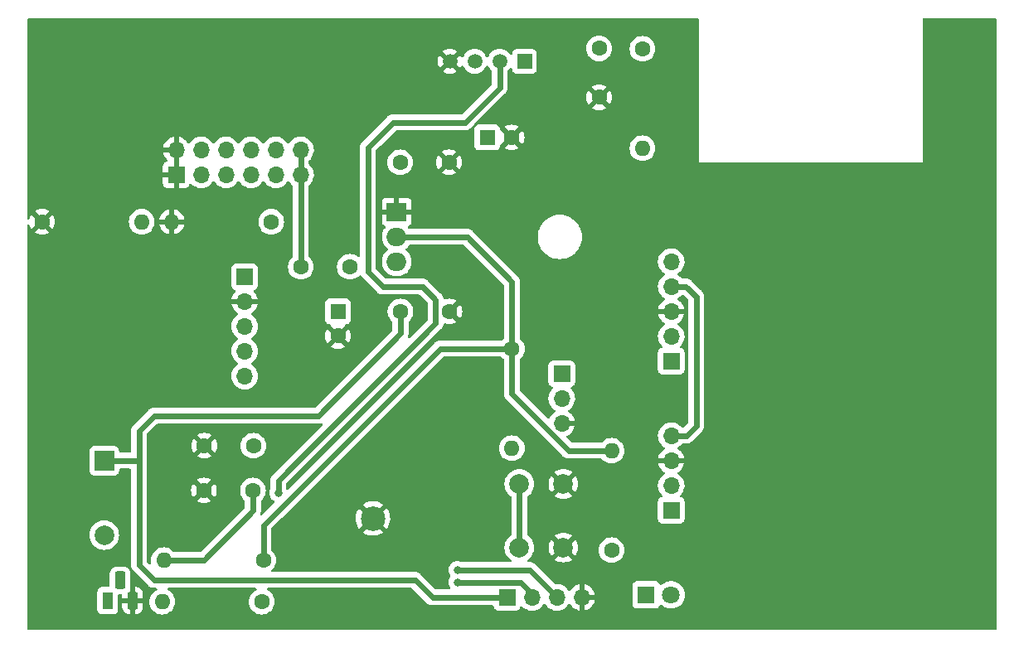
<source format=gbr>
%TF.GenerationSoftware,KiCad,Pcbnew,(6.0.10)*%
%TF.CreationDate,2023-02-16T10:20:13+01:00*%
%TF.ProjectId,Weerstation,57656572-7374-4617-9469-6f6e2e6b6963,rev?*%
%TF.SameCoordinates,Original*%
%TF.FileFunction,Copper,L2,Bot*%
%TF.FilePolarity,Positive*%
%FSLAX46Y46*%
G04 Gerber Fmt 4.6, Leading zero omitted, Abs format (unit mm)*
G04 Created by KiCad (PCBNEW (6.0.10)) date 2023-02-16 10:20:13*
%MOMM*%
%LPD*%
G01*
G04 APERTURE LIST*
G04 Aperture macros list*
%AMRoundRect*
0 Rectangle with rounded corners*
0 $1 Rounding radius*
0 $2 $3 $4 $5 $6 $7 $8 $9 X,Y pos of 4 corners*
0 Add a 4 corners polygon primitive as box body*
4,1,4,$2,$3,$4,$5,$6,$7,$8,$9,$2,$3,0*
0 Add four circle primitives for the rounded corners*
1,1,$1+$1,$2,$3*
1,1,$1+$1,$4,$5*
1,1,$1+$1,$6,$7*
1,1,$1+$1,$8,$9*
0 Add four rect primitives between the rounded corners*
20,1,$1+$1,$2,$3,$4,$5,0*
20,1,$1+$1,$4,$5,$6,$7,0*
20,1,$1+$1,$6,$7,$8,$9,0*
20,1,$1+$1,$8,$9,$2,$3,0*%
G04 Aperture macros list end*
%TA.AperFunction,ComponentPad*%
%ADD10R,1.700000X1.700000*%
%TD*%
%TA.AperFunction,ComponentPad*%
%ADD11O,1.700000X1.700000*%
%TD*%
%TA.AperFunction,ComponentPad*%
%ADD12C,1.600000*%
%TD*%
%TA.AperFunction,ComponentPad*%
%ADD13O,1.600000X1.600000*%
%TD*%
%TA.AperFunction,ComponentPad*%
%ADD14R,1.500000X1.500000*%
%TD*%
%TA.AperFunction,ComponentPad*%
%ADD15C,1.500000*%
%TD*%
%TA.AperFunction,ComponentPad*%
%ADD16R,1.800000X1.800000*%
%TD*%
%TA.AperFunction,ComponentPad*%
%ADD17C,1.800000*%
%TD*%
%TA.AperFunction,ComponentPad*%
%ADD18R,1.600000X1.600000*%
%TD*%
%TA.AperFunction,ComponentPad*%
%ADD19R,2.000000X2.000000*%
%TD*%
%TA.AperFunction,ComponentPad*%
%ADD20C,2.000000*%
%TD*%
%TA.AperFunction,ComponentPad*%
%ADD21R,1.100000X1.800000*%
%TD*%
%TA.AperFunction,ComponentPad*%
%ADD22RoundRect,0.275000X-0.275000X-0.625000X0.275000X-0.625000X0.275000X0.625000X-0.275000X0.625000X0*%
%TD*%
%TA.AperFunction,ComponentPad*%
%ADD23C,2.500000*%
%TD*%
%TA.AperFunction,ComponentPad*%
%ADD24R,2.000000X1.905000*%
%TD*%
%TA.AperFunction,ComponentPad*%
%ADD25O,2.000000X1.905000*%
%TD*%
%TA.AperFunction,ViaPad*%
%ADD26C,5.000000*%
%TD*%
%TA.AperFunction,ViaPad*%
%ADD27C,0.800000*%
%TD*%
%TA.AperFunction,Conductor*%
%ADD28C,0.600000*%
%TD*%
G04 APERTURE END LIST*
D10*
%TO.P,J1,1,Pin_1*%
%TO.N,Net-(J1-Pad1)*%
X9093200Y8468600D03*
D11*
%TO.P,J1,2,Pin_2*%
%TO.N,Net-(J1-Pad2)*%
X9093200Y5928600D03*
%TO.P,J1,3,Pin_3*%
%TO.N,GND*%
X9093200Y3388600D03*
%TD*%
D12*
%TO.P,R5,1*%
%TO.N,Net-(D1-Pad2)*%
X14173200Y-9550400D03*
D13*
%TO.P,R5,2*%
%TO.N,+3V3*%
X14173200Y609600D03*
%TD*%
D14*
%TO.P,U2,1,VCC*%
%TO.N,+3V3*%
X5283200Y40396100D03*
D15*
%TO.P,U2,2,IO*%
%TO.N,Net-(R4-Pad2)*%
X2743200Y40396100D03*
%TO.P,U2,3,NC*%
%TO.N,unconnected-(U2-Pad3)*%
X203200Y40396100D03*
%TO.P,U2,4,GND*%
%TO.N,GND*%
X-2336800Y40396100D03*
%TD*%
D10*
%TO.P,J3,1,Pin_1*%
%TO.N,+5V*%
X3515200Y-14376400D03*
D11*
%TO.P,J3,2,Pin_2*%
%TO.N,Net-(J3-Pad2)*%
X6055200Y-14376400D03*
%TO.P,J3,3,Pin_3*%
%TO.N,Net-(J3-Pad3)*%
X8595200Y-14376400D03*
%TO.P,J3,4,Pin_4*%
%TO.N,GND*%
X11135200Y-14376400D03*
%TD*%
D12*
%TO.P,C3,1*%
%TO.N,+3V3*%
X12903200Y41717600D03*
%TO.P,C3,2*%
%TO.N,GND*%
X12903200Y36717600D03*
%TD*%
D16*
%TO.P,D1,1,K*%
%TO.N,Net-(D1-Pad1)*%
X17724200Y-14122400D03*
D17*
%TO.P,D1,2,A*%
%TO.N,Net-(D1-Pad2)*%
X20264200Y-14122400D03*
%TD*%
D12*
%TO.P,C7,1*%
%TO.N,+5V*%
X-7376800Y14833600D03*
%TO.P,C7,2*%
%TO.N,GND*%
X-2376800Y14833600D03*
%TD*%
D18*
%TO.P,C6,1*%
%TO.N,+5V*%
X-13766800Y14833600D03*
D12*
%TO.P,C6,2*%
%TO.N,GND*%
X-13766800Y12333600D03*
%TD*%
%TO.P,C2,1*%
%TO.N,+3V3*%
X-22402800Y1117600D03*
%TO.P,C2,2*%
%TO.N,GND*%
X-27402800Y1117600D03*
%TD*%
D19*
%TO.P,BZ1,1,-*%
%TO.N,+5V*%
X-37626800Y-416400D03*
D20*
%TO.P,BZ1,2,+*%
%TO.N,Net-(BZ1-Pad2)*%
X-37626800Y-8016400D03*
%TD*%
%TO.P,SW1,1,1*%
%TO.N,Net-(R2-Pad2)*%
X4758764Y-9296400D03*
X4758764Y-2796400D03*
%TO.P,SW1,2,2*%
%TO.N,GND*%
X9258764Y-9296400D03*
X9258764Y-2796400D03*
%TD*%
D18*
%TO.P,C4,1*%
%TO.N,+3V3*%
X1473200Y32613600D03*
D12*
%TO.P,C4,2*%
%TO.N,GND*%
X3973200Y32613600D03*
%TD*%
D10*
%TO.P,J6,1,Pin_1*%
%TO.N,GND*%
X-30276800Y28798600D03*
D11*
%TO.P,J6,2,Pin_2*%
X-30276800Y31338600D03*
%TO.P,J6,3,Pin_3*%
%TO.N,Net-(J6-Pad3)*%
X-27736800Y28798600D03*
%TO.P,J6,4,Pin_4*%
%TO.N,unconnected-(J6-Pad4)*%
X-27736800Y31338600D03*
%TO.P,J6,5,Pin_5*%
%TO.N,unconnected-(J6-Pad5)*%
X-25196800Y28798600D03*
%TO.P,J6,6,Pin_6*%
%TO.N,unconnected-(J6-Pad6)*%
X-25196800Y31338600D03*
%TO.P,J6,7,Pin_7*%
%TO.N,unconnected-(J6-Pad7)*%
X-22656800Y28798600D03*
%TO.P,J6,8,Pin_8*%
%TO.N,unconnected-(J6-Pad8)*%
X-22656800Y31338600D03*
%TO.P,J6,9,Pin_9*%
%TO.N,unconnected-(J6-Pad9)*%
X-20116800Y28798600D03*
%TO.P,J6,10,Pin_10*%
%TO.N,Net-(J6-Pad10)*%
X-20116800Y31338600D03*
%TO.P,J6,11,Pin_11*%
%TO.N,Net-(F1-Pad2)*%
X-17576800Y28798600D03*
%TO.P,J6,12,Pin_12*%
X-17576800Y31338600D03*
%TD*%
D12*
%TO.P,R6,1*%
%TO.N,Net-(J6-Pad10)*%
X-20566800Y23993600D03*
D13*
%TO.P,R6,2*%
%TO.N,GND*%
X-30726800Y23993600D03*
%TD*%
D12*
%TO.P,R1,1*%
%TO.N,+3V3*%
X-21386800Y-10566400D03*
D13*
%TO.P,R1,2*%
%TO.N,Net-(C1-Pad2)*%
X-31546800Y-10566400D03*
%TD*%
D10*
%TO.P,J2,1,Pin_1*%
%TO.N,+3V3*%
X-23291800Y18384600D03*
D11*
%TO.P,J2,2,Pin_2*%
%TO.N,GND*%
X-23291800Y15844600D03*
%TO.P,J2,3,Pin_3*%
%TO.N,Net-(J2-Pad3)*%
X-23291800Y13304600D03*
%TO.P,J2,4,Pin_4*%
%TO.N,Net-(J2-Pad4)*%
X-23291800Y10764600D03*
%TO.P,J2,5,Pin_5*%
%TO.N,unconnected-(J2-Pad5)*%
X-23291800Y8224600D03*
%TD*%
D12*
%TO.P,C5,1*%
%TO.N,+3V3*%
X-7416800Y30073600D03*
%TO.P,C5,2*%
%TO.N,GND*%
X-2416800Y30073600D03*
%TD*%
%TO.P,R4,1*%
%TO.N,+3V3*%
X17333200Y41673600D03*
D13*
%TO.P,R4,2*%
%TO.N,Net-(R4-Pad2)*%
X17333200Y31513600D03*
%TD*%
D21*
%TO.P,Q1,1,C*%
%TO.N,Net-(BZ1-Pad2)*%
X-37266800Y-14706400D03*
D22*
%TO.P,Q1,2,B*%
%TO.N,Net-(R3-Pad2)*%
X-35996800Y-12636400D03*
%TO.P,Q1,3,E*%
%TO.N,GND*%
X-34726800Y-14706400D03*
%TD*%
D23*
%TO.P,U1,39,GND*%
%TO.N,GND*%
X-10186800Y-6320400D03*
%TD*%
D24*
%TO.P,U3,1,GND*%
%TO.N,GND*%
X-7756800Y24993600D03*
D25*
%TO.P,U3,2,VO*%
%TO.N,+3V3*%
X-7756800Y22453600D03*
%TO.P,U3,3,VI*%
%TO.N,+5V*%
X-7756800Y19913600D03*
%TD*%
D12*
%TO.P,C1,1*%
%TO.N,GND*%
X-27442800Y-3454400D03*
%TO.P,C1,2*%
%TO.N,Net-(C1-Pad2)*%
X-22442800Y-3454400D03*
%TD*%
%TO.P,F1,1*%
%TO.N,+5V*%
X-12547600Y19405600D03*
%TO.P,F1,2*%
%TO.N,Net-(F1-Pad2)*%
X-17547600Y19405600D03*
%TD*%
%TO.P,R2,1*%
%TO.N,+3V3*%
X3993200Y11023600D03*
D13*
%TO.P,R2,2*%
%TO.N,Net-(R2-Pad2)*%
X3993200Y863600D03*
%TD*%
D10*
%TO.P,J4,1,Pin_1*%
%TO.N,Net-(J4-Pad1)*%
X20269200Y-5486400D03*
D11*
%TO.P,J4,2,Pin_2*%
%TO.N,Net-(J4-Pad2)*%
X20269200Y-2946400D03*
%TO.P,J4,3,Pin_3*%
%TO.N,GND*%
X20269200Y-406400D03*
%TO.P,J4,4,Pin_4*%
%TO.N,+3V3*%
X20269200Y2133600D03*
%TD*%
D12*
%TO.P,R7,1*%
%TO.N,GND*%
X-43966800Y23993600D03*
D13*
%TO.P,R7,2*%
%TO.N,Net-(J6-Pad3)*%
X-33806800Y23993600D03*
%TD*%
D12*
%TO.P,R3,1*%
%TO.N,Net-(R3-Pad1)*%
X-21541800Y-14816400D03*
D13*
%TO.P,R3,2*%
%TO.N,Net-(R3-Pad2)*%
X-31701800Y-14816400D03*
%TD*%
D10*
%TO.P,J5,1,Pin_1*%
%TO.N,Net-(J4-Pad1)*%
X20269200Y9758600D03*
D11*
%TO.P,J5,2,Pin_2*%
%TO.N,Net-(J4-Pad2)*%
X20269200Y12298600D03*
%TO.P,J5,3,Pin_3*%
%TO.N,GND*%
X20269200Y14838600D03*
%TO.P,J5,4,Pin_4*%
%TO.N,+3V3*%
X20269200Y17378600D03*
%TO.P,J5,5,Pin_5*%
%TO.N,Net-(J5-Pad5)*%
X20269200Y19918600D03*
%TD*%
D26*
%TO.N,GND*%
X49733200Y-13106400D03*
X27113200Y-12786400D03*
X42113200Y-12786400D03*
D27*
X457200Y3911600D03*
D26*
X-41706800Y-13106400D03*
X49733200Y40233600D03*
X-41706800Y40233600D03*
D27*
%TO.N,Net-(J3-Pad2)*%
X-1574800Y-12852400D03*
%TO.N,Net-(J3-Pad3)*%
X-1574800Y-11582400D03*
%TO.N,Net-(R4-Pad2)*%
X-19862800Y-3708400D03*
%TD*%
D28*
%TO.N,+5V*%
X-32562800Y4165600D02*
X-28498800Y4165600D01*
X-34086800Y-11074400D02*
X-34086800Y-426400D01*
X-34086800Y2641600D02*
X-32562800Y4165600D01*
X-34086800Y-426400D02*
X-34086800Y2641600D01*
X-4114800Y-14376400D02*
X-5892800Y-12598400D01*
X-34076800Y-416400D02*
X-37626800Y-416400D01*
X-7376800Y12587600D02*
X-7376800Y14833600D01*
X-34086800Y-426400D02*
X-34076800Y-416400D01*
X-32562800Y-12598400D02*
X-34086800Y-11074400D01*
X-28498800Y4165600D02*
X-15798800Y4165600D01*
X-15798800Y4165600D02*
X-7376800Y12587600D01*
X-5892800Y-12598400D02*
X-32562800Y-12598400D01*
X3515200Y-14376400D02*
X-4114800Y-14376400D01*
%TO.N,Net-(C1-Pad2)*%
X-22442800Y-3454400D02*
X-22442800Y-5526400D01*
X-22442800Y-5526400D02*
X-27482800Y-10566400D01*
X-27482800Y-10566400D02*
X-31546800Y-10566400D01*
%TO.N,+3V3*%
X21788200Y17378600D02*
X22809200Y16357600D01*
X3993200Y6437990D02*
X3993200Y11023600D01*
X3993200Y11023600D02*
X3993200Y17901600D01*
X3993200Y17901600D02*
X-558800Y22453600D01*
X20269200Y17378600D02*
X21788200Y17378600D01*
X14173200Y609600D02*
X9821590Y609600D01*
X-21386800Y-7010400D02*
X-21386800Y-10566400D01*
X22809200Y3149600D02*
X21793200Y2133600D01*
X9821590Y609600D02*
X3993200Y6437990D01*
X3993200Y11023600D02*
X-3352800Y11023600D01*
X21793200Y2133600D02*
X20269200Y2133600D01*
X-558800Y22453600D02*
X-7756800Y22453600D01*
X-3352800Y11023600D02*
X-21386800Y-7010400D01*
X22809200Y16357600D02*
X22809200Y3149600D01*
%TO.N,Net-(F1-Pad2)*%
X-17576800Y28798600D02*
X-17576800Y31338600D01*
X-17547600Y19405600D02*
X-17547600Y28769400D01*
X-17547600Y28769400D02*
X-17576800Y28798600D01*
%TO.N,Net-(J3-Pad2)*%
X6055200Y-14376400D02*
X6055200Y-14016400D01*
X6055200Y-14016400D02*
X4891200Y-12852400D01*
X4891200Y-12852400D02*
X-1574800Y-12852400D01*
%TO.N,Net-(J3-Pad3)*%
X8595200Y-14376400D02*
X5801200Y-11582400D01*
X5801200Y-11582400D02*
X-1574800Y-11582400D01*
%TO.N,Net-(R2-Pad2)*%
X4758764Y-9296400D02*
X4758764Y-2796400D01*
%TO.N,Net-(R4-Pad2)*%
X-19862800Y-2438400D02*
X-3776800Y13647600D01*
X-3776800Y13647600D02*
X-3776800Y16019600D01*
X2743200Y37693600D02*
X-812800Y34137600D01*
X-10718800Y18897600D02*
X-10718800Y31597600D01*
X-9194800Y17373600D02*
X-10718800Y18897600D01*
X-5130800Y17373600D02*
X-9194800Y17373600D01*
X2743200Y37693600D02*
X2743200Y40396100D01*
X-3776800Y16019600D02*
X-5130800Y17373600D01*
X-8178800Y34137600D02*
X-812800Y34137600D01*
X-19862800Y-3708400D02*
X-19862800Y-2438400D01*
X-10718800Y31597600D02*
X-8178800Y34137600D01*
%TD*%
%TA.AperFunction,Conductor*%
%TO.N,GND*%
G36*
X23005321Y44785098D02*
G01*
X23051814Y44731442D01*
X23063200Y44679100D01*
X23063200Y30073600D01*
X45923200Y30073600D01*
X45923200Y44679100D01*
X45943202Y44747221D01*
X45996858Y44793714D01*
X46049200Y44805100D01*
X53378700Y44805100D01*
X53446821Y44785098D01*
X53493314Y44731442D01*
X53504700Y44679100D01*
X53504700Y-17551900D01*
X53484698Y-17620021D01*
X53431042Y-17666514D01*
X53378700Y-17677900D01*
X-45352300Y-17677900D01*
X-45420421Y-17657898D01*
X-45466914Y-17604242D01*
X-45478300Y-17551900D01*
X-45478300Y-15654534D01*
X-38325300Y-15654534D01*
X-38318545Y-15716716D01*
X-38267415Y-15853105D01*
X-38180061Y-15969661D01*
X-38063505Y-16057015D01*
X-37927116Y-16108145D01*
X-37864934Y-16114900D01*
X-36668666Y-16114900D01*
X-36606484Y-16108145D01*
X-36470095Y-16057015D01*
X-36353539Y-15969661D01*
X-36266185Y-15853105D01*
X-36215055Y-15716716D01*
X-36208300Y-15654534D01*
X-36208300Y-15415522D01*
X-35784799Y-15415522D01*
X-35784749Y-15417251D01*
X-35783330Y-15427171D01*
X-35746600Y-15586267D01*
X-35741950Y-15599470D01*
X-35671629Y-15744935D01*
X-35664163Y-15756791D01*
X-35563361Y-15883065D01*
X-35553465Y-15892961D01*
X-35427191Y-15993763D01*
X-35415335Y-16001229D01*
X-35269870Y-16071550D01*
X-35256667Y-16076200D01*
X-35097564Y-16112932D01*
X-35087667Y-16114349D01*
X-35085893Y-16114400D01*
X-34998915Y-16114400D01*
X-34983676Y-16109925D01*
X-34982471Y-16108535D01*
X-34980800Y-16100852D01*
X-34980800Y-16096284D01*
X-34472800Y-16096284D01*
X-34468325Y-16111523D01*
X-34466935Y-16112728D01*
X-34459252Y-16114399D01*
X-34367678Y-16114399D01*
X-34365949Y-16114349D01*
X-34356029Y-16112930D01*
X-34196933Y-16076200D01*
X-34183730Y-16071550D01*
X-34038265Y-16001229D01*
X-34026409Y-15993763D01*
X-33900135Y-15892961D01*
X-33890239Y-15883065D01*
X-33789437Y-15756791D01*
X-33781971Y-15744935D01*
X-33711650Y-15599470D01*
X-33707000Y-15586267D01*
X-33670268Y-15427164D01*
X-33668851Y-15417267D01*
X-33668800Y-15415493D01*
X-33668800Y-14978515D01*
X-33673275Y-14963276D01*
X-33674665Y-14962071D01*
X-33682348Y-14960400D01*
X-34454685Y-14960400D01*
X-34469924Y-14964875D01*
X-34471129Y-14966265D01*
X-34472800Y-14973948D01*
X-34472800Y-16096284D01*
X-34980800Y-16096284D01*
X-34980800Y-14978515D01*
X-34985275Y-14963276D01*
X-34986665Y-14962071D01*
X-34994348Y-14960400D01*
X-35766684Y-14960400D01*
X-35781923Y-14964875D01*
X-35783128Y-14966265D01*
X-35784799Y-14973948D01*
X-35784799Y-15415522D01*
X-36208300Y-15415522D01*
X-36208300Y-14170900D01*
X-36188298Y-14102779D01*
X-36134642Y-14056286D01*
X-36082300Y-14044900D01*
X-35910800Y-14044900D01*
X-35842679Y-14064902D01*
X-35796186Y-14118558D01*
X-35784800Y-14170900D01*
X-35784800Y-14434285D01*
X-35780325Y-14449524D01*
X-35778935Y-14450729D01*
X-35771252Y-14452400D01*
X-34998915Y-14452400D01*
X-34983676Y-14447925D01*
X-34982471Y-14446535D01*
X-34980800Y-14438852D01*
X-34980800Y-14434285D01*
X-34472800Y-14434285D01*
X-34468325Y-14449524D01*
X-34466935Y-14450729D01*
X-34459252Y-14452400D01*
X-33686916Y-14452400D01*
X-33671677Y-14447925D01*
X-33670472Y-14446535D01*
X-33668801Y-14438852D01*
X-33668801Y-13997278D01*
X-33668851Y-13995549D01*
X-33670270Y-13985629D01*
X-33707000Y-13826533D01*
X-33711650Y-13813330D01*
X-33781971Y-13667865D01*
X-33789437Y-13656009D01*
X-33890239Y-13529735D01*
X-33900135Y-13519839D01*
X-34026409Y-13419037D01*
X-34038265Y-13411571D01*
X-34183730Y-13341250D01*
X-34196933Y-13336600D01*
X-34356036Y-13299868D01*
X-34365933Y-13298451D01*
X-34367707Y-13298400D01*
X-34454685Y-13298400D01*
X-34469924Y-13302875D01*
X-34471129Y-13304265D01*
X-34472800Y-13311948D01*
X-34472800Y-14434285D01*
X-34980800Y-14434285D01*
X-34980800Y-13549309D01*
X-34977571Y-13520965D01*
X-34947355Y-13390087D01*
X-34938567Y-13352023D01*
X-34938300Y-13347392D01*
X-34938300Y-11925408D01*
X-34938567Y-11920777D01*
X-34978109Y-11749505D01*
X-35033046Y-11635860D01*
X-35051545Y-11597593D01*
X-35051546Y-11597591D01*
X-35054612Y-11591249D01*
X-35164276Y-11453876D01*
X-35301649Y-11344212D01*
X-35309755Y-11340293D01*
X-35438017Y-11278290D01*
X-35459905Y-11267709D01*
X-35631177Y-11228167D01*
X-35635808Y-11227900D01*
X-36357792Y-11227900D01*
X-36362423Y-11228167D01*
X-36533695Y-11267709D01*
X-36555583Y-11278290D01*
X-36683844Y-11340293D01*
X-36691951Y-11344212D01*
X-36829324Y-11453876D01*
X-36938988Y-11591249D01*
X-36942054Y-11597591D01*
X-36942055Y-11597593D01*
X-36960554Y-11635860D01*
X-37015491Y-11749505D01*
X-37055033Y-11920777D01*
X-37055300Y-11925408D01*
X-37055300Y-13171900D01*
X-37075302Y-13240021D01*
X-37128958Y-13286514D01*
X-37181300Y-13297900D01*
X-37864934Y-13297900D01*
X-37927116Y-13304655D01*
X-38063505Y-13355785D01*
X-38180061Y-13443139D01*
X-38267415Y-13559695D01*
X-38318545Y-13696084D01*
X-38325300Y-13758266D01*
X-38325300Y-15654534D01*
X-45478300Y-15654534D01*
X-45478300Y-8016400D01*
X-39139965Y-8016400D01*
X-39121335Y-8253111D01*
X-39120181Y-8257918D01*
X-39120180Y-8257924D01*
X-39106209Y-8316116D01*
X-39065905Y-8483994D01*
X-38975040Y-8703363D01*
X-38972454Y-8707583D01*
X-38853559Y-8901602D01*
X-38853555Y-8901608D01*
X-38850976Y-8905816D01*
X-38696769Y-9086369D01*
X-38693013Y-9089577D01*
X-38673237Y-9106467D01*
X-38516216Y-9240576D01*
X-38512008Y-9243155D01*
X-38512002Y-9243159D01*
X-38317983Y-9362054D01*
X-38313763Y-9364640D01*
X-38309193Y-9366533D01*
X-38309189Y-9366535D01*
X-38098967Y-9453611D01*
X-38094394Y-9455505D01*
X-38024804Y-9472212D01*
X-37868324Y-9509780D01*
X-37868318Y-9509781D01*
X-37863511Y-9510935D01*
X-37626800Y-9529565D01*
X-37390089Y-9510935D01*
X-37385282Y-9509781D01*
X-37385276Y-9509780D01*
X-37228796Y-9472212D01*
X-37159206Y-9455505D01*
X-37154633Y-9453611D01*
X-36944411Y-9366535D01*
X-36944407Y-9366533D01*
X-36939837Y-9364640D01*
X-36935617Y-9362054D01*
X-36741598Y-9243159D01*
X-36741592Y-9243155D01*
X-36737384Y-9240576D01*
X-36580363Y-9106467D01*
X-36560587Y-9089577D01*
X-36556831Y-9086369D01*
X-36402624Y-8905816D01*
X-36400045Y-8901608D01*
X-36400041Y-8901602D01*
X-36281146Y-8707583D01*
X-36278560Y-8703363D01*
X-36187695Y-8483994D01*
X-36147391Y-8316116D01*
X-36133420Y-8257924D01*
X-36133419Y-8257918D01*
X-36132265Y-8253111D01*
X-36113635Y-8016400D01*
X-36132265Y-7779689D01*
X-36139608Y-7749100D01*
X-36186540Y-7553618D01*
X-36187695Y-7548806D01*
X-36250375Y-7397482D01*
X-36276665Y-7334011D01*
X-36276667Y-7334007D01*
X-36278560Y-7329437D01*
X-36281146Y-7325217D01*
X-36400041Y-7131198D01*
X-36400045Y-7131192D01*
X-36402624Y-7126984D01*
X-36556831Y-6946431D01*
X-36737384Y-6792224D01*
X-36741592Y-6789645D01*
X-36741598Y-6789641D01*
X-36935617Y-6670746D01*
X-36939837Y-6668160D01*
X-36944407Y-6666267D01*
X-36944411Y-6666265D01*
X-37154633Y-6579189D01*
X-37154635Y-6579188D01*
X-37159206Y-6577295D01*
X-37239409Y-6558040D01*
X-37385276Y-6523020D01*
X-37385282Y-6523019D01*
X-37390089Y-6521865D01*
X-37626800Y-6503235D01*
X-37863511Y-6521865D01*
X-37868318Y-6523019D01*
X-37868324Y-6523020D01*
X-38014191Y-6558040D01*
X-38094394Y-6577295D01*
X-38098965Y-6579188D01*
X-38098967Y-6579189D01*
X-38309189Y-6666265D01*
X-38309193Y-6666267D01*
X-38313763Y-6668160D01*
X-38317983Y-6670746D01*
X-38512002Y-6789641D01*
X-38512008Y-6789645D01*
X-38516216Y-6792224D01*
X-38696769Y-6946431D01*
X-38850976Y-7126984D01*
X-38853555Y-7131192D01*
X-38853559Y-7131198D01*
X-38972454Y-7325217D01*
X-38975040Y-7329437D01*
X-38976933Y-7334007D01*
X-38976935Y-7334011D01*
X-39003225Y-7397482D01*
X-39065905Y-7548806D01*
X-39067060Y-7553618D01*
X-39113991Y-7749100D01*
X-39121335Y-7779689D01*
X-39139965Y-8016400D01*
X-45478300Y-8016400D01*
X-45478300Y-1464534D01*
X-39135300Y-1464534D01*
X-39128545Y-1526716D01*
X-39077415Y-1663105D01*
X-38990061Y-1779661D01*
X-38873505Y-1867015D01*
X-38737116Y-1918145D01*
X-38674934Y-1924900D01*
X-36578666Y-1924900D01*
X-36516484Y-1918145D01*
X-36380095Y-1867015D01*
X-36263539Y-1779661D01*
X-36176185Y-1663105D01*
X-36125055Y-1526716D01*
X-36118300Y-1464534D01*
X-36118300Y-1350900D01*
X-36098298Y-1282779D01*
X-36044642Y-1236286D01*
X-35992300Y-1224900D01*
X-35021300Y-1224900D01*
X-34953179Y-1244902D01*
X-34906686Y-1298558D01*
X-34895300Y-1350900D01*
X-34895300Y-11065186D01*
X-34895307Y-11066506D01*
X-34896251Y-11156621D01*
X-34887089Y-11198997D01*
X-34885031Y-11211563D01*
X-34880197Y-11254655D01*
X-34877881Y-11261306D01*
X-34877880Y-11261310D01*
X-34869167Y-11286330D01*
X-34865004Y-11301142D01*
X-34857919Y-11333910D01*
X-34839592Y-11373213D01*
X-34834810Y-11384989D01*
X-34820545Y-11425952D01*
X-34816811Y-11431927D01*
X-34816810Y-11431930D01*
X-34802773Y-11454395D01*
X-34795434Y-11467912D01*
X-34784241Y-11491914D01*
X-34781262Y-11498302D01*
X-34776945Y-11503867D01*
X-34776944Y-11503869D01*
X-34754694Y-11532553D01*
X-34747398Y-11543012D01*
X-34728911Y-11572598D01*
X-34724426Y-11579776D01*
X-34719466Y-11584771D01*
X-34719465Y-11584772D01*
X-34695824Y-11608579D01*
X-34695239Y-11609204D01*
X-34694722Y-11609870D01*
X-34668732Y-11635860D01*
X-34596615Y-11708482D01*
X-34595578Y-11709140D01*
X-34594349Y-11710243D01*
X-33141034Y-13163558D01*
X-33140106Y-13164495D01*
X-33132854Y-13171900D01*
X-33077029Y-13228907D01*
X-33040579Y-13252398D01*
X-33030254Y-13259817D01*
X-32996357Y-13286876D01*
X-32990018Y-13289940D01*
X-32990014Y-13289943D01*
X-32966162Y-13301474D01*
X-32952749Y-13309001D01*
X-32930487Y-13323347D01*
X-32930484Y-13323348D01*
X-32924562Y-13327165D01*
X-32917943Y-13329574D01*
X-32917939Y-13329576D01*
X-32883827Y-13341992D01*
X-32872083Y-13346953D01*
X-32839401Y-13362752D01*
X-32839399Y-13362753D01*
X-32833052Y-13365821D01*
X-32816117Y-13369731D01*
X-32800373Y-13373366D01*
X-32785632Y-13377732D01*
X-32754115Y-13389203D01*
X-32747129Y-13390085D01*
X-32747123Y-13390087D01*
X-32711099Y-13394638D01*
X-32698547Y-13396874D01*
X-32663186Y-13405038D01*
X-32663183Y-13405038D01*
X-32656315Y-13406624D01*
X-32649269Y-13406649D01*
X-32649266Y-13406649D01*
X-32615744Y-13406766D01*
X-32614862Y-13406795D01*
X-32614031Y-13406900D01*
X-32577381Y-13406900D01*
X-32576941Y-13406901D01*
X-32478457Y-13407245D01*
X-32478452Y-13407245D01*
X-32474930Y-13407257D01*
X-32473730Y-13406989D01*
X-32472093Y-13406900D01*
X-32343642Y-13406900D01*
X-32275521Y-13426902D01*
X-32229028Y-13480558D01*
X-32218924Y-13550832D01*
X-32248418Y-13615412D01*
X-32290392Y-13647095D01*
X-32353562Y-13676551D01*
X-32353567Y-13676554D01*
X-32358549Y-13678877D01*
X-32463411Y-13752302D01*
X-32541589Y-13807043D01*
X-32541592Y-13807045D01*
X-32546100Y-13810202D01*
X-32707998Y-13972100D01*
X-32839323Y-14159651D01*
X-32841646Y-14164633D01*
X-32841649Y-14164638D01*
X-32852585Y-14188091D01*
X-32936084Y-14367157D01*
X-32937506Y-14372465D01*
X-32937507Y-14372467D01*
X-32958477Y-14450729D01*
X-32995343Y-14588313D01*
X-33015298Y-14816400D01*
X-32995343Y-15044487D01*
X-32993919Y-15049800D01*
X-32993919Y-15049802D01*
X-32937982Y-15258558D01*
X-32936084Y-15265643D01*
X-32933761Y-15270624D01*
X-32933761Y-15270625D01*
X-32841649Y-15468162D01*
X-32841646Y-15468167D01*
X-32839323Y-15473149D01*
X-32786114Y-15549139D01*
X-32712315Y-15654534D01*
X-32707998Y-15660700D01*
X-32546100Y-15822598D01*
X-32541592Y-15825755D01*
X-32541589Y-15825757D01*
X-32502532Y-15853105D01*
X-32358549Y-15953923D01*
X-32353567Y-15956246D01*
X-32353562Y-15956249D01*
X-32156025Y-16048361D01*
X-32151043Y-16050684D01*
X-32145735Y-16052106D01*
X-32145733Y-16052107D01*
X-31935202Y-16108519D01*
X-31935200Y-16108519D01*
X-31929887Y-16109943D01*
X-31701800Y-16129898D01*
X-31473713Y-16109943D01*
X-31468400Y-16108519D01*
X-31468398Y-16108519D01*
X-31257867Y-16052107D01*
X-31257865Y-16052106D01*
X-31252557Y-16050684D01*
X-31247575Y-16048361D01*
X-31050038Y-15956249D01*
X-31050033Y-15956246D01*
X-31045051Y-15953923D01*
X-30901068Y-15853105D01*
X-30862011Y-15825757D01*
X-30862008Y-15825755D01*
X-30857500Y-15822598D01*
X-30695602Y-15660700D01*
X-30691284Y-15654534D01*
X-30617486Y-15549139D01*
X-30564277Y-15473149D01*
X-30561954Y-15468167D01*
X-30561951Y-15468162D01*
X-30469839Y-15270625D01*
X-30469839Y-15270624D01*
X-30467516Y-15265643D01*
X-30465617Y-15258558D01*
X-30409681Y-15049802D01*
X-30409681Y-15049800D01*
X-30408257Y-15044487D01*
X-30388302Y-14816400D01*
X-30408257Y-14588313D01*
X-30445123Y-14450729D01*
X-30466093Y-14372467D01*
X-30466094Y-14372465D01*
X-30467516Y-14367157D01*
X-30551015Y-14188091D01*
X-30561951Y-14164638D01*
X-30561954Y-14164633D01*
X-30564277Y-14159651D01*
X-30695602Y-13972100D01*
X-30857500Y-13810202D01*
X-30862008Y-13807045D01*
X-30862011Y-13807043D01*
X-30940189Y-13752302D01*
X-31045051Y-13678877D01*
X-31050033Y-13676554D01*
X-31050038Y-13676551D01*
X-31113208Y-13647095D01*
X-31166493Y-13600178D01*
X-31185954Y-13531901D01*
X-31165412Y-13463941D01*
X-31111390Y-13417875D01*
X-31059958Y-13406900D01*
X-22183642Y-13406900D01*
X-22115521Y-13426902D01*
X-22069028Y-13480558D01*
X-22058924Y-13550832D01*
X-22088418Y-13615412D01*
X-22130392Y-13647095D01*
X-22193562Y-13676551D01*
X-22193567Y-13676554D01*
X-22198549Y-13678877D01*
X-22303411Y-13752302D01*
X-22381589Y-13807043D01*
X-22381592Y-13807045D01*
X-22386100Y-13810202D01*
X-22547998Y-13972100D01*
X-22679323Y-14159651D01*
X-22681646Y-14164633D01*
X-22681649Y-14164638D01*
X-22692585Y-14188091D01*
X-22776084Y-14367157D01*
X-22777506Y-14372465D01*
X-22777507Y-14372467D01*
X-22798477Y-14450729D01*
X-22835343Y-14588313D01*
X-22855298Y-14816400D01*
X-22835343Y-15044487D01*
X-22833919Y-15049800D01*
X-22833919Y-15049802D01*
X-22777982Y-15258558D01*
X-22776084Y-15265643D01*
X-22773761Y-15270624D01*
X-22773761Y-15270625D01*
X-22681649Y-15468162D01*
X-22681646Y-15468167D01*
X-22679323Y-15473149D01*
X-22626114Y-15549139D01*
X-22552315Y-15654534D01*
X-22547998Y-15660700D01*
X-22386100Y-15822598D01*
X-22381592Y-15825755D01*
X-22381589Y-15825757D01*
X-22342532Y-15853105D01*
X-22198549Y-15953923D01*
X-22193567Y-15956246D01*
X-22193562Y-15956249D01*
X-21996025Y-16048361D01*
X-21991043Y-16050684D01*
X-21985735Y-16052106D01*
X-21985733Y-16052107D01*
X-21775202Y-16108519D01*
X-21775200Y-16108519D01*
X-21769887Y-16109943D01*
X-21541800Y-16129898D01*
X-21313713Y-16109943D01*
X-21308400Y-16108519D01*
X-21308398Y-16108519D01*
X-21097867Y-16052107D01*
X-21097865Y-16052106D01*
X-21092557Y-16050684D01*
X-21087575Y-16048361D01*
X-20890038Y-15956249D01*
X-20890033Y-15956246D01*
X-20885051Y-15953923D01*
X-20741068Y-15853105D01*
X-20702011Y-15825757D01*
X-20702008Y-15825755D01*
X-20697500Y-15822598D01*
X-20535602Y-15660700D01*
X-20531284Y-15654534D01*
X-20457486Y-15549139D01*
X-20404277Y-15473149D01*
X-20401954Y-15468167D01*
X-20401951Y-15468162D01*
X-20309839Y-15270625D01*
X-20309839Y-15270624D01*
X-20307516Y-15265643D01*
X-20305617Y-15258558D01*
X-20249681Y-15049802D01*
X-20249681Y-15049800D01*
X-20248257Y-15044487D01*
X-20228302Y-14816400D01*
X-20248257Y-14588313D01*
X-20285123Y-14450729D01*
X-20306093Y-14372467D01*
X-20306094Y-14372465D01*
X-20307516Y-14367157D01*
X-20391015Y-14188091D01*
X-20401951Y-14164638D01*
X-20401954Y-14164633D01*
X-20404277Y-14159651D01*
X-20535602Y-13972100D01*
X-20697500Y-13810202D01*
X-20702008Y-13807045D01*
X-20702011Y-13807043D01*
X-20780189Y-13752302D01*
X-20885051Y-13678877D01*
X-20890033Y-13676554D01*
X-20890038Y-13676551D01*
X-20953208Y-13647095D01*
X-21006493Y-13600178D01*
X-21025954Y-13531901D01*
X-21005412Y-13463941D01*
X-20951390Y-13417875D01*
X-20899958Y-13406900D01*
X-6279882Y-13406900D01*
X-6211761Y-13426902D01*
X-6190787Y-13443805D01*
X-4693128Y-14941463D01*
X-4692199Y-14942400D01*
X-4667611Y-14967508D01*
X-4629029Y-15006907D01*
X-4623110Y-15010722D01*
X-4623102Y-15010728D01*
X-4592586Y-15030394D01*
X-4582241Y-15037827D01*
X-4548357Y-15064876D01*
X-4542018Y-15067940D01*
X-4542017Y-15067941D01*
X-4518163Y-15079472D01*
X-4504746Y-15087001D01*
X-4476562Y-15105165D01*
X-4469945Y-15107573D01*
X-4469940Y-15107576D01*
X-4435827Y-15119992D01*
X-4424084Y-15124953D01*
X-4391400Y-15140753D01*
X-4391391Y-15140756D01*
X-4385051Y-15143821D01*
X-4378186Y-15145406D01*
X-4352372Y-15151366D01*
X-4337632Y-15155732D01*
X-4306115Y-15167203D01*
X-4299130Y-15168085D01*
X-4299123Y-15168087D01*
X-4263108Y-15172637D01*
X-4250557Y-15174872D01*
X-4208315Y-15184625D01*
X-4201271Y-15184650D01*
X-4201267Y-15184650D01*
X-4167726Y-15184767D01*
X-4166857Y-15184796D01*
X-4166031Y-15184900D01*
X-4129667Y-15184900D01*
X-4129227Y-15184901D01*
X-4030464Y-15185246D01*
X-4030458Y-15185246D01*
X-4026930Y-15185258D01*
X-4025727Y-15184989D01*
X-4024083Y-15184900D01*
X2033909Y-15184900D01*
X2102030Y-15204902D01*
X2148523Y-15258558D01*
X2159172Y-15297292D01*
X2163455Y-15336716D01*
X2214585Y-15473105D01*
X2301939Y-15589661D01*
X2418495Y-15677015D01*
X2554884Y-15728145D01*
X2617066Y-15734900D01*
X4413334Y-15734900D01*
X4475516Y-15728145D01*
X4611905Y-15677015D01*
X4728461Y-15589661D01*
X4815815Y-15473105D01*
X4837999Y-15413929D01*
X4859798Y-15355782D01*
X4902440Y-15299018D01*
X4969002Y-15274318D01*
X5038350Y-15289526D01*
X5073017Y-15317514D01*
X5101450Y-15350338D01*
X5273326Y-15493032D01*
X5466200Y-15605738D01*
X5674892Y-15685430D01*
X5679960Y-15686461D01*
X5679963Y-15686462D01*
X5775062Y-15705810D01*
X5893797Y-15729967D01*
X5898972Y-15730157D01*
X5898974Y-15730157D01*
X6111873Y-15737964D01*
X6111877Y-15737964D01*
X6117037Y-15738153D01*
X6122157Y-15737497D01*
X6122159Y-15737497D01*
X6333488Y-15710425D01*
X6333489Y-15710425D01*
X6338616Y-15709768D01*
X6343566Y-15708283D01*
X6547629Y-15647061D01*
X6547634Y-15647059D01*
X6552584Y-15645574D01*
X6753194Y-15547296D01*
X6935060Y-15417573D01*
X7093296Y-15259889D01*
X7134970Y-15201894D01*
X7223653Y-15078477D01*
X7224976Y-15079428D01*
X7271845Y-15036257D01*
X7341780Y-15024025D01*
X7407226Y-15051544D01*
X7435075Y-15083394D01*
X7495187Y-15181488D01*
X7641450Y-15350338D01*
X7813326Y-15493032D01*
X8006200Y-15605738D01*
X8214892Y-15685430D01*
X8219960Y-15686461D01*
X8219963Y-15686462D01*
X8315062Y-15705810D01*
X8433797Y-15729967D01*
X8438972Y-15730157D01*
X8438974Y-15730157D01*
X8651873Y-15737964D01*
X8651877Y-15737964D01*
X8657037Y-15738153D01*
X8662157Y-15737497D01*
X8662159Y-15737497D01*
X8873488Y-15710425D01*
X8873489Y-15710425D01*
X8878616Y-15709768D01*
X8883566Y-15708283D01*
X9087629Y-15647061D01*
X9087634Y-15647059D01*
X9092584Y-15645574D01*
X9293194Y-15547296D01*
X9475060Y-15417573D01*
X9633296Y-15259889D01*
X9674970Y-15201894D01*
X9763653Y-15078477D01*
X9764840Y-15079330D01*
X9812160Y-15035762D01*
X9882097Y-15023545D01*
X9947538Y-15051078D01*
X9975366Y-15082911D01*
X10032894Y-15176788D01*
X10038977Y-15185099D01*
X10178413Y-15346067D01*
X10185780Y-15353283D01*
X10349634Y-15489316D01*
X10358081Y-15495231D01*
X10541956Y-15602679D01*
X10551242Y-15607129D01*
X10750201Y-15683103D01*
X10760099Y-15685979D01*
X10863450Y-15707006D01*
X10877499Y-15705810D01*
X10881200Y-15695465D01*
X10881200Y-15694917D01*
X11389200Y-15694917D01*
X11393264Y-15708759D01*
X11406678Y-15710793D01*
X11413384Y-15709934D01*
X11423462Y-15707792D01*
X11627455Y-15646591D01*
X11637042Y-15642833D01*
X11828295Y-15549139D01*
X11837145Y-15543864D01*
X12010528Y-15420192D01*
X12018400Y-15413539D01*
X12169252Y-15263212D01*
X12175930Y-15255365D01*
X12300203Y-15082420D01*
X12305513Y-15073583D01*
X12307020Y-15070534D01*
X16315700Y-15070534D01*
X16322455Y-15132716D01*
X16373585Y-15269105D01*
X16460939Y-15385661D01*
X16577495Y-15473015D01*
X16713884Y-15524145D01*
X16776066Y-15530900D01*
X18672334Y-15530900D01*
X18734516Y-15524145D01*
X18870905Y-15473015D01*
X18987461Y-15385661D01*
X19074815Y-15269105D01*
X19099380Y-15203578D01*
X19142022Y-15146814D01*
X19208583Y-15122114D01*
X19277932Y-15137321D01*
X19297847Y-15150864D01*
X19448925Y-15276291D01*
X19453549Y-15280130D01*
X19653522Y-15396984D01*
X19658347Y-15398826D01*
X19658348Y-15398827D01*
X19707439Y-15417573D01*
X19869894Y-15479609D01*
X19874960Y-15480640D01*
X19874961Y-15480640D01*
X19917605Y-15489316D01*
X20096856Y-15525785D01*
X20226289Y-15530531D01*
X20323149Y-15534083D01*
X20323153Y-15534083D01*
X20328313Y-15534272D01*
X20333433Y-15533616D01*
X20333435Y-15533616D01*
X20407366Y-15524145D01*
X20558047Y-15504842D01*
X20562995Y-15503357D01*
X20563002Y-15503356D01*
X20774947Y-15439769D01*
X20779890Y-15438286D01*
X20822171Y-15417573D01*
X20983249Y-15338662D01*
X20983252Y-15338660D01*
X20987884Y-15336391D01*
X21176443Y-15201894D01*
X21340503Y-15038405D01*
X21346260Y-15030394D01*
X21393340Y-14964875D01*
X21475658Y-14850317D01*
X21578278Y-14642680D01*
X21645608Y-14421071D01*
X21675840Y-14191441D01*
X21677527Y-14122400D01*
X21671133Y-14044633D01*
X21658973Y-13896718D01*
X21658972Y-13896712D01*
X21658549Y-13891567D01*
X21630337Y-13779250D01*
X21603384Y-13671944D01*
X21603383Y-13671940D01*
X21602125Y-13666933D01*
X21559153Y-13568103D01*
X21511830Y-13459268D01*
X21511828Y-13459265D01*
X21509770Y-13454531D01*
X21383964Y-13260065D01*
X21366615Y-13240998D01*
X21296607Y-13164061D01*
X21228087Y-13088758D01*
X21224036Y-13085559D01*
X21224032Y-13085555D01*
X21050377Y-12948411D01*
X21050372Y-12948408D01*
X21046323Y-12945210D01*
X21041807Y-12942717D01*
X21041804Y-12942715D01*
X20848079Y-12835773D01*
X20848075Y-12835771D01*
X20843555Y-12833276D01*
X20838686Y-12831552D01*
X20838682Y-12831550D01*
X20630103Y-12757688D01*
X20630099Y-12757687D01*
X20625228Y-12755962D01*
X20620135Y-12755055D01*
X20620132Y-12755054D01*
X20402295Y-12716251D01*
X20402289Y-12716250D01*
X20397206Y-12715345D01*
X20324296Y-12714454D01*
X20170781Y-12712579D01*
X20170779Y-12712579D01*
X20165611Y-12712516D01*
X19936664Y-12747550D01*
X19716514Y-12819506D01*
X19711926Y-12821894D01*
X19711922Y-12821896D01*
X19515661Y-12924063D01*
X19511072Y-12926452D01*
X19506939Y-12929555D01*
X19506936Y-12929557D01*
X19343257Y-13052451D01*
X19325855Y-13065517D01*
X19308370Y-13083814D01*
X19246846Y-13119244D01*
X19175933Y-13115787D01*
X19118147Y-13074541D01*
X19099294Y-13040992D01*
X19077968Y-12984105D01*
X19077967Y-12984103D01*
X19074815Y-12975695D01*
X18987461Y-12859139D01*
X18870905Y-12771785D01*
X18734516Y-12720655D01*
X18672334Y-12713900D01*
X16776066Y-12713900D01*
X16713884Y-12720655D01*
X16577495Y-12771785D01*
X16460939Y-12859139D01*
X16373585Y-12975695D01*
X16322455Y-13112084D01*
X16315700Y-13174266D01*
X16315700Y-15070534D01*
X12307020Y-15070534D01*
X12399870Y-14882667D01*
X12403669Y-14873072D01*
X12465577Y-14669310D01*
X12467755Y-14659237D01*
X12469186Y-14648362D01*
X12466975Y-14634178D01*
X12453817Y-14630400D01*
X11407315Y-14630400D01*
X11392076Y-14634875D01*
X11390871Y-14636265D01*
X11389200Y-14643948D01*
X11389200Y-15694917D01*
X10881200Y-15694917D01*
X10881200Y-14104285D01*
X11389200Y-14104285D01*
X11393675Y-14119524D01*
X11395065Y-14120729D01*
X11402748Y-14122400D01*
X12453544Y-14122400D01*
X12467075Y-14118427D01*
X12468380Y-14109347D01*
X12426414Y-13942275D01*
X12423094Y-13932524D01*
X12338172Y-13737214D01*
X12333305Y-13728139D01*
X12217626Y-13549326D01*
X12211336Y-13541157D01*
X12068006Y-13383640D01*
X12060473Y-13376615D01*
X11893339Y-13244622D01*
X11884752Y-13238917D01*
X11698317Y-13135999D01*
X11688905Y-13131769D01*
X11488159Y-13060680D01*
X11478188Y-13058046D01*
X11407037Y-13045372D01*
X11393740Y-13046832D01*
X11389200Y-13061389D01*
X11389200Y-14104285D01*
X10881200Y-14104285D01*
X10881200Y-13059502D01*
X10877282Y-13046158D01*
X10863006Y-13044171D01*
X10824524Y-13050060D01*
X10814488Y-13052451D01*
X10612068Y-13118612D01*
X10602559Y-13122609D01*
X10413663Y-13220942D01*
X10404938Y-13226436D01*
X10234633Y-13354305D01*
X10226926Y-13361148D01*
X10079790Y-13515117D01*
X10073309Y-13523122D01*
X9968698Y-13676474D01*
X9913787Y-13721476D01*
X9843262Y-13729647D01*
X9779515Y-13698393D01*
X9758818Y-13673909D01*
X9678022Y-13549017D01*
X9678020Y-13549014D01*
X9675214Y-13544677D01*
X9524870Y-13379451D01*
X9520819Y-13376252D01*
X9520815Y-13376248D01*
X9353614Y-13244200D01*
X9353610Y-13244198D01*
X9349559Y-13240998D01*
X9335006Y-13232964D01*
X9297336Y-13212169D01*
X9153989Y-13133038D01*
X9149120Y-13131314D01*
X9149116Y-13131312D01*
X8948287Y-13060195D01*
X8948283Y-13060194D01*
X8943412Y-13058469D01*
X8938319Y-13057562D01*
X8938316Y-13057561D01*
X8728573Y-13020200D01*
X8728567Y-13020199D01*
X8723484Y-13019294D01*
X8652970Y-13018433D01*
X8505282Y-13016628D01*
X8505280Y-13016628D01*
X8500111Y-13016565D01*
X8482688Y-13019231D01*
X8457912Y-13023022D01*
X8387549Y-13013554D01*
X8349759Y-12987567D01*
X6379434Y-11017242D01*
X6378506Y-11016305D01*
X6320357Y-10956925D01*
X6320356Y-10956924D01*
X6315429Y-10951893D01*
X6278979Y-10928402D01*
X6268654Y-10920983D01*
X6234757Y-10893924D01*
X6204562Y-10879327D01*
X6191145Y-10871798D01*
X6162962Y-10853635D01*
X6156345Y-10851227D01*
X6156340Y-10851224D01*
X6122227Y-10838808D01*
X6110484Y-10833847D01*
X6077797Y-10818046D01*
X6077792Y-10818044D01*
X6071451Y-10814979D01*
X6064593Y-10813396D01*
X6064591Y-10813395D01*
X6038774Y-10807435D01*
X6024031Y-10803068D01*
X5992515Y-10791597D01*
X5985525Y-10790714D01*
X5985517Y-10790712D01*
X5949499Y-10786162D01*
X5936947Y-10783926D01*
X5901586Y-10775762D01*
X5901583Y-10775762D01*
X5894715Y-10774176D01*
X5887669Y-10774151D01*
X5887666Y-10774151D01*
X5854144Y-10774034D01*
X5853262Y-10774005D01*
X5852431Y-10773900D01*
X5815781Y-10773900D01*
X5815341Y-10773899D01*
X5716857Y-10773555D01*
X5716852Y-10773555D01*
X5713330Y-10773543D01*
X5712130Y-10773811D01*
X5710493Y-10773900D01*
X5681556Y-10773900D01*
X5613435Y-10753898D01*
X5566942Y-10700242D01*
X5556838Y-10629968D01*
X5586332Y-10565388D01*
X5615721Y-10540467D01*
X5634320Y-10529070D01*
X8390924Y-10529070D01*
X8396651Y-10536720D01*
X8567806Y-10641605D01*
X8576601Y-10646087D01*
X8786752Y-10733134D01*
X8796137Y-10736183D01*
X9017318Y-10789285D01*
X9027065Y-10790828D01*
X9253834Y-10808675D01*
X9263694Y-10808675D01*
X9490463Y-10790828D01*
X9500210Y-10789285D01*
X9721391Y-10736183D01*
X9730776Y-10733134D01*
X9940927Y-10646087D01*
X9949722Y-10641605D01*
X10117209Y-10538968D01*
X10126671Y-10528510D01*
X10122888Y-10519734D01*
X9271576Y-9668422D01*
X9257632Y-9660808D01*
X9255799Y-9660939D01*
X9249184Y-9665190D01*
X8397684Y-10516690D01*
X8390924Y-10529070D01*
X5634320Y-10529070D01*
X5643966Y-10523159D01*
X5643972Y-10523155D01*
X5648180Y-10520576D01*
X5828733Y-10366369D01*
X5982940Y-10185816D01*
X5985519Y-10181608D01*
X5985523Y-10181602D01*
X6104418Y-9987583D01*
X6107004Y-9983363D01*
X6108993Y-9978563D01*
X6195975Y-9768567D01*
X6195976Y-9768565D01*
X6197869Y-9763994D01*
X6222642Y-9660808D01*
X6252144Y-9537924D01*
X6252145Y-9537918D01*
X6253299Y-9533111D01*
X6271541Y-9301330D01*
X7746489Y-9301330D01*
X7764336Y-9528099D01*
X7765879Y-9537846D01*
X7818981Y-9759027D01*
X7822030Y-9768412D01*
X7909077Y-9978563D01*
X7913559Y-9987358D01*
X8016196Y-10154845D01*
X8026654Y-10164307D01*
X8035430Y-10160524D01*
X8886742Y-9309212D01*
X8893120Y-9297532D01*
X9623172Y-9297532D01*
X9623303Y-9299365D01*
X9627554Y-9305980D01*
X10479054Y-10157480D01*
X10491434Y-10164240D01*
X10499084Y-10158513D01*
X10603969Y-9987358D01*
X10608451Y-9978563D01*
X10695498Y-9768412D01*
X10698547Y-9759027D01*
X10748635Y-9550400D01*
X12859702Y-9550400D01*
X12879657Y-9778487D01*
X12881081Y-9783800D01*
X12881081Y-9783802D01*
X12935685Y-9987583D01*
X12938916Y-9999643D01*
X12941239Y-10004624D01*
X12941239Y-10004625D01*
X13033351Y-10202162D01*
X13033354Y-10202167D01*
X13035677Y-10207149D01*
X13038834Y-10211657D01*
X13149411Y-10369577D01*
X13167002Y-10394700D01*
X13328900Y-10556598D01*
X13333408Y-10559755D01*
X13333411Y-10559757D01*
X13411589Y-10614498D01*
X13516451Y-10687923D01*
X13521433Y-10690246D01*
X13521438Y-10690249D01*
X13718975Y-10782361D01*
X13723957Y-10784684D01*
X13729265Y-10786106D01*
X13729267Y-10786107D01*
X13939798Y-10842519D01*
X13939800Y-10842519D01*
X13945113Y-10843943D01*
X14173200Y-10863898D01*
X14401287Y-10843943D01*
X14406600Y-10842519D01*
X14406602Y-10842519D01*
X14617133Y-10786107D01*
X14617135Y-10786106D01*
X14622443Y-10784684D01*
X14627425Y-10782361D01*
X14824962Y-10690249D01*
X14824967Y-10690246D01*
X14829949Y-10687923D01*
X14934811Y-10614498D01*
X15012989Y-10559757D01*
X15012992Y-10559755D01*
X15017500Y-10556598D01*
X15179398Y-10394700D01*
X15196990Y-10369577D01*
X15307566Y-10211657D01*
X15310723Y-10207149D01*
X15313046Y-10202167D01*
X15313049Y-10202162D01*
X15405161Y-10004625D01*
X15405161Y-10004624D01*
X15407484Y-9999643D01*
X15410716Y-9987583D01*
X15465319Y-9783802D01*
X15465319Y-9783800D01*
X15466743Y-9778487D01*
X15486698Y-9550400D01*
X15466743Y-9322313D01*
X15445534Y-9243159D01*
X15408907Y-9106467D01*
X15408906Y-9106465D01*
X15407484Y-9101157D01*
X15398837Y-9082613D01*
X15313049Y-8898638D01*
X15313046Y-8898633D01*
X15310723Y-8893651D01*
X15179398Y-8706100D01*
X15017500Y-8544202D01*
X15012992Y-8541045D01*
X15012989Y-8541043D01*
X14865764Y-8437955D01*
X14829949Y-8412877D01*
X14824967Y-8410554D01*
X14824962Y-8410551D01*
X14627425Y-8318439D01*
X14627424Y-8318439D01*
X14622443Y-8316116D01*
X14617135Y-8314694D01*
X14617133Y-8314693D01*
X14406602Y-8258281D01*
X14406600Y-8258281D01*
X14401287Y-8256857D01*
X14173200Y-8236902D01*
X13945113Y-8256857D01*
X13939800Y-8258281D01*
X13939798Y-8258281D01*
X13729267Y-8314693D01*
X13729265Y-8314694D01*
X13723957Y-8316116D01*
X13718976Y-8318439D01*
X13718975Y-8318439D01*
X13521438Y-8410551D01*
X13521433Y-8410554D01*
X13516451Y-8412877D01*
X13480636Y-8437955D01*
X13333411Y-8541043D01*
X13333408Y-8541045D01*
X13328900Y-8544202D01*
X13167002Y-8706100D01*
X13035677Y-8893651D01*
X13033354Y-8898633D01*
X13033351Y-8898638D01*
X12947563Y-9082613D01*
X12938916Y-9101157D01*
X12937494Y-9106465D01*
X12937493Y-9106467D01*
X12900866Y-9243159D01*
X12879657Y-9322313D01*
X12859702Y-9550400D01*
X10748635Y-9550400D01*
X10751649Y-9537846D01*
X10753192Y-9528099D01*
X10771039Y-9301330D01*
X10771039Y-9291470D01*
X10753192Y-9064701D01*
X10751649Y-9054954D01*
X10698547Y-8833773D01*
X10695498Y-8824388D01*
X10608451Y-8614237D01*
X10603969Y-8605442D01*
X10501332Y-8437955D01*
X10490874Y-8428493D01*
X10482098Y-8432276D01*
X9630786Y-9283588D01*
X9623172Y-9297532D01*
X8893120Y-9297532D01*
X8894356Y-9295268D01*
X8894225Y-9293435D01*
X8889974Y-9286820D01*
X8038474Y-8435320D01*
X8026094Y-8428560D01*
X8018444Y-8434287D01*
X7913559Y-8605442D01*
X7909077Y-8614237D01*
X7822030Y-8824388D01*
X7818981Y-8833773D01*
X7765879Y-9054954D01*
X7764336Y-9064701D01*
X7746489Y-9291470D01*
X7746489Y-9301330D01*
X6271541Y-9301330D01*
X6271929Y-9296400D01*
X6253299Y-9059689D01*
X6197869Y-8828806D01*
X6195975Y-8824233D01*
X6108899Y-8614011D01*
X6108897Y-8614007D01*
X6107004Y-8609437D01*
X6065092Y-8541043D01*
X5985523Y-8411198D01*
X5985519Y-8411192D01*
X5982940Y-8406984D01*
X5828733Y-8226431D01*
X5648180Y-8072224D01*
X5635233Y-8064290D01*
X8390857Y-8064290D01*
X8394640Y-8073066D01*
X9245952Y-8924378D01*
X9259896Y-8931992D01*
X9261729Y-8931861D01*
X9268344Y-8927610D01*
X10119844Y-8076110D01*
X10126604Y-8063730D01*
X10120877Y-8056080D01*
X9949722Y-7951195D01*
X9940927Y-7946713D01*
X9730776Y-7859666D01*
X9721391Y-7856617D01*
X9500210Y-7803515D01*
X9490463Y-7801972D01*
X9263694Y-7784125D01*
X9253834Y-7784125D01*
X9027065Y-7801972D01*
X9017318Y-7803515D01*
X8796137Y-7856617D01*
X8786752Y-7859666D01*
X8576601Y-7946713D01*
X8567806Y-7951195D01*
X8400319Y-8053832D01*
X8390857Y-8064290D01*
X5635233Y-8064290D01*
X5627428Y-8059507D01*
X5579798Y-8006862D01*
X5567264Y-7952076D01*
X5567264Y-4140724D01*
X5587266Y-4072603D01*
X5627428Y-4033293D01*
X5634319Y-4029070D01*
X8390924Y-4029070D01*
X8396651Y-4036720D01*
X8567806Y-4141605D01*
X8576601Y-4146087D01*
X8786752Y-4233134D01*
X8796137Y-4236183D01*
X9017318Y-4289285D01*
X9027065Y-4290828D01*
X9253834Y-4308675D01*
X9263694Y-4308675D01*
X9490463Y-4290828D01*
X9500210Y-4289285D01*
X9721391Y-4236183D01*
X9730776Y-4233134D01*
X9940927Y-4146087D01*
X9949722Y-4141605D01*
X10117209Y-4038968D01*
X10126671Y-4028510D01*
X10122888Y-4019734D01*
X9271576Y-3168422D01*
X9257632Y-3160808D01*
X9255799Y-3160939D01*
X9249184Y-3165190D01*
X8397684Y-4016690D01*
X8390924Y-4029070D01*
X5634319Y-4029070D01*
X5648180Y-4020576D01*
X5761675Y-3923642D01*
X5824977Y-3869577D01*
X5828733Y-3866369D01*
X5982940Y-3685816D01*
X5985519Y-3681608D01*
X5985523Y-3681602D01*
X6104418Y-3487583D01*
X6107004Y-3483363D01*
X6108993Y-3478563D01*
X6195975Y-3268567D01*
X6195976Y-3268565D01*
X6197869Y-3263994D01*
X6253299Y-3033111D01*
X6271541Y-2801330D01*
X7746489Y-2801330D01*
X7764336Y-3028099D01*
X7765879Y-3037846D01*
X7818981Y-3259027D01*
X7822030Y-3268412D01*
X7909077Y-3478563D01*
X7913559Y-3487358D01*
X8016196Y-3654845D01*
X8026654Y-3664307D01*
X8035430Y-3660524D01*
X8886742Y-2809212D01*
X8893120Y-2797532D01*
X9623172Y-2797532D01*
X9623303Y-2799365D01*
X9627554Y-2805980D01*
X10479054Y-3657480D01*
X10491434Y-3664240D01*
X10499084Y-3658513D01*
X10603969Y-3487358D01*
X10608451Y-3478563D01*
X10695498Y-3268412D01*
X10698547Y-3259027D01*
X10751649Y-3037846D01*
X10753192Y-3028099D01*
X10762243Y-2913095D01*
X18906451Y-2913095D01*
X18906748Y-2918248D01*
X18906748Y-2918251D01*
X18912065Y-3010467D01*
X18919310Y-3136115D01*
X18920447Y-3141161D01*
X18920448Y-3141167D01*
X18938439Y-3220998D01*
X18968422Y-3354039D01*
X19052466Y-3561016D01*
X19055165Y-3565420D01*
X19115722Y-3664240D01*
X19169187Y-3751488D01*
X19315450Y-3920338D01*
X19319430Y-3923642D01*
X19324181Y-3927587D01*
X19363816Y-3986490D01*
X19365313Y-4057471D01*
X19328197Y-4117993D01*
X19287925Y-4142512D01*
X19191951Y-4178491D01*
X19172495Y-4185785D01*
X19055939Y-4273139D01*
X18968585Y-4389695D01*
X18917455Y-4526084D01*
X18910700Y-4588266D01*
X18910700Y-6384534D01*
X18917455Y-6446716D01*
X18968585Y-6583105D01*
X19055939Y-6699661D01*
X19172495Y-6787015D01*
X19308884Y-6838145D01*
X19371066Y-6844900D01*
X21167334Y-6844900D01*
X21229516Y-6838145D01*
X21365905Y-6787015D01*
X21482461Y-6699661D01*
X21569815Y-6583105D01*
X21620945Y-6446716D01*
X21627700Y-6384534D01*
X21627700Y-4588266D01*
X21620945Y-4526084D01*
X21569815Y-4389695D01*
X21482461Y-4273139D01*
X21365905Y-4185785D01*
X21353332Y-4181072D01*
X21247403Y-4141360D01*
X21190639Y-4098718D01*
X21165939Y-4032156D01*
X21181147Y-3962808D01*
X21202693Y-3934127D01*
X21303635Y-3833537D01*
X21307296Y-3829889D01*
X21315259Y-3818808D01*
X21434635Y-3652677D01*
X21437653Y-3648477D01*
X21498662Y-3525035D01*
X21534336Y-3452853D01*
X21534337Y-3452851D01*
X21536630Y-3448211D01*
X21601570Y-3234469D01*
X21630729Y-3012990D01*
X21630811Y-3009640D01*
X21632274Y-2949765D01*
X21632274Y-2949761D01*
X21632356Y-2946400D01*
X21614052Y-2723761D01*
X21559631Y-2507102D01*
X21470554Y-2302240D01*
X21416505Y-2218693D01*
X21352022Y-2119017D01*
X21352020Y-2119014D01*
X21349214Y-2114677D01*
X21198870Y-1949451D01*
X21194819Y-1946252D01*
X21194815Y-1946248D01*
X21027614Y-1814200D01*
X21027610Y-1814198D01*
X21023559Y-1810998D01*
X20981769Y-1787929D01*
X20931798Y-1737497D01*
X20917026Y-1668054D01*
X20942142Y-1601648D01*
X20969494Y-1575041D01*
X21144528Y-1450192D01*
X21152400Y-1443539D01*
X21303252Y-1293212D01*
X21309930Y-1285365D01*
X21434203Y-1112420D01*
X21439513Y-1103583D01*
X21533870Y-912667D01*
X21537669Y-903072D01*
X21599577Y-699310D01*
X21601755Y-689237D01*
X21603186Y-678362D01*
X21600975Y-664178D01*
X21587817Y-660400D01*
X18952425Y-660400D01*
X18938894Y-664373D01*
X18937457Y-674366D01*
X18967765Y-808846D01*
X18970845Y-818675D01*
X19050970Y-1016003D01*
X19055613Y-1025194D01*
X19166894Y-1206788D01*
X19172977Y-1215099D01*
X19312413Y-1376067D01*
X19319780Y-1383283D01*
X19483634Y-1519316D01*
X19492081Y-1525231D01*
X19561169Y-1565603D01*
X19609893Y-1617242D01*
X19622964Y-1687025D01*
X19596233Y-1752796D01*
X19555784Y-1786152D01*
X19542807Y-1792907D01*
X19538674Y-1796010D01*
X19538671Y-1796012D01*
X19379700Y-1915371D01*
X19364165Y-1927035D01*
X19209829Y-2088538D01*
X19206915Y-2092810D01*
X19206914Y-2092811D01*
X19160823Y-2160378D01*
X19083943Y-2273080D01*
X19053802Y-2338014D01*
X19010240Y-2431861D01*
X18989888Y-2475705D01*
X18930189Y-2690970D01*
X18906451Y-2913095D01*
X10762243Y-2913095D01*
X10771039Y-2801330D01*
X10771039Y-2791470D01*
X10753192Y-2564701D01*
X10751649Y-2554954D01*
X10698547Y-2333773D01*
X10695498Y-2324388D01*
X10608451Y-2114237D01*
X10603969Y-2105442D01*
X10501332Y-1937955D01*
X10490874Y-1928493D01*
X10482098Y-1932276D01*
X9630786Y-2783588D01*
X9623172Y-2797532D01*
X8893120Y-2797532D01*
X8894356Y-2795268D01*
X8894225Y-2793435D01*
X8889974Y-2786820D01*
X8038474Y-1935320D01*
X8026094Y-1928560D01*
X8018444Y-1934287D01*
X7913559Y-2105442D01*
X7909077Y-2114237D01*
X7822030Y-2324388D01*
X7818981Y-2333773D01*
X7765879Y-2554954D01*
X7764336Y-2564701D01*
X7746489Y-2791470D01*
X7746489Y-2801330D01*
X6271541Y-2801330D01*
X6271929Y-2796400D01*
X6253299Y-2559689D01*
X6245660Y-2527867D01*
X6211881Y-2387169D01*
X6197869Y-2328806D01*
X6192145Y-2314986D01*
X6108899Y-2114011D01*
X6108897Y-2114007D01*
X6107004Y-2109437D01*
X6065663Y-2041975D01*
X5985523Y-1911198D01*
X5985519Y-1911192D01*
X5982940Y-1906984D01*
X5828733Y-1726431D01*
X5648180Y-1572224D01*
X5643972Y-1569645D01*
X5643966Y-1569641D01*
X5635234Y-1564290D01*
X8390857Y-1564290D01*
X8394640Y-1573066D01*
X9245952Y-2424378D01*
X9259896Y-2431992D01*
X9261729Y-2431861D01*
X9268344Y-2427610D01*
X10119844Y-1576110D01*
X10126604Y-1563730D01*
X10120877Y-1556080D01*
X9949722Y-1451195D01*
X9940927Y-1446713D01*
X9730776Y-1359666D01*
X9721391Y-1356617D01*
X9500210Y-1303515D01*
X9490463Y-1301972D01*
X9263694Y-1284125D01*
X9253834Y-1284125D01*
X9027065Y-1301972D01*
X9017318Y-1303515D01*
X8796137Y-1356617D01*
X8786752Y-1359666D01*
X8576601Y-1446713D01*
X8567806Y-1451195D01*
X8400319Y-1553832D01*
X8390857Y-1564290D01*
X5635234Y-1564290D01*
X5449947Y-1450746D01*
X5445727Y-1448160D01*
X5441157Y-1446267D01*
X5441153Y-1446265D01*
X5230931Y-1359189D01*
X5230929Y-1359188D01*
X5226358Y-1357295D01*
X5146155Y-1338040D01*
X5000288Y-1303020D01*
X5000282Y-1303019D01*
X4995475Y-1301865D01*
X4758764Y-1283235D01*
X4522053Y-1301865D01*
X4517246Y-1303019D01*
X4517240Y-1303020D01*
X4371373Y-1338040D01*
X4291170Y-1357295D01*
X4286599Y-1359188D01*
X4286597Y-1359189D01*
X4076375Y-1446265D01*
X4076371Y-1446267D01*
X4071801Y-1448160D01*
X4067581Y-1450746D01*
X3873562Y-1569641D01*
X3873556Y-1569645D01*
X3869348Y-1572224D01*
X3688795Y-1726431D01*
X3534588Y-1906984D01*
X3532009Y-1911192D01*
X3532005Y-1911198D01*
X3451865Y-2041975D01*
X3410524Y-2109437D01*
X3408631Y-2114007D01*
X3408629Y-2114011D01*
X3325383Y-2314986D01*
X3319659Y-2328806D01*
X3305647Y-2387169D01*
X3271869Y-2527867D01*
X3264229Y-2559689D01*
X3245599Y-2796400D01*
X3264229Y-3033111D01*
X3319659Y-3263994D01*
X3321552Y-3268565D01*
X3321553Y-3268567D01*
X3408536Y-3478563D01*
X3410524Y-3483363D01*
X3413110Y-3487583D01*
X3532005Y-3681602D01*
X3532009Y-3681608D01*
X3534588Y-3685816D01*
X3688795Y-3866369D01*
X3692551Y-3869577D01*
X3755853Y-3923642D01*
X3869348Y-4020576D01*
X3890100Y-4033293D01*
X3937730Y-4085938D01*
X3950264Y-4140724D01*
X3950264Y-7952076D01*
X3930262Y-8020197D01*
X3890100Y-8059507D01*
X3869348Y-8072224D01*
X3688795Y-8226431D01*
X3534588Y-8406984D01*
X3532009Y-8411192D01*
X3532005Y-8411198D01*
X3452436Y-8541043D01*
X3410524Y-8609437D01*
X3408631Y-8614007D01*
X3408629Y-8614011D01*
X3321553Y-8824233D01*
X3319659Y-8828806D01*
X3264229Y-9059689D01*
X3245599Y-9296400D01*
X3264229Y-9533111D01*
X3265383Y-9537918D01*
X3265384Y-9537924D01*
X3294886Y-9660808D01*
X3319659Y-9763994D01*
X3321552Y-9768565D01*
X3321553Y-9768567D01*
X3408536Y-9978563D01*
X3410524Y-9983363D01*
X3413110Y-9987583D01*
X3532005Y-10181602D01*
X3532009Y-10181608D01*
X3534588Y-10185816D01*
X3688795Y-10366369D01*
X3869348Y-10520576D01*
X3873556Y-10523155D01*
X3873562Y-10523159D01*
X3901807Y-10540467D01*
X3949438Y-10593115D01*
X3961045Y-10663157D01*
X3932942Y-10728354D01*
X3874051Y-10768008D01*
X3835972Y-10773900D01*
X-1130306Y-10773900D01*
X-1181555Y-10763007D01*
X-1286481Y-10716291D01*
X-1286482Y-10716291D01*
X-1292512Y-10713606D01*
X-1413340Y-10687923D01*
X-1472856Y-10675272D01*
X-1472861Y-10675272D01*
X-1479313Y-10673900D01*
X-1670287Y-10673900D01*
X-1676739Y-10675272D01*
X-1676744Y-10675272D01*
X-1736260Y-10687923D01*
X-1857088Y-10713606D01*
X-1863118Y-10716291D01*
X-1863119Y-10716291D01*
X-2025522Y-10788597D01*
X-2025524Y-10788598D01*
X-2031552Y-10791282D01*
X-2036893Y-10795162D01*
X-2036894Y-10795163D01*
X-2053785Y-10807435D01*
X-2186053Y-10903534D01*
X-2190474Y-10908444D01*
X-2190475Y-10908445D01*
X-2287592Y-11016305D01*
X-2313840Y-11045456D01*
X-2325993Y-11066506D01*
X-2402526Y-11199065D01*
X-2409327Y-11210844D01*
X-2468342Y-11392472D01*
X-2469032Y-11399033D01*
X-2469032Y-11399035D01*
X-2471162Y-11419304D01*
X-2488304Y-11582400D01*
X-2487614Y-11588965D01*
X-2469868Y-11757806D01*
X-2468342Y-11772328D01*
X-2409327Y-11953956D01*
X-2406024Y-11959678D01*
X-2406023Y-11959679D01*
X-2398375Y-11972925D01*
X-2313840Y-12119344D01*
X-2301462Y-12133091D01*
X-2270746Y-12197097D01*
X-2279510Y-12267550D01*
X-2301461Y-12301707D01*
X-2313840Y-12315456D01*
X-2409327Y-12480844D01*
X-2468342Y-12662472D01*
X-2469032Y-12669033D01*
X-2469032Y-12669035D01*
X-2479500Y-12768633D01*
X-2488304Y-12852400D01*
X-2487614Y-12858965D01*
X-2470967Y-13017348D01*
X-2468342Y-13042328D01*
X-2409327Y-13223956D01*
X-2406024Y-13229678D01*
X-2406023Y-13229679D01*
X-2319870Y-13378900D01*
X-2303132Y-13447895D01*
X-2326352Y-13514987D01*
X-2382160Y-13558874D01*
X-2428989Y-13567900D01*
X-3727718Y-13567900D01*
X-3795839Y-13547898D01*
X-3816813Y-13530995D01*
X-5314566Y-12033242D01*
X-5315494Y-12032305D01*
X-5373643Y-11972925D01*
X-5373644Y-11972924D01*
X-5378571Y-11967893D01*
X-5415021Y-11944402D01*
X-5425346Y-11936983D01*
X-5459243Y-11909924D01*
X-5489438Y-11895327D01*
X-5502855Y-11887798D01*
X-5531038Y-11869635D01*
X-5537655Y-11867227D01*
X-5537660Y-11867224D01*
X-5571773Y-11854808D01*
X-5583516Y-11849847D01*
X-5616203Y-11834046D01*
X-5616208Y-11834044D01*
X-5622549Y-11830979D01*
X-5629407Y-11829396D01*
X-5629409Y-11829395D01*
X-5655226Y-11823435D01*
X-5669969Y-11819068D01*
X-5701485Y-11807597D01*
X-5708475Y-11806714D01*
X-5708483Y-11806712D01*
X-5744501Y-11802162D01*
X-5757053Y-11799926D01*
X-5792414Y-11791762D01*
X-5792417Y-11791762D01*
X-5799285Y-11790176D01*
X-5806331Y-11790151D01*
X-5806334Y-11790151D01*
X-5839856Y-11790034D01*
X-5840738Y-11790005D01*
X-5841569Y-11789900D01*
X-5878219Y-11789900D01*
X-5878659Y-11789899D01*
X-5977143Y-11789555D01*
X-5977148Y-11789555D01*
X-5980670Y-11789543D01*
X-5981870Y-11789811D01*
X-5983507Y-11789900D01*
X-20456035Y-11789900D01*
X-20524156Y-11769898D01*
X-20570649Y-11716242D01*
X-20580753Y-11645968D01*
X-20551259Y-11581388D01*
X-20542416Y-11572682D01*
X-20542500Y-11572598D01*
X-20380602Y-11410700D01*
X-20367838Y-11392472D01*
X-20304811Y-11302460D01*
X-20249277Y-11223149D01*
X-20246954Y-11218167D01*
X-20246951Y-11218162D01*
X-20154839Y-11020625D01*
X-20154839Y-11020624D01*
X-20152516Y-11015643D01*
X-20115091Y-10875974D01*
X-20094681Y-10799802D01*
X-20094681Y-10799800D01*
X-20093257Y-10794487D01*
X-20073302Y-10566400D01*
X-20093257Y-10338313D01*
X-20094681Y-10332998D01*
X-20151093Y-10122467D01*
X-20151094Y-10122465D01*
X-20152516Y-10117157D01*
X-20212937Y-9987583D01*
X-20246951Y-9914638D01*
X-20246954Y-9914633D01*
X-20249277Y-9909651D01*
X-20380602Y-9722100D01*
X-20541395Y-9561307D01*
X-20575421Y-9498995D01*
X-20578300Y-9472212D01*
X-20578300Y-7729533D01*
X-11231188Y-7729533D01*
X-11222475Y-7741053D01*
X-11124782Y-7812684D01*
X-11116872Y-7817627D01*
X-10893910Y-7934933D01*
X-10885347Y-7938656D01*
X-10647496Y-8021718D01*
X-10638487Y-8024132D01*
X-10390958Y-8071127D01*
X-10381702Y-8072181D01*
X-10129943Y-8082073D01*
X-10120629Y-8081747D01*
X-9870185Y-8054320D01*
X-9861008Y-8052619D01*
X-9617369Y-7988474D01*
X-9608549Y-7985437D01*
X-9377064Y-7885983D01*
X-9368792Y-7881676D01*
X-9154551Y-7749100D01*
X-9147612Y-7744058D01*
X-9139282Y-7731419D01*
X-9145344Y-7721066D01*
X-10173988Y-6692422D01*
X-10187932Y-6684808D01*
X-10189765Y-6684939D01*
X-10196380Y-6689190D01*
X-11224530Y-7717340D01*
X-11231188Y-7729533D01*
X-20578300Y-7729533D01*
X-20578300Y-7397482D01*
X-20558298Y-7329361D01*
X-20541395Y-7308387D01*
X-19511931Y-6278923D01*
X-11948902Y-6278923D01*
X-11936813Y-6530575D01*
X-11935676Y-6539835D01*
X-11886526Y-6786935D01*
X-11884032Y-6795928D01*
X-11798900Y-7033039D01*
X-11795100Y-7041574D01*
X-11675854Y-7263501D01*
X-11670843Y-7271368D01*
X-11607354Y-7356390D01*
X-11596096Y-7364839D01*
X-11583677Y-7358067D01*
X-10558822Y-6333212D01*
X-10552444Y-6321532D01*
X-9822392Y-6321532D01*
X-9822261Y-6323365D01*
X-9818010Y-6329980D01*
X-8786887Y-7361103D01*
X-8774507Y-7367863D01*
X-8766166Y-7361619D01*
X-8640035Y-7165527D01*
X-8635588Y-7157336D01*
X-8532109Y-6927622D01*
X-8528918Y-6918855D01*
X-8460531Y-6676376D01*
X-8458671Y-6667234D01*
X-8426684Y-6415796D01*
X-8426203Y-6409508D01*
X-8423953Y-6323560D01*
X-8424104Y-6317251D01*
X-8442888Y-6064474D01*
X-8444264Y-6055268D01*
X-8499871Y-5809526D01*
X-8502595Y-5800615D01*
X-8593912Y-5565792D01*
X-8597923Y-5557383D01*
X-8722946Y-5338640D01*
X-8728157Y-5330914D01*
X-8765409Y-5283661D01*
X-8777334Y-5275190D01*
X-8788866Y-5281676D01*
X-9814778Y-6307588D01*
X-9822392Y-6321532D01*
X-10552444Y-6321532D01*
X-10551208Y-6319268D01*
X-10551339Y-6317435D01*
X-10555590Y-6310820D01*
X-11585479Y-5280931D01*
X-11598787Y-5273664D01*
X-11608826Y-5280786D01*
X-11619039Y-5293066D01*
X-11624454Y-5300658D01*
X-11755154Y-5516046D01*
X-11759392Y-5524363D01*
X-11856819Y-5756699D01*
X-11859780Y-5765549D01*
X-11921794Y-6009731D01*
X-11923416Y-6018928D01*
X-11948657Y-6269598D01*
X-11948902Y-6278923D01*
X-19511931Y-6278923D01*
X-18142211Y-4909203D01*
X-11233584Y-4909203D01*
X-11229011Y-4918979D01*
X-10199612Y-5948378D01*
X-10185668Y-5955992D01*
X-10183835Y-5955861D01*
X-10177220Y-5951610D01*
X-9148381Y-4922771D01*
X-9141997Y-4911081D01*
X-9151409Y-4898970D01*
X-9288207Y-4804070D01*
X-9296235Y-4799342D01*
X-9522207Y-4687905D01*
X-9530840Y-4684417D01*
X-9770802Y-4607605D01*
X-9779862Y-4605429D01*
X-10028540Y-4564929D01*
X-10037827Y-4564117D01*
X-10289747Y-4560819D01*
X-10299058Y-4561389D01*
X-10548703Y-4595364D01*
X-10557822Y-4597302D01*
X-10799702Y-4667804D01*
X-10808433Y-4671067D01*
X-11037242Y-4776551D01*
X-11045394Y-4781070D01*
X-11224447Y-4898462D01*
X-11233584Y-4909203D01*
X-18142211Y-4909203D01*
X-12369408Y863600D01*
X2679702Y863600D01*
X2699657Y635513D01*
X2701081Y630200D01*
X2701081Y630198D01*
X2747599Y456594D01*
X2758916Y414357D01*
X2761239Y409376D01*
X2761239Y409375D01*
X2853351Y211838D01*
X2853354Y211833D01*
X2855677Y206851D01*
X2888233Y160357D01*
X2981103Y27725D01*
X2987002Y19300D01*
X3148900Y-142598D01*
X3153408Y-145755D01*
X3153411Y-145757D01*
X3204033Y-181203D01*
X3336451Y-273923D01*
X3341433Y-276246D01*
X3341438Y-276249D01*
X3538975Y-368361D01*
X3543957Y-370684D01*
X3549265Y-372106D01*
X3549267Y-372107D01*
X3759798Y-428519D01*
X3759800Y-428519D01*
X3765113Y-429943D01*
X3993200Y-449898D01*
X4221287Y-429943D01*
X4226600Y-428519D01*
X4226602Y-428519D01*
X4437133Y-372107D01*
X4437135Y-372106D01*
X4442443Y-370684D01*
X4447425Y-368361D01*
X4644962Y-276249D01*
X4644967Y-276246D01*
X4649949Y-273923D01*
X4782367Y-181203D01*
X4832989Y-145757D01*
X4832992Y-145755D01*
X4837500Y-142598D01*
X4999398Y19300D01*
X5005298Y27725D01*
X5098167Y160357D01*
X5130723Y206851D01*
X5133046Y211833D01*
X5133049Y211838D01*
X5225161Y409375D01*
X5225161Y409376D01*
X5227484Y414357D01*
X5238802Y456594D01*
X5285319Y630198D01*
X5285319Y630200D01*
X5286743Y635513D01*
X5306698Y863600D01*
X5286743Y1091687D01*
X5243168Y1254311D01*
X5228907Y1307533D01*
X5228906Y1307535D01*
X5227484Y1312843D01*
X5222212Y1324149D01*
X5133049Y1515362D01*
X5133046Y1515367D01*
X5130723Y1520349D01*
X4999398Y1707900D01*
X4837500Y1869798D01*
X4832992Y1872955D01*
X4832989Y1872957D01*
X4724312Y1949053D01*
X4649949Y2001123D01*
X4644967Y2003446D01*
X4644962Y2003449D01*
X4447425Y2095561D01*
X4447424Y2095561D01*
X4442443Y2097884D01*
X4437135Y2099306D01*
X4437133Y2099307D01*
X4226602Y2155719D01*
X4226600Y2155719D01*
X4221287Y2157143D01*
X3993200Y2177098D01*
X3765113Y2157143D01*
X3759800Y2155719D01*
X3759798Y2155719D01*
X3549267Y2099307D01*
X3549265Y2099306D01*
X3543957Y2097884D01*
X3538976Y2095561D01*
X3538975Y2095561D01*
X3341438Y2003449D01*
X3341433Y2003446D01*
X3336451Y2001123D01*
X3262088Y1949053D01*
X3153411Y1872957D01*
X3153408Y1872955D01*
X3148900Y1869798D01*
X2987002Y1707900D01*
X2855677Y1520349D01*
X2853354Y1515367D01*
X2853351Y1515362D01*
X2764188Y1324149D01*
X2758916Y1312843D01*
X2757494Y1307535D01*
X2757493Y1307533D01*
X2743232Y1254311D01*
X2699657Y1091687D01*
X2679702Y863600D01*
X-12369408Y863600D01*
X-3054813Y10178195D01*
X-2992501Y10212221D01*
X-2965718Y10215100D01*
X2899012Y10215100D01*
X2967133Y10195098D01*
X2988107Y10178195D01*
X3147795Y10018507D01*
X3181821Y9956195D01*
X3184700Y9929412D01*
X3184700Y6447204D01*
X3184693Y6445884D01*
X3183749Y6355769D01*
X3192911Y6313393D01*
X3194969Y6300827D01*
X3199803Y6257735D01*
X3202119Y6251084D01*
X3202120Y6251080D01*
X3210833Y6226060D01*
X3214996Y6211248D01*
X3222081Y6178480D01*
X3240408Y6139177D01*
X3245190Y6127401D01*
X3259455Y6086438D01*
X3263189Y6080463D01*
X3263190Y6080460D01*
X3277227Y6057995D01*
X3284566Y6044478D01*
X3295759Y6020476D01*
X3298738Y6014088D01*
X3303055Y6008523D01*
X3303056Y6008521D01*
X3325306Y5979837D01*
X3332602Y5969378D01*
X3337272Y5961905D01*
X3355574Y5932614D01*
X3360534Y5927619D01*
X3360535Y5927618D01*
X3384176Y5903811D01*
X3384761Y5903186D01*
X3385278Y5902520D01*
X3411268Y5876530D01*
X3483385Y5803908D01*
X3484422Y5803250D01*
X3485651Y5802147D01*
X9243356Y44442D01*
X9244284Y43505D01*
X9271804Y15403D01*
X9307361Y-20907D01*
X9343811Y-44398D01*
X9354136Y-51817D01*
X9388033Y-78876D01*
X9394374Y-81941D01*
X9394375Y-81942D01*
X9418227Y-93472D01*
X9431644Y-101001D01*
X9459828Y-119165D01*
X9466445Y-121573D01*
X9466450Y-121576D01*
X9500563Y-133992D01*
X9512306Y-138953D01*
X9544993Y-154754D01*
X9544998Y-154756D01*
X9551339Y-157821D01*
X9558197Y-159404D01*
X9558199Y-159405D01*
X9584016Y-165365D01*
X9598759Y-169732D01*
X9630275Y-181203D01*
X9637265Y-182086D01*
X9637273Y-182088D01*
X9673291Y-186638D01*
X9685843Y-188874D01*
X9721204Y-197038D01*
X9721207Y-197038D01*
X9728075Y-198624D01*
X9735121Y-198649D01*
X9735124Y-198649D01*
X9768646Y-198766D01*
X9769528Y-198795D01*
X9770359Y-198900D01*
X9807009Y-198900D01*
X9807449Y-198901D01*
X9905933Y-199245D01*
X9905938Y-199245D01*
X9909460Y-199257D01*
X9910660Y-198989D01*
X9912297Y-198900D01*
X13079012Y-198900D01*
X13147133Y-218902D01*
X13168107Y-235805D01*
X13328900Y-396598D01*
X13333408Y-399755D01*
X13333411Y-399757D01*
X13404336Y-449419D01*
X13516451Y-527923D01*
X13521433Y-530246D01*
X13521438Y-530249D01*
X13718975Y-622361D01*
X13723957Y-624684D01*
X13729265Y-626106D01*
X13729267Y-626107D01*
X13939798Y-682519D01*
X13939800Y-682519D01*
X13945113Y-683943D01*
X14173200Y-703898D01*
X14401287Y-683943D01*
X14406600Y-682519D01*
X14406602Y-682519D01*
X14617133Y-626107D01*
X14617135Y-626106D01*
X14622443Y-624684D01*
X14627425Y-622361D01*
X14824962Y-530249D01*
X14824967Y-530246D01*
X14829949Y-527923D01*
X14942064Y-449419D01*
X15012989Y-399757D01*
X15012992Y-399755D01*
X15017500Y-396598D01*
X15179398Y-234700D01*
X15204560Y-198766D01*
X15249915Y-133992D01*
X15310723Y-47149D01*
X15313046Y-42167D01*
X15313049Y-42162D01*
X15405161Y155375D01*
X15405161Y155376D01*
X15407484Y160357D01*
X15421279Y211838D01*
X15465319Y376198D01*
X15465319Y376200D01*
X15466743Y381513D01*
X15486698Y609600D01*
X15466743Y837687D01*
X15432799Y964368D01*
X15408907Y1053533D01*
X15408906Y1053535D01*
X15407484Y1058843D01*
X15391824Y1092427D01*
X15313049Y1261362D01*
X15313046Y1261367D01*
X15310723Y1266349D01*
X15199658Y1424966D01*
X15182557Y1449389D01*
X15182555Y1449392D01*
X15179398Y1453900D01*
X15017500Y1615798D01*
X15012992Y1618955D01*
X15012989Y1618957D01*
X14885965Y1707900D01*
X14829949Y1747123D01*
X14824967Y1749446D01*
X14824962Y1749449D01*
X14627425Y1841561D01*
X14627424Y1841561D01*
X14622443Y1843884D01*
X14617135Y1845306D01*
X14617133Y1845307D01*
X14406602Y1901719D01*
X14406600Y1901719D01*
X14401287Y1903143D01*
X14173200Y1923098D01*
X13945113Y1903143D01*
X13939800Y1901719D01*
X13939798Y1901719D01*
X13729267Y1845307D01*
X13729265Y1845306D01*
X13723957Y1843884D01*
X13718976Y1841561D01*
X13718975Y1841561D01*
X13521438Y1749449D01*
X13521433Y1749446D01*
X13516451Y1747123D01*
X13460435Y1707900D01*
X13333411Y1618957D01*
X13333408Y1618955D01*
X13328900Y1615798D01*
X13168107Y1455005D01*
X13105795Y1420979D01*
X13079012Y1418100D01*
X10208671Y1418100D01*
X10140550Y1438102D01*
X10119576Y1455005D01*
X9623989Y1950592D01*
X9589963Y2012904D01*
X9595028Y2083719D01*
X9637575Y2140555D01*
X9657651Y2152838D01*
X9686365Y2166905D01*
X18906451Y2166905D01*
X18906748Y2161752D01*
X18906748Y2161749D01*
X18911247Y2083719D01*
X18919310Y1943885D01*
X18920447Y1938839D01*
X18920448Y1938833D01*
X18942370Y1841561D01*
X18968422Y1725961D01*
X19013154Y1615798D01*
X19049071Y1527346D01*
X19052466Y1518984D01*
X19085115Y1465706D01*
X19162023Y1340203D01*
X19169187Y1328512D01*
X19315450Y1159662D01*
X19487326Y1016968D01*
X19561155Y973826D01*
X19609879Y922188D01*
X19622950Y852405D01*
X19596219Y786633D01*
X19555762Y753273D01*
X19547657Y749054D01*
X19538938Y743564D01*
X19368633Y615695D01*
X19360926Y608852D01*
X19213790Y454883D01*
X19207304Y446873D01*
X19087298Y270951D01*
X19082200Y261977D01*
X18992538Y68817D01*
X18988975Y59130D01*
X18933589Y-140583D01*
X18935112Y-149007D01*
X18947492Y-152400D01*
X21587544Y-152400D01*
X21601075Y-148427D01*
X21602380Y-139347D01*
X21560414Y27725D01*
X21557094Y37476D01*
X21472172Y232786D01*
X21467305Y241861D01*
X21351626Y420674D01*
X21345336Y428843D01*
X21202006Y586360D01*
X21194473Y593385D01*
X21027339Y725378D01*
X21018756Y731080D01*
X20981802Y751480D01*
X20931831Y801913D01*
X20917059Y871355D01*
X20942175Y937761D01*
X20969527Y964368D01*
X20992997Y981109D01*
X21149060Y1092427D01*
X21307296Y1250111D01*
X21315381Y1261362D01*
X21323476Y1272627D01*
X21379471Y1316274D01*
X21425798Y1325100D01*
X21783986Y1325100D01*
X21785306Y1325093D01*
X21875421Y1324149D01*
X21917797Y1333311D01*
X21930363Y1335369D01*
X21973455Y1340203D01*
X21980106Y1342519D01*
X21980110Y1342520D01*
X22005130Y1351233D01*
X22019942Y1355396D01*
X22045819Y1360991D01*
X22052710Y1362481D01*
X22092013Y1380808D01*
X22103789Y1385590D01*
X22144752Y1399855D01*
X22150727Y1403589D01*
X22150730Y1403590D01*
X22173195Y1417627D01*
X22186712Y1424966D01*
X22210714Y1436159D01*
X22210715Y1436160D01*
X22217102Y1439138D01*
X22230318Y1449389D01*
X22251353Y1465706D01*
X22261812Y1473002D01*
X22292604Y1492242D01*
X22292607Y1492244D01*
X22298576Y1495974D01*
X22327379Y1524576D01*
X22328004Y1525161D01*
X22328670Y1525678D01*
X22354660Y1551668D01*
X22427282Y1623785D01*
X22427940Y1624822D01*
X22429043Y1626051D01*
X23374358Y2571366D01*
X23375295Y2572294D01*
X23434675Y2630443D01*
X23434676Y2630444D01*
X23439707Y2635371D01*
X23463198Y2671821D01*
X23470617Y2682146D01*
X23497676Y2716043D01*
X23512273Y2746238D01*
X23519802Y2759655D01*
X23534148Y2781916D01*
X23537965Y2787838D01*
X23540373Y2794455D01*
X23540376Y2794460D01*
X23552792Y2828573D01*
X23557753Y2840316D01*
X23573554Y2873003D01*
X23573556Y2873008D01*
X23576621Y2879349D01*
X23584165Y2912028D01*
X23588532Y2926769D01*
X23600003Y2958285D01*
X23600886Y2965275D01*
X23600888Y2965283D01*
X23605438Y3001301D01*
X23607674Y3013853D01*
X23615838Y3049214D01*
X23615838Y3049217D01*
X23617424Y3056085D01*
X23617469Y3068815D01*
X23617566Y3096656D01*
X23617595Y3097538D01*
X23617700Y3098369D01*
X23617700Y3135172D01*
X23617994Y3219332D01*
X23618045Y3233943D01*
X23618045Y3233948D01*
X23618057Y3237470D01*
X23617789Y3238670D01*
X23617700Y3240307D01*
X23617700Y16348386D01*
X23617707Y16349706D01*
X23618298Y16406128D01*
X23618651Y16439821D01*
X23609489Y16482197D01*
X23607430Y16494768D01*
X23605388Y16512977D01*
X23602597Y16537855D01*
X23596603Y16555070D01*
X23591567Y16569530D01*
X23587404Y16584342D01*
X23581809Y16610219D01*
X23580319Y16617110D01*
X23561992Y16656413D01*
X23557210Y16668189D01*
X23542945Y16709152D01*
X23536408Y16719614D01*
X23525173Y16737595D01*
X23517834Y16751112D01*
X23506641Y16775114D01*
X23506640Y16775115D01*
X23503662Y16781502D01*
X23477094Y16815753D01*
X23469798Y16826212D01*
X23450558Y16857004D01*
X23450556Y16857007D01*
X23446826Y16862976D01*
X23418224Y16891779D01*
X23417639Y16892404D01*
X23417122Y16893070D01*
X23391132Y16919060D01*
X23319015Y16991682D01*
X23317978Y16992340D01*
X23316749Y16993443D01*
X22366434Y17943758D01*
X22365506Y17944695D01*
X22307357Y18004075D01*
X22307356Y18004076D01*
X22302429Y18009107D01*
X22265979Y18032598D01*
X22255654Y18040017D01*
X22221757Y18067076D01*
X22191562Y18081673D01*
X22178145Y18089202D01*
X22157720Y18102365D01*
X22149962Y18107365D01*
X22143345Y18109773D01*
X22143340Y18109776D01*
X22109227Y18122192D01*
X22097484Y18127153D01*
X22064797Y18142954D01*
X22064792Y18142956D01*
X22058451Y18146021D01*
X22051593Y18147604D01*
X22051591Y18147605D01*
X22025774Y18153565D01*
X22011031Y18157932D01*
X21979515Y18169403D01*
X21972525Y18170286D01*
X21972517Y18170288D01*
X21936499Y18174838D01*
X21923947Y18177074D01*
X21888586Y18185238D01*
X21888583Y18185238D01*
X21881715Y18186824D01*
X21874669Y18186849D01*
X21874666Y18186849D01*
X21841144Y18186966D01*
X21840262Y18186995D01*
X21839431Y18187100D01*
X21802781Y18187100D01*
X21802341Y18187101D01*
X21703857Y18187445D01*
X21703852Y18187445D01*
X21700330Y18187457D01*
X21699130Y18187189D01*
X21697493Y18187100D01*
X21426050Y18187100D01*
X21357929Y18207102D01*
X21332856Y18228301D01*
X21202351Y18371724D01*
X21202348Y18371727D01*
X21198870Y18375549D01*
X21194819Y18378748D01*
X21194815Y18378752D01*
X21027614Y18510800D01*
X21027610Y18510802D01*
X21023559Y18514002D01*
X20982253Y18536804D01*
X20932284Y18587236D01*
X20917512Y18656679D01*
X20942628Y18723084D01*
X20969980Y18749691D01*
X21013803Y18780950D01*
X21149060Y18877427D01*
X21189616Y18917841D01*
X21303635Y19031463D01*
X21307296Y19035111D01*
X21366794Y19117911D01*
X21434635Y19212323D01*
X21437653Y19216523D01*
X21445546Y19232492D01*
X21534336Y19412147D01*
X21534337Y19412149D01*
X21536630Y19416789D01*
X21575344Y19544211D01*
X21600065Y19625577D01*
X21600065Y19625579D01*
X21601570Y19630531D01*
X21630729Y19852010D01*
X21632356Y19918600D01*
X21614052Y20141239D01*
X21559631Y20357898D01*
X21470554Y20562760D01*
X21408962Y20657967D01*
X21352022Y20745983D01*
X21352020Y20745986D01*
X21349214Y20750323D01*
X21198870Y20915549D01*
X21194819Y20918748D01*
X21194815Y20918752D01*
X21027614Y21050800D01*
X21027610Y21050802D01*
X21023559Y21054002D01*
X20827989Y21161962D01*
X20823120Y21163686D01*
X20823116Y21163688D01*
X20622287Y21234805D01*
X20622283Y21234806D01*
X20617412Y21236531D01*
X20612319Y21237438D01*
X20612316Y21237439D01*
X20402573Y21274800D01*
X20402567Y21274801D01*
X20397484Y21275706D01*
X20323652Y21276608D01*
X20179281Y21278372D01*
X20179279Y21278372D01*
X20174111Y21278435D01*
X19953291Y21244645D01*
X19740956Y21175243D01*
X19542807Y21072093D01*
X19538674Y21068990D01*
X19538671Y21068988D01*
X19514447Y21050800D01*
X19364165Y20937965D01*
X19209829Y20776462D01*
X19206915Y20772190D01*
X19206914Y20772189D01*
X19156948Y20698942D01*
X19083943Y20591920D01*
X19068203Y20558010D01*
X18997590Y20405887D01*
X18989888Y20389295D01*
X18930189Y20174030D01*
X18906451Y19951905D01*
X18906748Y19946752D01*
X18906748Y19946749D01*
X18912402Y19848692D01*
X18919310Y19728885D01*
X18920447Y19723839D01*
X18920448Y19723833D01*
X18930365Y19679829D01*
X18968422Y19510961D01*
X19052466Y19303984D01*
X19055165Y19299580D01*
X19160151Y19128258D01*
X19169187Y19113512D01*
X19315450Y18944662D01*
X19487326Y18801968D01*
X19528562Y18777872D01*
X19560645Y18759124D01*
X19609369Y18707486D01*
X19622440Y18637703D01*
X19595709Y18571931D01*
X19555255Y18538573D01*
X19542807Y18532093D01*
X19538674Y18528990D01*
X19538671Y18528988D01*
X19371269Y18403299D01*
X19364165Y18397965D01*
X19209829Y18236462D01*
X19206915Y18232190D01*
X19206914Y18232189D01*
X19152851Y18152935D01*
X19083943Y18051920D01*
X19074894Y18032425D01*
X19010215Y17893085D01*
X18989888Y17849295D01*
X18930189Y17634030D01*
X18906451Y17411905D01*
X18906748Y17406752D01*
X18906748Y17406749D01*
X18919012Y17194053D01*
X18919310Y17188885D01*
X18920447Y17183839D01*
X18920448Y17183833D01*
X18941737Y17089371D01*
X18968422Y16970961D01*
X19014695Y16857004D01*
X19047947Y16775114D01*
X19052466Y16763984D01*
X19068637Y16737595D01*
X19164562Y16581060D01*
X19169187Y16573512D01*
X19315450Y16404662D01*
X19419358Y16318396D01*
X19474967Y16272229D01*
X19487326Y16261968D01*
X19514079Y16246335D01*
X19561155Y16218826D01*
X19609879Y16167188D01*
X19622950Y16097405D01*
X19596219Y16031633D01*
X19555762Y15998273D01*
X19547657Y15994054D01*
X19538938Y15988564D01*
X19368633Y15860695D01*
X19360926Y15853852D01*
X19213790Y15699883D01*
X19207304Y15691873D01*
X19087298Y15515951D01*
X19082200Y15506977D01*
X18992538Y15313817D01*
X18988975Y15304130D01*
X18933589Y15104417D01*
X18935112Y15095993D01*
X18947492Y15092600D01*
X21587544Y15092600D01*
X21601075Y15096573D01*
X21602380Y15105653D01*
X21560414Y15272725D01*
X21557094Y15282476D01*
X21472172Y15477786D01*
X21467305Y15486861D01*
X21351626Y15665674D01*
X21345336Y15673843D01*
X21202006Y15831360D01*
X21194473Y15838385D01*
X21027339Y15970378D01*
X21018756Y15976080D01*
X20981802Y15996480D01*
X20931831Y16046913D01*
X20917059Y16116355D01*
X20942175Y16182761D01*
X20969527Y16209368D01*
X21021353Y16246335D01*
X21149060Y16337427D01*
X21160058Y16348386D01*
X21255506Y16443502D01*
X21307296Y16495111D01*
X21310310Y16499305D01*
X21310319Y16499316D01*
X21313161Y16503271D01*
X21369158Y16546916D01*
X21439862Y16553357D01*
X21504574Y16518834D01*
X21963795Y16059613D01*
X21997821Y15997301D01*
X22000700Y15970518D01*
X22000700Y3536682D01*
X21980698Y3468561D01*
X21963795Y3447587D01*
X21505649Y2989441D01*
X21443337Y2955415D01*
X21372522Y2960480D01*
X21323360Y2993737D01*
X21202351Y3126724D01*
X21202348Y3126727D01*
X21198870Y3130549D01*
X21194819Y3133748D01*
X21194815Y3133752D01*
X21027614Y3265800D01*
X21027610Y3265802D01*
X21023559Y3269002D01*
X20827989Y3376962D01*
X20823120Y3378686D01*
X20823116Y3378688D01*
X20622287Y3449805D01*
X20622283Y3449806D01*
X20617412Y3451531D01*
X20612319Y3452438D01*
X20612316Y3452439D01*
X20402573Y3489800D01*
X20402567Y3489801D01*
X20397484Y3490706D01*
X20323652Y3491608D01*
X20179281Y3493372D01*
X20179279Y3493372D01*
X20174111Y3493435D01*
X19953291Y3459645D01*
X19740956Y3390243D01*
X19542807Y3287093D01*
X19538674Y3283990D01*
X19538671Y3283988D01*
X19437808Y3208258D01*
X19364165Y3152965D01*
X19209829Y2991462D01*
X19206915Y2987190D01*
X19206914Y2987189D01*
X19138030Y2886209D01*
X19083943Y2806920D01*
X19039206Y2710542D01*
X19013902Y2656028D01*
X18989888Y2604295D01*
X18930189Y2389030D01*
X18906451Y2166905D01*
X9686365Y2166905D01*
X9786295Y2215861D01*
X9795145Y2221136D01*
X9968528Y2344808D01*
X9976400Y2351461D01*
X10127252Y2501788D01*
X10133930Y2509635D01*
X10258203Y2682580D01*
X10263513Y2691417D01*
X10357870Y2882333D01*
X10361669Y2891928D01*
X10423577Y3095690D01*
X10425755Y3105763D01*
X10427186Y3116638D01*
X10424975Y3130822D01*
X10411817Y3134600D01*
X8965200Y3134600D01*
X8897079Y3154602D01*
X8850586Y3208258D01*
X8839200Y3260600D01*
X8839200Y3516600D01*
X8859202Y3584721D01*
X8912858Y3631214D01*
X8965200Y3642600D01*
X10411544Y3642600D01*
X10425075Y3646573D01*
X10426380Y3655653D01*
X10384414Y3822725D01*
X10381094Y3832476D01*
X10296172Y4027786D01*
X10291305Y4036861D01*
X10175626Y4215674D01*
X10169336Y4223843D01*
X10026006Y4381360D01*
X10018473Y4388385D01*
X9851339Y4520378D01*
X9842756Y4526080D01*
X9805802Y4546480D01*
X9755831Y4596913D01*
X9741059Y4666355D01*
X9766175Y4732761D01*
X9793527Y4759368D01*
X9860247Y4806959D01*
X9973060Y4887427D01*
X10004138Y4918396D01*
X10062925Y4976979D01*
X10131296Y5045111D01*
X10190794Y5127911D01*
X10258635Y5222323D01*
X10261653Y5226523D01*
X10360630Y5426789D01*
X10425570Y5640531D01*
X10454729Y5862010D01*
X10455739Y5903351D01*
X10456274Y5925235D01*
X10456274Y5925239D01*
X10456356Y5928600D01*
X10438052Y6151239D01*
X10383631Y6367898D01*
X10294554Y6572760D01*
X10173214Y6760323D01*
X10169732Y6764150D01*
X10025998Y6922112D01*
X9994946Y6985958D01*
X10003341Y7056457D01*
X10048517Y7111225D01*
X10074961Y7124894D01*
X10181497Y7164833D01*
X10189905Y7167985D01*
X10306461Y7255339D01*
X10393815Y7371895D01*
X10444945Y7508284D01*
X10451700Y7570466D01*
X10451700Y9366734D01*
X10444945Y9428916D01*
X10393815Y9565305D01*
X10306461Y9681861D01*
X10189905Y9769215D01*
X10053516Y9820345D01*
X9991334Y9827100D01*
X8195066Y9827100D01*
X8132884Y9820345D01*
X7996495Y9769215D01*
X7879939Y9681861D01*
X7792585Y9565305D01*
X7741455Y9428916D01*
X7734700Y9366734D01*
X7734700Y7570466D01*
X7741455Y7508284D01*
X7792585Y7371895D01*
X7879939Y7255339D01*
X7996495Y7167985D01*
X8004904Y7164833D01*
X8004905Y7164832D01*
X8113651Y7124065D01*
X8170416Y7081424D01*
X8195116Y7014862D01*
X8179909Y6945513D01*
X8160516Y6919032D01*
X8033829Y6786462D01*
X7907943Y6601920D01*
X7892203Y6568010D01*
X7836127Y6447204D01*
X7813888Y6399295D01*
X7754189Y6184030D01*
X7730451Y5961905D01*
X7730748Y5956752D01*
X7730748Y5956749D01*
X7736211Y5862010D01*
X7743310Y5738885D01*
X7744447Y5733839D01*
X7744448Y5733833D01*
X7764319Y5645661D01*
X7792422Y5520961D01*
X7876466Y5313984D01*
X7993187Y5123512D01*
X8139450Y4954662D01*
X8311326Y4811968D01*
X8377120Y4773521D01*
X8385155Y4768826D01*
X8433879Y4717188D01*
X8446950Y4647405D01*
X8420219Y4581633D01*
X8379762Y4548273D01*
X8371657Y4544054D01*
X8362938Y4538564D01*
X8192633Y4410695D01*
X8184926Y4403852D01*
X8037790Y4249883D01*
X8031304Y4241873D01*
X7911298Y4065951D01*
X7906200Y4056977D01*
X7858910Y3955099D01*
X7812086Y3901732D01*
X7743843Y3882151D01*
X7675847Y3902574D01*
X7655527Y3919054D01*
X7358908Y4215674D01*
X4838605Y6735977D01*
X4804579Y6798289D01*
X4801700Y6825072D01*
X4801700Y9929412D01*
X4821702Y9997533D01*
X4838605Y10018507D01*
X4999398Y10179300D01*
X5130723Y10366851D01*
X5133046Y10371833D01*
X5133049Y10371838D01*
X5225161Y10569375D01*
X5225161Y10569376D01*
X5227484Y10574357D01*
X5248642Y10653317D01*
X5285319Y10790198D01*
X5285319Y10790200D01*
X5286743Y10795513D01*
X5306698Y11023600D01*
X5286743Y11251687D01*
X5284700Y11259313D01*
X5228907Y11467533D01*
X5228906Y11467535D01*
X5227484Y11472843D01*
X5225161Y11477825D01*
X5133049Y11675362D01*
X5133046Y11675367D01*
X5130723Y11680349D01*
X5023852Y11832976D01*
X5002557Y11863389D01*
X5002555Y11863392D01*
X4999398Y11867900D01*
X4838605Y12028693D01*
X4804579Y12091005D01*
X4801700Y12117788D01*
X4801700Y12331905D01*
X18906451Y12331905D01*
X18906748Y12326752D01*
X18906748Y12326749D01*
X18917764Y12135691D01*
X18919310Y12108885D01*
X18920447Y12103839D01*
X18920448Y12103833D01*
X18934230Y12042679D01*
X18968422Y11890961D01*
X19052466Y11683984D01*
X19169187Y11493512D01*
X19315450Y11324662D01*
X19319430Y11321358D01*
X19324181Y11317413D01*
X19363816Y11258510D01*
X19365313Y11187529D01*
X19328197Y11127007D01*
X19287925Y11102488D01*
X19191951Y11066509D01*
X19172495Y11059215D01*
X19055939Y10971861D01*
X18968585Y10855305D01*
X18917455Y10718916D01*
X18910700Y10656734D01*
X18910700Y8860466D01*
X18917455Y8798284D01*
X18968585Y8661895D01*
X19055939Y8545339D01*
X19172495Y8457985D01*
X19308884Y8406855D01*
X19371066Y8400100D01*
X21167334Y8400100D01*
X21229516Y8406855D01*
X21365905Y8457985D01*
X21482461Y8545339D01*
X21569815Y8661895D01*
X21620945Y8798284D01*
X21627700Y8860466D01*
X21627700Y10656734D01*
X21620945Y10718916D01*
X21569815Y10855305D01*
X21482461Y10971861D01*
X21365905Y11059215D01*
X21353332Y11063928D01*
X21247403Y11103640D01*
X21190639Y11146282D01*
X21165939Y11212844D01*
X21181147Y11282192D01*
X21202693Y11310873D01*
X21303635Y11411463D01*
X21307296Y11415111D01*
X21348781Y11472843D01*
X21434635Y11592323D01*
X21437653Y11596523D01*
X21448883Y11619244D01*
X21534336Y11792147D01*
X21534337Y11792149D01*
X21536630Y11796789D01*
X21587679Y11964810D01*
X21600065Y12005577D01*
X21600065Y12005579D01*
X21601570Y12010531D01*
X21630729Y12232010D01*
X21630811Y12235360D01*
X21632274Y12295235D01*
X21632274Y12295239D01*
X21632356Y12298600D01*
X21614052Y12521239D01*
X21559631Y12737898D01*
X21470554Y12942760D01*
X21397927Y13055024D01*
X21352022Y13125983D01*
X21352020Y13125986D01*
X21349214Y13130323D01*
X21198870Y13295549D01*
X21194819Y13298748D01*
X21194815Y13298752D01*
X21027614Y13430800D01*
X21027610Y13430802D01*
X21023559Y13434002D01*
X20981769Y13457071D01*
X20931798Y13507503D01*
X20917026Y13576946D01*
X20942142Y13643352D01*
X20969494Y13669959D01*
X21144528Y13794808D01*
X21152400Y13801461D01*
X21303252Y13951788D01*
X21309930Y13959635D01*
X21434203Y14132580D01*
X21439513Y14141417D01*
X21533870Y14332333D01*
X21537669Y14341928D01*
X21599577Y14545690D01*
X21601755Y14555763D01*
X21603186Y14566638D01*
X21600975Y14580822D01*
X21587817Y14584600D01*
X18952425Y14584600D01*
X18938894Y14580627D01*
X18937457Y14570634D01*
X18967765Y14436154D01*
X18970845Y14426325D01*
X19050970Y14228997D01*
X19055613Y14219806D01*
X19166894Y14038212D01*
X19172977Y14029901D01*
X19312413Y13868933D01*
X19319780Y13861717D01*
X19483634Y13725684D01*
X19492081Y13719769D01*
X19561169Y13679397D01*
X19609893Y13627758D01*
X19622964Y13557975D01*
X19596233Y13492204D01*
X19555784Y13458848D01*
X19542807Y13452093D01*
X19538674Y13448990D01*
X19538671Y13448988D01*
X19368300Y13321070D01*
X19364165Y13317965D01*
X19209829Y13156462D01*
X19083943Y12971920D01*
X19051489Y12902004D01*
X19003281Y12798147D01*
X18989888Y12769295D01*
X18930189Y12554030D01*
X18906451Y12331905D01*
X4801700Y12331905D01*
X4801700Y17892435D01*
X4801707Y17893754D01*
X4802188Y17939695D01*
X4802650Y17983821D01*
X4801163Y17990699D01*
X4801162Y17990709D01*
X4793491Y18026187D01*
X4791430Y18038769D01*
X4790482Y18047225D01*
X4786597Y18081855D01*
X4784039Y18089202D01*
X4776079Y18112057D01*
X4775568Y18113526D01*
X4771405Y18128335D01*
X4765807Y18154229D01*
X4765806Y18154232D01*
X4764319Y18161110D01*
X4745992Y18200413D01*
X4741210Y18212189D01*
X4726945Y18253152D01*
X4723210Y18259130D01*
X4709173Y18281595D01*
X4701834Y18295112D01*
X4690641Y18319114D01*
X4690640Y18319115D01*
X4687662Y18325502D01*
X4661094Y18359753D01*
X4653798Y18370212D01*
X4634558Y18401004D01*
X4634556Y18401007D01*
X4630826Y18406976D01*
X4625865Y18411972D01*
X4602224Y18435779D01*
X4601639Y18436404D01*
X4601122Y18437070D01*
X4575132Y18463060D01*
X4503015Y18535682D01*
X4501978Y18536340D01*
X4500749Y18537443D01*
X584592Y22453600D01*
X6639854Y22453600D01*
X6640124Y22449481D01*
X6646557Y22351337D01*
X6659217Y22158174D01*
X6660019Y22154141D01*
X6660020Y22154135D01*
X6713456Y21885499D01*
X6716976Y21867803D01*
X6718303Y21863894D01*
X6718304Y21863890D01*
X6794897Y21638255D01*
X6812141Y21587455D01*
X6943085Y21321927D01*
X6972669Y21277652D01*
X7034575Y21185003D01*
X7107567Y21075762D01*
X7110281Y21072668D01*
X7110285Y21072662D01*
X7276804Y20882785D01*
X7302773Y20853173D01*
X7305862Y20850464D01*
X7522262Y20660685D01*
X7522268Y20660681D01*
X7525362Y20657967D01*
X7528788Y20655678D01*
X7528793Y20655674D01*
X7674958Y20558010D01*
X7771527Y20493485D01*
X7775226Y20491661D01*
X7775231Y20491658D01*
X7886339Y20436866D01*
X8037055Y20362541D01*
X8040960Y20361216D01*
X8040961Y20361215D01*
X8313490Y20268704D01*
X8313494Y20268703D01*
X8317403Y20267376D01*
X8321447Y20266572D01*
X8321453Y20266570D01*
X8603735Y20210420D01*
X8603741Y20210419D01*
X8607774Y20209617D01*
X8611879Y20209348D01*
X8611886Y20209347D01*
X8899081Y20190524D01*
X8903200Y20190254D01*
X8907319Y20190524D01*
X9194514Y20209347D01*
X9194521Y20209348D01*
X9198626Y20209617D01*
X9202659Y20210419D01*
X9202665Y20210420D01*
X9484947Y20266570D01*
X9484953Y20266572D01*
X9488997Y20267376D01*
X9492906Y20268703D01*
X9492910Y20268704D01*
X9765439Y20361215D01*
X9765440Y20361216D01*
X9769345Y20362541D01*
X9920061Y20436866D01*
X10031169Y20491658D01*
X10031174Y20491661D01*
X10034873Y20493485D01*
X10131442Y20558010D01*
X10277607Y20655674D01*
X10277612Y20655678D01*
X10281038Y20657967D01*
X10284132Y20660681D01*
X10284138Y20660685D01*
X10500538Y20850464D01*
X10503627Y20853173D01*
X10529596Y20882785D01*
X10696115Y21072662D01*
X10696119Y21072668D01*
X10698833Y21075762D01*
X10771826Y21185003D01*
X10833731Y21277652D01*
X10863315Y21321927D01*
X10994259Y21587455D01*
X11011503Y21638255D01*
X11088096Y21863890D01*
X11088097Y21863894D01*
X11089424Y21867803D01*
X11092944Y21885499D01*
X11146380Y22154135D01*
X11146381Y22154141D01*
X11147183Y22158174D01*
X11159844Y22351337D01*
X11166276Y22449481D01*
X11166546Y22453600D01*
X11157170Y22596652D01*
X11147453Y22744914D01*
X11147452Y22744921D01*
X11147183Y22749026D01*
X11145420Y22757893D01*
X11090230Y23035347D01*
X11090228Y23035353D01*
X11089424Y23039397D01*
X11085935Y23049677D01*
X10995585Y23315839D01*
X10995584Y23315840D01*
X10994259Y23319745D01*
X10926679Y23456783D01*
X10865142Y23581569D01*
X10865139Y23581574D01*
X10863315Y23585273D01*
X10804821Y23672815D01*
X10701126Y23828007D01*
X10701122Y23828012D01*
X10698833Y23831438D01*
X10696119Y23834532D01*
X10696115Y23834538D01*
X10506336Y24050938D01*
X10503627Y24054027D01*
X10500538Y24056736D01*
X10284138Y24246515D01*
X10284132Y24246519D01*
X10281038Y24249233D01*
X10277612Y24251522D01*
X10277607Y24251526D01*
X10038306Y24411421D01*
X10034873Y24413715D01*
X10031174Y24415539D01*
X10031169Y24415542D01*
X9894887Y24482748D01*
X9769345Y24544659D01*
X9765439Y24545985D01*
X9492910Y24638496D01*
X9492906Y24638497D01*
X9488997Y24639824D01*
X9484953Y24640628D01*
X9484947Y24640630D01*
X9202665Y24696780D01*
X9202659Y24696781D01*
X9198626Y24697583D01*
X9194521Y24697852D01*
X9194514Y24697853D01*
X8907319Y24716676D01*
X8903200Y24716946D01*
X8899081Y24716676D01*
X8611886Y24697853D01*
X8611879Y24697852D01*
X8607774Y24697583D01*
X8603741Y24696781D01*
X8603735Y24696780D01*
X8321453Y24640630D01*
X8321447Y24640628D01*
X8317403Y24639824D01*
X8313494Y24638497D01*
X8313490Y24638496D01*
X8040961Y24545985D01*
X8037055Y24544659D01*
X7911513Y24482748D01*
X7775231Y24415542D01*
X7775226Y24415539D01*
X7771527Y24413715D01*
X7768094Y24411421D01*
X7528793Y24251526D01*
X7528788Y24251522D01*
X7525362Y24249233D01*
X7522268Y24246519D01*
X7522262Y24246515D01*
X7305862Y24056736D01*
X7302773Y24054027D01*
X7300064Y24050938D01*
X7110285Y23834538D01*
X7110281Y23834532D01*
X7107567Y23831438D01*
X7105278Y23828012D01*
X7105274Y23828007D01*
X7001579Y23672815D01*
X6943085Y23585273D01*
X6941261Y23581574D01*
X6941258Y23581569D01*
X6879721Y23456783D01*
X6812141Y23319745D01*
X6810816Y23315840D01*
X6810815Y23315839D01*
X6720466Y23049677D01*
X6716976Y23039397D01*
X6716172Y23035353D01*
X6716170Y23035347D01*
X6660981Y22757893D01*
X6659217Y22749026D01*
X6658948Y22744921D01*
X6658947Y22744914D01*
X6649230Y22596652D01*
X6639854Y22453600D01*
X584592Y22453600D01*
X19434Y23018758D01*
X18506Y23019695D01*
X-39643Y23079075D01*
X-39644Y23079076D01*
X-44571Y23084107D01*
X-81021Y23107598D01*
X-91346Y23115017D01*
X-125243Y23142076D01*
X-155438Y23156673D01*
X-168855Y23164202D01*
X-197038Y23182365D01*
X-203655Y23184773D01*
X-203660Y23184776D01*
X-237773Y23197192D01*
X-249516Y23202153D01*
X-282203Y23217954D01*
X-282208Y23217956D01*
X-288549Y23221021D01*
X-295407Y23222604D01*
X-295409Y23222605D01*
X-321226Y23228565D01*
X-335969Y23232932D01*
X-367485Y23244403D01*
X-374475Y23245286D01*
X-374483Y23245288D01*
X-410501Y23249838D01*
X-423053Y23252074D01*
X-458414Y23260238D01*
X-458417Y23260238D01*
X-465285Y23261824D01*
X-472331Y23261849D01*
X-472334Y23261849D01*
X-505856Y23261966D01*
X-506738Y23261995D01*
X-507569Y23262100D01*
X-544219Y23262100D01*
X-544659Y23262101D01*
X-643143Y23262445D01*
X-643148Y23262445D01*
X-646670Y23262457D01*
X-647870Y23262189D01*
X-649507Y23262100D01*
X-6426314Y23262100D01*
X-6494435Y23282102D01*
X-6527074Y23312447D01*
X-6585526Y23390298D01*
X-6610432Y23456783D01*
X-6595440Y23526179D01*
X-6545309Y23576452D01*
X-6528998Y23583932D01*
X-6518748Y23587775D01*
X-6503151Y23596314D01*
X-6401076Y23672815D01*
X-6388515Y23685376D01*
X-6312014Y23787451D01*
X-6303476Y23803046D01*
X-6258322Y23923494D01*
X-6254695Y23938749D01*
X-6249169Y23989614D01*
X-6248800Y23996428D01*
X-6248800Y24721485D01*
X-6253275Y24736724D01*
X-6254665Y24737929D01*
X-6262348Y24739600D01*
X-9246684Y24739600D01*
X-9261923Y24735125D01*
X-9263128Y24733735D01*
X-9264799Y24726052D01*
X-9264799Y23996431D01*
X-9264429Y23989610D01*
X-9258905Y23938748D01*
X-9255279Y23923496D01*
X-9210124Y23803046D01*
X-9201586Y23787451D01*
X-9125085Y23685376D01*
X-9112524Y23672815D01*
X-9010449Y23596314D01*
X-8994855Y23587776D01*
X-8983287Y23583440D01*
X-8926521Y23540799D01*
X-8901820Y23474238D01*
X-8917026Y23404889D01*
X-8928632Y23387365D01*
X-9022167Y23268930D01*
X-9022170Y23268925D01*
X-9025368Y23264876D01*
X-9027861Y23260360D01*
X-9027863Y23260357D01*
X-9138977Y23059074D01*
X-9141474Y23054550D01*
X-9143198Y23049681D01*
X-9143200Y23049677D01*
X-9212427Y22854186D01*
X-9221670Y22828085D01*
X-9222577Y22822992D01*
X-9222578Y22822989D01*
X-9247944Y22680581D01*
X-9263801Y22591563D01*
X-9266736Y22351337D01*
X-9230396Y22113856D01*
X-9193706Y22001603D01*
X-9157366Y21890417D01*
X-9157363Y21890411D01*
X-9155758Y21885499D01*
X-9153371Y21880913D01*
X-9153369Y21880909D01*
X-9146546Y21867803D01*
X-9044825Y21672400D01*
X-8900577Y21480280D01*
X-8726888Y21314299D01*
X-8689897Y21289065D01*
X-8644896Y21234156D01*
X-8636725Y21163632D01*
X-8667979Y21099884D01*
X-8692460Y21079189D01*
X-8694093Y21078132D01*
X-8698777Y21075102D01*
X-8876470Y20913414D01*
X-8900659Y20882785D01*
X-9022167Y20728930D01*
X-9022170Y20728925D01*
X-9025368Y20724876D01*
X-9027861Y20720360D01*
X-9027863Y20720357D01*
X-9138977Y20519074D01*
X-9141474Y20514550D01*
X-9143198Y20509681D01*
X-9143200Y20509677D01*
X-9195304Y20362541D01*
X-9221670Y20288085D01*
X-9222577Y20282992D01*
X-9222578Y20282989D01*
X-9262768Y20057362D01*
X-9263801Y20051563D01*
X-9263864Y20046399D01*
X-9266204Y19854843D01*
X-9266736Y19811337D01*
X-9230396Y19573856D01*
X-9200146Y19481305D01*
X-9157366Y19350417D01*
X-9157363Y19350411D01*
X-9155758Y19345499D01*
X-9153371Y19340913D01*
X-9153369Y19340909D01*
X-9065543Y19172198D01*
X-9044825Y19132400D01*
X-9041715Y19128258D01*
X-8908907Y18951375D01*
X-8900577Y18940280D01*
X-8726888Y18774299D01*
X-8722616Y18771385D01*
X-8554464Y18656679D01*
X-8528422Y18638914D01*
X-8523739Y18636740D01*
X-8523735Y18636738D01*
X-8315205Y18539942D01*
X-8315201Y18539941D01*
X-8310510Y18537763D01*
X-8079002Y18473560D01*
X-8073865Y18473011D01*
X-7886207Y18452956D01*
X-7886199Y18452956D01*
X-7882872Y18452600D01*
X-7648398Y18452600D01*
X-7645825Y18452812D01*
X-7645814Y18452812D01*
X-7544854Y18461113D01*
X-7469863Y18467278D01*
X-7236856Y18525806D01*
X-7082278Y18593018D01*
X-7021274Y18619543D01*
X-7021271Y18619545D01*
X-7016537Y18621603D01*
X-6883782Y18707486D01*
X-6819163Y18749290D01*
X-6819160Y18749292D01*
X-6814823Y18752098D01*
X-6637130Y18913786D01*
X-6576453Y18990617D01*
X-6491433Y19098270D01*
X-6491430Y19098275D01*
X-6488232Y19102324D01*
X-6479627Y19117911D01*
X-6374623Y19308126D01*
X-6374621Y19308130D01*
X-6372126Y19312650D01*
X-6358079Y19352315D01*
X-6293656Y19534240D01*
X-6293655Y19534244D01*
X-6291930Y19539115D01*
X-6286617Y19568941D01*
X-6250705Y19770548D01*
X-6250704Y19770554D01*
X-6249799Y19775637D01*
X-6246864Y20015863D01*
X-6283204Y20253344D01*
X-6333062Y20405887D01*
X-6356234Y20476783D01*
X-6356237Y20476789D01*
X-6357842Y20481701D01*
X-6365170Y20495779D01*
X-6466384Y20690207D01*
X-6468775Y20694800D01*
X-6613023Y20886920D01*
X-6786712Y21052901D01*
X-6823703Y21078135D01*
X-6868704Y21133044D01*
X-6876875Y21203568D01*
X-6845621Y21267316D01*
X-6821140Y21288011D01*
X-6819165Y21289289D01*
X-6814823Y21292098D01*
X-6637130Y21453786D01*
X-6523875Y21597192D01*
X-6465958Y21638255D01*
X-6424993Y21645100D01*
X-945882Y21645100D01*
X-877761Y21625098D01*
X-856787Y21608195D01*
X3147795Y17603613D01*
X3181821Y17541301D01*
X3184700Y17514518D01*
X3184700Y12117788D01*
X3164698Y12049667D01*
X3147795Y12028693D01*
X2988107Y11869005D01*
X2925795Y11834979D01*
X2899012Y11832100D01*
X-3343636Y11832100D01*
X-3344955Y11832107D01*
X-3435021Y11833050D01*
X-3441907Y11831561D01*
X-3441909Y11831561D01*
X-3460487Y11827544D01*
X-3477386Y11823890D01*
X-3489965Y11821830D01*
X-3526059Y11817782D01*
X-3526062Y11817781D01*
X-3533055Y11816997D01*
X-3564732Y11805966D01*
X-3579542Y11801804D01*
X-3605422Y11796209D01*
X-3605426Y11796208D01*
X-3612311Y11794719D01*
X-3618695Y11791742D01*
X-3618701Y11791740D01*
X-3651607Y11776396D01*
X-3663416Y11771601D01*
X-3704352Y11757345D01*
X-3710324Y11753613D01*
X-3710331Y11753610D01*
X-3732795Y11739573D01*
X-3746312Y11732234D01*
X-3770319Y11721039D01*
X-3770323Y11721037D01*
X-3776702Y11718062D01*
X-3804616Y11696410D01*
X-3810956Y11691492D01*
X-3821405Y11684203D01*
X-3858176Y11661226D01*
X-3863175Y11656261D01*
X-3863177Y11656260D01*
X-3886985Y11632617D01*
X-3887608Y11632034D01*
X-3888270Y11631521D01*
X-3914117Y11605674D01*
X-3927561Y11592323D01*
X-3986882Y11533415D01*
X-3987541Y11532377D01*
X-3988647Y11531144D01*
X-18839205Y-3319413D01*
X-18901517Y-3353439D01*
X-18972332Y-3348374D01*
X-19029168Y-3305827D01*
X-19053979Y-3239307D01*
X-19054300Y-3230318D01*
X-19054300Y-2825482D01*
X-19034298Y-2757361D01*
X-19017395Y-2736387D01*
X-3211642Y13069366D01*
X-3210705Y13070294D01*
X-3151325Y13128443D01*
X-3151324Y13128444D01*
X-3146293Y13133371D01*
X-3122802Y13169821D01*
X-3115383Y13180146D01*
X-3088324Y13214043D01*
X-3085260Y13220382D01*
X-3085257Y13220386D01*
X-3073726Y13244238D01*
X-3066199Y13257651D01*
X-3051853Y13279913D01*
X-3051852Y13279916D01*
X-3048035Y13285838D01*
X-3045624Y13292461D01*
X-3033208Y13326573D01*
X-3028247Y13338317D01*
X-3012448Y13370999D01*
X-3012447Y13371001D01*
X-3009379Y13377348D01*
X-3001834Y13410027D01*
X-2997466Y13424775D01*
X-2995273Y13430800D01*
X-2985997Y13456285D01*
X-2985115Y13463271D01*
X-2985113Y13463277D01*
X-2981321Y13493292D01*
X-2952939Y13558368D01*
X-2893879Y13597769D01*
X-2823704Y13599206D01*
X-2610112Y13541975D01*
X-2599319Y13540072D01*
X-2382275Y13521083D01*
X-2371325Y13521083D01*
X-2154281Y13540072D01*
X-2143488Y13541975D01*
X-1933039Y13598364D01*
X-1922747Y13602110D01*
X-1725289Y13694186D01*
X-1715794Y13699669D01*
X-1663752Y13736109D01*
X-1655376Y13746588D01*
X-1662444Y13760034D01*
X-2646915Y14744505D01*
X-2680941Y14806817D01*
X-2679106Y14832468D01*
X-2012392Y14832468D01*
X-2012261Y14830635D01*
X-2008010Y14824020D01*
X-1302513Y14118523D01*
X-1290738Y14112093D01*
X-1278723Y14121389D01*
X-1242869Y14172594D01*
X-1237386Y14182089D01*
X-1145310Y14379547D01*
X-1141564Y14389839D01*
X-1085175Y14600288D01*
X-1083272Y14611081D01*
X-1064283Y14828125D01*
X-1064283Y14839075D01*
X-1083272Y15056119D01*
X-1085175Y15066912D01*
X-1141564Y15277361D01*
X-1145310Y15287653D01*
X-1237386Y15485111D01*
X-1242869Y15494606D01*
X-1279309Y15546648D01*
X-1289788Y15555024D01*
X-1303234Y15547956D01*
X-2004778Y14846412D01*
X-2012392Y14832468D01*
X-2679106Y14832468D01*
X-2675876Y14877632D01*
X-2646915Y14922695D01*
X-1661723Y15907887D01*
X-1655293Y15919662D01*
X-1664589Y15931677D01*
X-1715794Y15967531D01*
X-1725289Y15973014D01*
X-1922747Y16065090D01*
X-1933039Y16068836D01*
X-2143488Y16125225D01*
X-2154281Y16127128D01*
X-2371325Y16146117D01*
X-2382275Y16146117D01*
X-2599319Y16127128D01*
X-2610113Y16125225D01*
X-2822887Y16068213D01*
X-2893864Y16069903D01*
X-2952659Y16109697D01*
X-2980713Y16175874D01*
X-2982618Y16192858D01*
X-2982618Y16192859D01*
X-2983403Y16199855D01*
X-2994432Y16231526D01*
X-2998595Y16246335D01*
X-3004193Y16272229D01*
X-3004194Y16272232D01*
X-3005681Y16279110D01*
X-3024008Y16318413D01*
X-3028790Y16330189D01*
X-3043055Y16371152D01*
X-3046790Y16377130D01*
X-3060827Y16399595D01*
X-3068166Y16413112D01*
X-3079359Y16437114D01*
X-3079360Y16437115D01*
X-3082338Y16443502D01*
X-3108906Y16477753D01*
X-3116202Y16488212D01*
X-3135442Y16519004D01*
X-3135444Y16519007D01*
X-3139174Y16524976D01*
X-3167776Y16553779D01*
X-3168361Y16554404D01*
X-3168878Y16555070D01*
X-3194868Y16581060D01*
X-3266985Y16653682D01*
X-3268022Y16654340D01*
X-3269251Y16655443D01*
X-4552566Y17938758D01*
X-4553494Y17939695D01*
X-4611643Y17999075D01*
X-4611644Y17999076D01*
X-4616571Y18004107D01*
X-4653021Y18027598D01*
X-4663346Y18035017D01*
X-4697243Y18062076D01*
X-4713928Y18070142D01*
X-4727437Y18076672D01*
X-4740855Y18084202D01*
X-4769038Y18102365D01*
X-4775655Y18104773D01*
X-4775660Y18104776D01*
X-4809773Y18117192D01*
X-4821516Y18122153D01*
X-4854203Y18137954D01*
X-4854208Y18137956D01*
X-4860549Y18141021D01*
X-4867407Y18142604D01*
X-4867409Y18142605D01*
X-4885692Y18146826D01*
X-4893228Y18148565D01*
X-4907969Y18152932D01*
X-4939485Y18164403D01*
X-4946475Y18165286D01*
X-4946483Y18165288D01*
X-4982501Y18169838D01*
X-4995053Y18172074D01*
X-5030414Y18180238D01*
X-5030417Y18180238D01*
X-5037285Y18181824D01*
X-5044331Y18181849D01*
X-5044334Y18181849D01*
X-5077856Y18181966D01*
X-5078738Y18181995D01*
X-5079569Y18182100D01*
X-5116219Y18182100D01*
X-5116659Y18182101D01*
X-5215143Y18182445D01*
X-5215148Y18182445D01*
X-5218670Y18182457D01*
X-5219870Y18182189D01*
X-5221507Y18182100D01*
X-8807719Y18182100D01*
X-8875840Y18202102D01*
X-8896810Y18219001D01*
X-9873397Y19195589D01*
X-9907421Y19257899D01*
X-9910300Y19284682D01*
X-9910300Y25265715D01*
X-9264800Y25265715D01*
X-9260325Y25250476D01*
X-9258935Y25249271D01*
X-9251252Y25247600D01*
X-8028915Y25247600D01*
X-8013676Y25252075D01*
X-8012471Y25253465D01*
X-8010800Y25261148D01*
X-8010800Y25265715D01*
X-7502800Y25265715D01*
X-7498325Y25250476D01*
X-7496935Y25249271D01*
X-7489252Y25247600D01*
X-6266916Y25247600D01*
X-6251677Y25252075D01*
X-6250472Y25253465D01*
X-6248801Y25261148D01*
X-6248801Y25990769D01*
X-6249171Y25997590D01*
X-6254695Y26048452D01*
X-6258321Y26063704D01*
X-6303476Y26184154D01*
X-6312014Y26199749D01*
X-6388515Y26301824D01*
X-6401076Y26314385D01*
X-6503151Y26390886D01*
X-6518746Y26399424D01*
X-6639194Y26444578D01*
X-6654449Y26448205D01*
X-6705314Y26453731D01*
X-6712128Y26454100D01*
X-7484685Y26454100D01*
X-7499924Y26449625D01*
X-7501129Y26448235D01*
X-7502800Y26440552D01*
X-7502800Y25265715D01*
X-8010800Y25265715D01*
X-8010800Y26435984D01*
X-8015275Y26451223D01*
X-8016665Y26452428D01*
X-8024348Y26454099D01*
X-8801469Y26454099D01*
X-8808290Y26453729D01*
X-8859152Y26448205D01*
X-8874404Y26444579D01*
X-8994854Y26399424D01*
X-9010449Y26390886D01*
X-9112524Y26314385D01*
X-9125085Y26301824D01*
X-9201586Y26199749D01*
X-9210124Y26184154D01*
X-9255278Y26063706D01*
X-9258905Y26048451D01*
X-9264431Y25997586D01*
X-9264800Y25990772D01*
X-9264800Y25265715D01*
X-9910300Y25265715D01*
X-9910300Y30073600D01*
X-8730298Y30073600D01*
X-8710343Y29845513D01*
X-8708919Y29840200D01*
X-8708919Y29840198D01*
X-8671775Y29701578D01*
X-8651084Y29624357D01*
X-8648761Y29619376D01*
X-8648761Y29619375D01*
X-8556649Y29421838D01*
X-8556646Y29421833D01*
X-8554323Y29416851D01*
X-8551166Y29412343D01*
X-8429018Y29237898D01*
X-8422998Y29229300D01*
X-8261100Y29067402D01*
X-8256592Y29064245D01*
X-8256589Y29064243D01*
X-8195173Y29021239D01*
X-8073549Y28936077D01*
X-8068567Y28933754D01*
X-8068562Y28933751D01*
X-7872035Y28842110D01*
X-7866043Y28839316D01*
X-7860735Y28837894D01*
X-7860733Y28837893D01*
X-7650202Y28781481D01*
X-7650200Y28781481D01*
X-7644887Y28780057D01*
X-7416800Y28760102D01*
X-7188713Y28780057D01*
X-7183400Y28781481D01*
X-7183398Y28781481D01*
X-6972867Y28837893D01*
X-6972865Y28837894D01*
X-6967557Y28839316D01*
X-6961565Y28842110D01*
X-6765038Y28933751D01*
X-6765033Y28933754D01*
X-6760051Y28936077D01*
X-6686557Y28987538D01*
X-3138307Y28987538D01*
X-3129011Y28975523D01*
X-3077806Y28939669D01*
X-3068311Y28934186D01*
X-2870853Y28842110D01*
X-2860561Y28838364D01*
X-2650112Y28781975D01*
X-2639319Y28780072D01*
X-2422275Y28761083D01*
X-2411325Y28761083D01*
X-2194281Y28780072D01*
X-2183488Y28781975D01*
X-1973039Y28838364D01*
X-1962747Y28842110D01*
X-1765289Y28934186D01*
X-1755794Y28939669D01*
X-1703752Y28976109D01*
X-1695376Y28986588D01*
X-1702444Y29000034D01*
X-2403988Y29701578D01*
X-2417932Y29709192D01*
X-2419765Y29709061D01*
X-2426380Y29704810D01*
X-3131877Y28999313D01*
X-3138307Y28987538D01*
X-6686557Y28987538D01*
X-6638427Y29021239D01*
X-6577011Y29064243D01*
X-6577008Y29064245D01*
X-6572500Y29067402D01*
X-6410602Y29229300D01*
X-6404581Y29237898D01*
X-6282434Y29412343D01*
X-6279277Y29416851D01*
X-6276954Y29421833D01*
X-6276951Y29421838D01*
X-6184839Y29619375D01*
X-6184839Y29619376D01*
X-6182516Y29624357D01*
X-6161824Y29701578D01*
X-6124681Y29840198D01*
X-6124681Y29840200D01*
X-6123257Y29845513D01*
X-6103781Y30068125D01*
X-3729317Y30068125D01*
X-3710328Y29851081D01*
X-3708425Y29840288D01*
X-3652036Y29629839D01*
X-3648290Y29619547D01*
X-3556214Y29422089D01*
X-3550731Y29412594D01*
X-3514291Y29360552D01*
X-3503812Y29352176D01*
X-3490366Y29359244D01*
X-2788822Y30060788D01*
X-2782444Y30072468D01*
X-2052392Y30072468D01*
X-2052261Y30070635D01*
X-2048010Y30064020D01*
X-1342513Y29358523D01*
X-1330738Y29352093D01*
X-1318723Y29361389D01*
X-1282869Y29412594D01*
X-1277386Y29422089D01*
X-1185310Y29619547D01*
X-1181564Y29629839D01*
X-1125175Y29840288D01*
X-1123272Y29851081D01*
X-1104283Y30068125D01*
X-1104283Y30079075D01*
X-1123272Y30296119D01*
X-1125175Y30306912D01*
X-1181564Y30517361D01*
X-1185310Y30527653D01*
X-1277386Y30725111D01*
X-1282869Y30734606D01*
X-1319309Y30786648D01*
X-1329788Y30795024D01*
X-1343234Y30787956D01*
X-2044778Y30086412D01*
X-2052392Y30072468D01*
X-2782444Y30072468D01*
X-2781208Y30074732D01*
X-2781339Y30076565D01*
X-2785590Y30083180D01*
X-3491087Y30788677D01*
X-3502862Y30795107D01*
X-3514877Y30785811D01*
X-3550731Y30734606D01*
X-3556214Y30725111D01*
X-3648290Y30527653D01*
X-3652036Y30517361D01*
X-3708425Y30306912D01*
X-3710328Y30296119D01*
X-3729317Y30079075D01*
X-3729317Y30068125D01*
X-6103781Y30068125D01*
X-6103302Y30073600D01*
X-6123257Y30301687D01*
X-6139246Y30361360D01*
X-6181093Y30517533D01*
X-6181094Y30517535D01*
X-6182516Y30522843D01*
X-6189543Y30537912D01*
X-6276951Y30725362D01*
X-6276954Y30725367D01*
X-6279277Y30730349D01*
X-6410602Y30917900D01*
X-6572500Y31079798D01*
X-6577008Y31082955D01*
X-6577011Y31082957D01*
X-6687914Y31160612D01*
X-3138224Y31160612D01*
X-3131156Y31147166D01*
X-2429612Y30445622D01*
X-2415668Y30438008D01*
X-2413835Y30438139D01*
X-2407220Y30442390D01*
X-1701723Y31147887D01*
X-1695293Y31159662D01*
X-1704589Y31171677D01*
X-1755794Y31207531D01*
X-1765289Y31213014D01*
X-1962747Y31305090D01*
X-1973039Y31308836D01*
X-2183488Y31365225D01*
X-2194281Y31367128D01*
X-2411325Y31386117D01*
X-2422275Y31386117D01*
X-2639319Y31367128D01*
X-2650112Y31365225D01*
X-2860561Y31308836D01*
X-2870853Y31305090D01*
X-3068311Y31213014D01*
X-3077806Y31207531D01*
X-3129848Y31171091D01*
X-3138224Y31160612D01*
X-6687914Y31160612D01*
X-6702880Y31171091D01*
X-6760051Y31211123D01*
X-6765033Y31213446D01*
X-6765038Y31213449D01*
X-6962575Y31305561D01*
X-6962576Y31305561D01*
X-6967557Y31307884D01*
X-6972865Y31309306D01*
X-6972867Y31309307D01*
X-7183398Y31365719D01*
X-7183400Y31365719D01*
X-7188713Y31367143D01*
X-7416800Y31387098D01*
X-7644887Y31367143D01*
X-7650200Y31365719D01*
X-7650202Y31365719D01*
X-7860733Y31309307D01*
X-7860735Y31309306D01*
X-7866043Y31307884D01*
X-7871024Y31305561D01*
X-7871025Y31305561D01*
X-8068562Y31213449D01*
X-8068567Y31213446D01*
X-8073549Y31211123D01*
X-8130720Y31171091D01*
X-8256589Y31082957D01*
X-8256592Y31082955D01*
X-8261100Y31079798D01*
X-8422998Y30917900D01*
X-8554323Y30730349D01*
X-8556646Y30725367D01*
X-8556649Y30725362D01*
X-8644057Y30537912D01*
X-8651084Y30522843D01*
X-8652506Y30517535D01*
X-8652507Y30517533D01*
X-8694354Y30361360D01*
X-8710343Y30301687D01*
X-8730298Y30073600D01*
X-9910300Y30073600D01*
X-9910300Y31210518D01*
X-9890298Y31278639D01*
X-9873395Y31299613D01*
X-9407542Y31765466D01*
X164700Y31765466D01*
X171455Y31703284D01*
X222585Y31566895D01*
X309939Y31450339D01*
X426495Y31362985D01*
X562884Y31311855D01*
X625066Y31305100D01*
X2321334Y31305100D01*
X2383516Y31311855D01*
X2519905Y31362985D01*
X2636461Y31450339D01*
X2694319Y31527538D01*
X3251693Y31527538D01*
X3260989Y31515523D01*
X3312194Y31479669D01*
X3321689Y31474186D01*
X3519147Y31382110D01*
X3529439Y31378364D01*
X3739888Y31321975D01*
X3750681Y31320072D01*
X3967725Y31301083D01*
X3978675Y31301083D01*
X4195719Y31320072D01*
X4206512Y31321975D01*
X4416961Y31378364D01*
X4427253Y31382110D01*
X4624711Y31474186D01*
X4634206Y31479669D01*
X4682665Y31513600D01*
X16019702Y31513600D01*
X16039657Y31285513D01*
X16041081Y31280200D01*
X16041081Y31280198D01*
X16094779Y31079798D01*
X16098916Y31064357D01*
X16101239Y31059376D01*
X16101239Y31059375D01*
X16193351Y30861838D01*
X16193354Y30861833D01*
X16195677Y30856851D01*
X16198834Y30852343D01*
X16287923Y30725111D01*
X16327002Y30669300D01*
X16488900Y30507402D01*
X16493408Y30504245D01*
X16493411Y30504243D01*
X16557118Y30459635D01*
X16676451Y30376077D01*
X16681433Y30373754D01*
X16681438Y30373751D01*
X16878501Y30281860D01*
X16883957Y30279316D01*
X16889265Y30277894D01*
X16889267Y30277893D01*
X17099798Y30221481D01*
X17099800Y30221481D01*
X17105113Y30220057D01*
X17333200Y30200102D01*
X17561287Y30220057D01*
X17566600Y30221481D01*
X17566602Y30221481D01*
X17777133Y30277893D01*
X17777135Y30277894D01*
X17782443Y30279316D01*
X17787899Y30281860D01*
X17984962Y30373751D01*
X17984967Y30373754D01*
X17989949Y30376077D01*
X18109282Y30459635D01*
X18172989Y30504243D01*
X18172992Y30504245D01*
X18177500Y30507402D01*
X18339398Y30669300D01*
X18378478Y30725111D01*
X18467566Y30852343D01*
X18470723Y30856851D01*
X18473046Y30861833D01*
X18473049Y30861838D01*
X18565161Y31059375D01*
X18565161Y31059376D01*
X18567484Y31064357D01*
X18571622Y31079798D01*
X18625319Y31280198D01*
X18625319Y31280200D01*
X18626743Y31285513D01*
X18646698Y31513600D01*
X18626743Y31741687D01*
X18621277Y31762086D01*
X18568907Y31957533D01*
X18568906Y31957535D01*
X18567484Y31962843D01*
X18556169Y31987108D01*
X18473049Y32165362D01*
X18473046Y32165367D01*
X18470723Y32170349D01*
X18357982Y32331360D01*
X18342557Y32353389D01*
X18342555Y32353392D01*
X18339398Y32357900D01*
X18177500Y32519798D01*
X18172992Y32522955D01*
X18172989Y32522957D01*
X18088721Y32581962D01*
X17989949Y32651123D01*
X17984967Y32653446D01*
X17984962Y32653449D01*
X17787425Y32745561D01*
X17787424Y32745561D01*
X17782443Y32747884D01*
X17777135Y32749306D01*
X17777133Y32749307D01*
X17566602Y32805719D01*
X17566600Y32805719D01*
X17561287Y32807143D01*
X17333200Y32827098D01*
X17105113Y32807143D01*
X17099800Y32805719D01*
X17099798Y32805719D01*
X16889267Y32749307D01*
X16889265Y32749306D01*
X16883957Y32747884D01*
X16878976Y32745561D01*
X16878975Y32745561D01*
X16681438Y32653449D01*
X16681433Y32653446D01*
X16676451Y32651123D01*
X16577679Y32581962D01*
X16493411Y32522957D01*
X16493408Y32522955D01*
X16488900Y32519798D01*
X16327002Y32357900D01*
X16323845Y32353392D01*
X16323843Y32353389D01*
X16308418Y32331360D01*
X16195677Y32170349D01*
X16193354Y32165367D01*
X16193351Y32165362D01*
X16110231Y31987108D01*
X16098916Y31962843D01*
X16097494Y31957535D01*
X16097493Y31957533D01*
X16045123Y31762086D01*
X16039657Y31741687D01*
X16019702Y31513600D01*
X4682665Y31513600D01*
X4686248Y31516109D01*
X4694624Y31526588D01*
X4687556Y31540034D01*
X3986012Y32241578D01*
X3972068Y32249192D01*
X3970235Y32249061D01*
X3963620Y32244810D01*
X3258123Y31539313D01*
X3251693Y31527538D01*
X2694319Y31527538D01*
X2723815Y31566895D01*
X2774945Y31703284D01*
X2781700Y31765466D01*
X2781700Y31768785D01*
X2805353Y31835710D01*
X2851356Y31871404D01*
X2850341Y31873334D01*
X2861200Y31879042D01*
X2861445Y31879232D01*
X2861603Y31879253D01*
X2899634Y31899244D01*
X3601178Y32600788D01*
X3607556Y32612468D01*
X4337608Y32612468D01*
X4337739Y32610635D01*
X4341990Y32604020D01*
X5047487Y31898523D01*
X5059262Y31892093D01*
X5071277Y31901389D01*
X5107131Y31952594D01*
X5112614Y31962089D01*
X5204690Y32159547D01*
X5208436Y32169839D01*
X5264825Y32380288D01*
X5266728Y32391081D01*
X5285717Y32608125D01*
X5285717Y32619075D01*
X5266728Y32836119D01*
X5264825Y32846912D01*
X5208436Y33057361D01*
X5204690Y33067653D01*
X5112614Y33265111D01*
X5107131Y33274606D01*
X5070691Y33326648D01*
X5060212Y33335024D01*
X5046766Y33327956D01*
X4345222Y32626412D01*
X4337608Y32612468D01*
X3607556Y32612468D01*
X3608792Y32614732D01*
X3608661Y32616565D01*
X3604410Y32623180D01*
X2898913Y33328677D01*
X2857171Y33351471D01*
X2847171Y33353647D01*
X2796973Y33403853D01*
X2781749Y33457414D01*
X2781700Y33458319D01*
X2781700Y33461734D01*
X2774945Y33523916D01*
X2723815Y33660305D01*
X2693607Y33700612D01*
X3251776Y33700612D01*
X3258844Y33687166D01*
X3960388Y32985622D01*
X3974332Y32978008D01*
X3976165Y32978139D01*
X3982780Y32982390D01*
X4688277Y33687887D01*
X4694707Y33699662D01*
X4685411Y33711677D01*
X4634206Y33747531D01*
X4624711Y33753014D01*
X4427253Y33845090D01*
X4416961Y33848836D01*
X4206512Y33905225D01*
X4195719Y33907128D01*
X3978675Y33926117D01*
X3967725Y33926117D01*
X3750681Y33907128D01*
X3739888Y33905225D01*
X3529439Y33848836D01*
X3519147Y33845090D01*
X3321689Y33753014D01*
X3312194Y33747531D01*
X3260152Y33711091D01*
X3251776Y33700612D01*
X2693607Y33700612D01*
X2636461Y33776861D01*
X2519905Y33864215D01*
X2383516Y33915345D01*
X2321334Y33922100D01*
X625066Y33922100D01*
X562884Y33915345D01*
X426495Y33864215D01*
X405975Y33848836D01*
X367794Y33820221D01*
X301288Y33795373D01*
X290176Y33797784D01*
X276341Y33734186D01*
X266579Y33719006D01*
X222585Y33660305D01*
X171455Y33523916D01*
X164700Y33461734D01*
X164700Y31765466D01*
X-9407542Y31765466D01*
X-7880813Y33292195D01*
X-7818501Y33326221D01*
X-7791718Y33329100D01*
X-822014Y33329100D01*
X-820694Y33329093D01*
X-730579Y33328149D01*
X-688203Y33337311D01*
X-675637Y33339369D01*
X-632545Y33344203D01*
X-625894Y33346519D01*
X-625890Y33346520D01*
X-600870Y33355233D01*
X-586058Y33359396D01*
X-560181Y33364991D01*
X-553290Y33366481D01*
X-513987Y33384808D01*
X-502211Y33389590D01*
X-461248Y33403855D01*
X-455273Y33407589D01*
X-455270Y33407590D01*
X-432805Y33421627D01*
X-419288Y33428966D01*
X-395286Y33440159D01*
X-395285Y33440160D01*
X-388898Y33443138D01*
X-370493Y33457414D01*
X-354647Y33469706D01*
X-344188Y33477002D01*
X-313396Y33496242D01*
X-313393Y33496244D01*
X-307424Y33499974D01*
X-278621Y33528576D01*
X-277996Y33529161D01*
X-277330Y33529678D01*
X-251340Y33555668D01*
X-178718Y33627785D01*
X-178060Y33628822D01*
X-176957Y33630051D01*
X76658Y33883666D01*
X138970Y33917692D01*
X169702Y33915494D01*
X166545Y33929966D01*
X191319Y33996500D01*
X203134Y34010142D01*
X1824530Y35631538D01*
X12181693Y35631538D01*
X12190989Y35619523D01*
X12242194Y35583669D01*
X12251689Y35578186D01*
X12449147Y35486110D01*
X12459439Y35482364D01*
X12669888Y35425975D01*
X12680681Y35424072D01*
X12897725Y35405083D01*
X12908675Y35405083D01*
X13125719Y35424072D01*
X13136512Y35425975D01*
X13346961Y35482364D01*
X13357253Y35486110D01*
X13554711Y35578186D01*
X13564206Y35583669D01*
X13616248Y35620109D01*
X13624624Y35630588D01*
X13617556Y35644034D01*
X12916012Y36345578D01*
X12902068Y36353192D01*
X12900235Y36353061D01*
X12893620Y36348810D01*
X12188123Y35643313D01*
X12181693Y35631538D01*
X1824530Y35631538D01*
X2905117Y36712125D01*
X11590683Y36712125D01*
X11609672Y36495081D01*
X11611575Y36484288D01*
X11667964Y36273839D01*
X11671710Y36263547D01*
X11763786Y36066089D01*
X11769269Y36056594D01*
X11805709Y36004552D01*
X11816188Y35996176D01*
X11829634Y36003244D01*
X12531178Y36704788D01*
X12537556Y36716468D01*
X13267608Y36716468D01*
X13267739Y36714635D01*
X13271990Y36708020D01*
X13977487Y36002523D01*
X13989262Y35996093D01*
X14001277Y36005389D01*
X14037131Y36056594D01*
X14042614Y36066089D01*
X14134690Y36263547D01*
X14138436Y36273839D01*
X14194825Y36484288D01*
X14196728Y36495081D01*
X14215717Y36712125D01*
X14215717Y36723075D01*
X14196728Y36940119D01*
X14194825Y36950912D01*
X14138436Y37161361D01*
X14134690Y37171653D01*
X14042614Y37369111D01*
X14037131Y37378606D01*
X14000691Y37430648D01*
X13990212Y37439024D01*
X13976766Y37431956D01*
X13275222Y36730412D01*
X13267608Y36716468D01*
X12537556Y36716468D01*
X12538792Y36718732D01*
X12538661Y36720565D01*
X12534410Y36727180D01*
X11828913Y37432677D01*
X11817138Y37439107D01*
X11805123Y37429811D01*
X11769269Y37378606D01*
X11763786Y37369111D01*
X11671710Y37171653D01*
X11667964Y37161361D01*
X11611575Y36950912D01*
X11609672Y36940119D01*
X11590683Y36723075D01*
X11590683Y36712125D01*
X2905117Y36712125D01*
X3308358Y37115366D01*
X3309295Y37116294D01*
X3368675Y37174443D01*
X3368676Y37174444D01*
X3373707Y37179371D01*
X3397198Y37215821D01*
X3404617Y37226146D01*
X3431676Y37260043D01*
X3434740Y37266382D01*
X3434743Y37266386D01*
X3446274Y37290238D01*
X3453801Y37303651D01*
X3468147Y37325913D01*
X3468148Y37325916D01*
X3471965Y37331838D01*
X3474376Y37338461D01*
X3486792Y37372573D01*
X3491753Y37384317D01*
X3507552Y37416999D01*
X3507553Y37417001D01*
X3510621Y37423348D01*
X3518166Y37456027D01*
X3522534Y37470775D01*
X3534003Y37502285D01*
X3534885Y37509271D01*
X3534887Y37509277D01*
X3539438Y37545301D01*
X3541674Y37557853D01*
X3549838Y37593214D01*
X3549838Y37593217D01*
X3551424Y37600085D01*
X3551566Y37640656D01*
X3551595Y37641538D01*
X3551700Y37642369D01*
X3551700Y37679172D01*
X3552057Y37781470D01*
X3551789Y37782670D01*
X3551700Y37784307D01*
X3551700Y37804612D01*
X12181776Y37804612D01*
X12188844Y37791166D01*
X12890388Y37089622D01*
X12904332Y37082008D01*
X12906165Y37082139D01*
X12912780Y37086390D01*
X13618277Y37791887D01*
X13624707Y37803662D01*
X13615411Y37815677D01*
X13564206Y37851531D01*
X13554711Y37857014D01*
X13357253Y37949090D01*
X13346961Y37952836D01*
X13136512Y38009225D01*
X13125719Y38011128D01*
X12908675Y38030117D01*
X12897725Y38030117D01*
X12680681Y38011128D01*
X12669888Y38009225D01*
X12459439Y37952836D01*
X12449147Y37949090D01*
X12251689Y37857014D01*
X12242194Y37851531D01*
X12190152Y37815091D01*
X12181776Y37804612D01*
X3551700Y37804612D01*
X3551700Y39372623D01*
X3571702Y39440744D01*
X3588605Y39461718D01*
X3710949Y39584062D01*
X3723078Y39601383D01*
X3795487Y39704795D01*
X3850944Y39749123D01*
X3921563Y39756432D01*
X3984924Y39724401D01*
X4020909Y39663200D01*
X4024700Y39632524D01*
X4024700Y39597966D01*
X4031455Y39535784D01*
X4082585Y39399395D01*
X4169939Y39282839D01*
X4286495Y39195485D01*
X4422884Y39144355D01*
X4485066Y39137600D01*
X6081334Y39137600D01*
X6143516Y39144355D01*
X6279905Y39195485D01*
X6396461Y39282839D01*
X6483815Y39399395D01*
X6534945Y39535784D01*
X6541700Y39597966D01*
X6541700Y41194234D01*
X6534945Y41256416D01*
X6483815Y41392805D01*
X6396461Y41509361D01*
X6279905Y41596715D01*
X6143516Y41647845D01*
X6081334Y41654600D01*
X4485066Y41654600D01*
X4422884Y41647845D01*
X4286495Y41596715D01*
X4169939Y41509361D01*
X4082585Y41392805D01*
X4031455Y41256416D01*
X4024700Y41194234D01*
X4024700Y41159676D01*
X4004698Y41091555D01*
X3951042Y41045062D01*
X3880768Y41034958D01*
X3816188Y41064452D01*
X3795487Y41087405D01*
X3714108Y41203627D01*
X3714106Y41203630D01*
X3710949Y41208138D01*
X3555238Y41363849D01*
X3374854Y41490156D01*
X3175276Y41583220D01*
X2962571Y41640215D01*
X2743200Y41659407D01*
X2523829Y41640215D01*
X2311124Y41583220D01*
X2217762Y41539685D01*
X2116534Y41492482D01*
X2116529Y41492479D01*
X2111547Y41490156D01*
X2107040Y41487000D01*
X2107038Y41486999D01*
X1935673Y41367008D01*
X1935670Y41367006D01*
X1931162Y41363849D01*
X1775451Y41208138D01*
X1772294Y41203630D01*
X1772292Y41203627D01*
X1680414Y41072411D01*
X1649144Y41027753D01*
X1646821Y41022771D01*
X1646818Y41022766D01*
X1587395Y40895331D01*
X1540478Y40842046D01*
X1472201Y40822585D01*
X1404241Y40843127D01*
X1359005Y40895331D01*
X1299582Y41022766D01*
X1299579Y41022771D01*
X1297256Y41027753D01*
X1265986Y41072411D01*
X1174108Y41203627D01*
X1174106Y41203630D01*
X1170949Y41208138D01*
X1015238Y41363849D01*
X834854Y41490156D01*
X635276Y41583220D01*
X422571Y41640215D01*
X203200Y41659407D01*
X-16171Y41640215D01*
X-228876Y41583220D01*
X-322238Y41539685D01*
X-423466Y41492482D01*
X-423471Y41492479D01*
X-428453Y41490156D01*
X-432960Y41487000D01*
X-432962Y41486999D01*
X-604327Y41367008D01*
X-604330Y41367006D01*
X-608838Y41363849D01*
X-764549Y41208138D01*
X-767706Y41203630D01*
X-767708Y41203627D01*
X-859586Y41072411D01*
X-890856Y41027753D01*
X-893179Y41022771D01*
X-893182Y41022766D01*
X-952881Y40894740D01*
X-999798Y40841455D01*
X-1068076Y40821994D01*
X-1136036Y40842536D01*
X-1181271Y40894740D01*
X-1240854Y41022517D01*
X-1246334Y41032007D01*
X-1275211Y41073249D01*
X-1285687Y41081623D01*
X-1299134Y41074555D01*
X-1964779Y40408911D01*
X-1972392Y40394968D01*
X-1972261Y40393134D01*
X-1968010Y40386520D01*
X-1298409Y39716920D01*
X-1286639Y39710493D01*
X-1274624Y39719789D01*
X-1246334Y39760193D01*
X-1240854Y39769683D01*
X-1181271Y39897460D01*
X-1134354Y39950745D01*
X-1066076Y39970206D01*
X-998116Y39949664D01*
X-952881Y39897460D01*
X-893182Y39769434D01*
X-893179Y39769429D01*
X-890856Y39764447D01*
X-887700Y39759940D01*
X-887699Y39759938D01*
X-776677Y39601383D01*
X-764549Y39584062D01*
X-608838Y39428351D01*
X-428454Y39302044D01*
X-228876Y39208980D01*
X-16171Y39151985D01*
X203200Y39132793D01*
X422571Y39151985D01*
X635276Y39208980D01*
X834854Y39302044D01*
X1015238Y39428351D01*
X1170949Y39584062D01*
X1183078Y39601383D01*
X1294099Y39759938D01*
X1294100Y39759940D01*
X1297256Y39764447D01*
X1299579Y39769429D01*
X1299582Y39769434D01*
X1359005Y39896869D01*
X1405922Y39950154D01*
X1474199Y39969615D01*
X1542159Y39949073D01*
X1587395Y39896869D01*
X1646818Y39769434D01*
X1646821Y39769429D01*
X1649144Y39764447D01*
X1652300Y39759940D01*
X1652301Y39759938D01*
X1763323Y39601383D01*
X1775451Y39584062D01*
X1897795Y39461718D01*
X1931821Y39399406D01*
X1934700Y39372623D01*
X1934700Y38080681D01*
X1914698Y38012560D01*
X1897795Y37991586D01*
X-1110787Y34983005D01*
X-1173099Y34948979D01*
X-1199882Y34946100D01*
X-8169636Y34946100D01*
X-8170955Y34946107D01*
X-8261021Y34947050D01*
X-8267907Y34945561D01*
X-8267909Y34945561D01*
X-8286487Y34941544D01*
X-8303386Y34937890D01*
X-8315965Y34935830D01*
X-8352059Y34931782D01*
X-8352062Y34931781D01*
X-8359055Y34930997D01*
X-8390732Y34919966D01*
X-8405542Y34915804D01*
X-8431422Y34910209D01*
X-8431426Y34910208D01*
X-8438311Y34908719D01*
X-8444695Y34905742D01*
X-8444701Y34905740D01*
X-8477607Y34890396D01*
X-8489416Y34885601D01*
X-8530352Y34871345D01*
X-8536324Y34867613D01*
X-8536331Y34867610D01*
X-8558795Y34853573D01*
X-8572312Y34846234D01*
X-8596319Y34835039D01*
X-8596323Y34835037D01*
X-8602702Y34832062D01*
X-8630616Y34810410D01*
X-8636956Y34805492D01*
X-8647405Y34798203D01*
X-8684176Y34775226D01*
X-8689175Y34770261D01*
X-8689177Y34770260D01*
X-8712985Y34746617D01*
X-8713608Y34746034D01*
X-8714270Y34745521D01*
X-8740118Y34719673D01*
X-8812882Y34647415D01*
X-8813541Y34646377D01*
X-8814647Y34645144D01*
X-11283958Y32175834D01*
X-11284895Y32174906D01*
X-11285980Y32173843D01*
X-11349307Y32111829D01*
X-11372798Y32075379D01*
X-11380217Y32065054D01*
X-11407276Y32031157D01*
X-11410341Y32024816D01*
X-11410342Y32024815D01*
X-11421872Y32000963D01*
X-11429401Y31987546D01*
X-11447565Y31959362D01*
X-11449973Y31952745D01*
X-11449976Y31952740D01*
X-11462392Y31918627D01*
X-11467353Y31906884D01*
X-11483154Y31874197D01*
X-11483156Y31874192D01*
X-11486221Y31867851D01*
X-11487804Y31860993D01*
X-11487805Y31860991D01*
X-11493765Y31835174D01*
X-11498132Y31820431D01*
X-11509603Y31788915D01*
X-11510486Y31781925D01*
X-11510488Y31781917D01*
X-11515038Y31745899D01*
X-11517274Y31733347D01*
X-11524214Y31703284D01*
X-11527024Y31691115D01*
X-11527049Y31684069D01*
X-11527049Y31684066D01*
X-11527166Y31650544D01*
X-11527195Y31649662D01*
X-11527300Y31648831D01*
X-11527300Y31612181D01*
X-11527301Y31611741D01*
X-11527643Y31513600D01*
X-11527657Y31509730D01*
X-11527389Y31508530D01*
X-11527300Y31506893D01*
X-11527300Y20530605D01*
X-11547302Y20462484D01*
X-11600958Y20415991D01*
X-11671232Y20405887D01*
X-11725570Y20427392D01*
X-11890851Y20543123D01*
X-11895833Y20545446D01*
X-11895838Y20545449D01*
X-12093375Y20637561D01*
X-12093376Y20637561D01*
X-12098357Y20639884D01*
X-12103665Y20641306D01*
X-12103667Y20641307D01*
X-12314198Y20697719D01*
X-12314200Y20697719D01*
X-12319513Y20699143D01*
X-12547600Y20719098D01*
X-12775687Y20699143D01*
X-12781000Y20697719D01*
X-12781002Y20697719D01*
X-12991533Y20641307D01*
X-12991535Y20641306D01*
X-12996843Y20639884D01*
X-13001824Y20637561D01*
X-13001825Y20637561D01*
X-13199362Y20545449D01*
X-13199367Y20545446D01*
X-13204349Y20543123D01*
X-13271963Y20495779D01*
X-13387389Y20414957D01*
X-13387392Y20414955D01*
X-13391900Y20411798D01*
X-13553798Y20249900D01*
X-13556955Y20245392D01*
X-13556957Y20245389D01*
X-13606923Y20174030D01*
X-13685123Y20062349D01*
X-13687446Y20057367D01*
X-13687449Y20057362D01*
X-13734230Y19957038D01*
X-13781884Y19854843D01*
X-13783306Y19849535D01*
X-13783307Y19849533D01*
X-13827336Y19685215D01*
X-13841143Y19633687D01*
X-13861098Y19405600D01*
X-13841143Y19177513D01*
X-13781884Y18956357D01*
X-13779561Y18951376D01*
X-13779561Y18951375D01*
X-13687449Y18753838D01*
X-13687446Y18753833D01*
X-13685123Y18748851D01*
X-13553798Y18561300D01*
X-13391900Y18399402D01*
X-13387392Y18396245D01*
X-13387389Y18396243D01*
X-13342478Y18364796D01*
X-13204349Y18268077D01*
X-13199367Y18265754D01*
X-13199362Y18265751D01*
X-13004396Y18174838D01*
X-12996843Y18171316D01*
X-12991535Y18169894D01*
X-12991533Y18169893D01*
X-12781002Y18113481D01*
X-12781000Y18113481D01*
X-12775687Y18112057D01*
X-12547600Y18092102D01*
X-12319513Y18112057D01*
X-12314200Y18113481D01*
X-12314198Y18113481D01*
X-12103667Y18169893D01*
X-12103665Y18169894D01*
X-12098357Y18171316D01*
X-12090804Y18174838D01*
X-11895838Y18265751D01*
X-11895833Y18265754D01*
X-11890851Y18268077D01*
X-11752722Y18364796D01*
X-11707811Y18396243D01*
X-11707808Y18396245D01*
X-11703300Y18399402D01*
X-11607685Y18495017D01*
X-11545373Y18529043D01*
X-11474558Y18523978D01*
X-11417722Y18481431D01*
X-11414981Y18477384D01*
X-11413262Y18473698D01*
X-11408945Y18468133D01*
X-11408944Y18468131D01*
X-11386694Y18439447D01*
X-11379398Y18428988D01*
X-11360911Y18399402D01*
X-11356426Y18392224D01*
X-11351466Y18387229D01*
X-11351465Y18387228D01*
X-11327824Y18363421D01*
X-11327239Y18362796D01*
X-11326722Y18362130D01*
X-11300732Y18336140D01*
X-11228615Y18263518D01*
X-11227578Y18262860D01*
X-11226349Y18261757D01*
X-9773034Y16808442D01*
X-9772106Y16807505D01*
X-9725174Y16759580D01*
X-9709029Y16743093D01*
X-9672579Y16719602D01*
X-9662254Y16712183D01*
X-9628357Y16685124D01*
X-9622018Y16682060D01*
X-9622014Y16682057D01*
X-9598162Y16670526D01*
X-9584749Y16662999D01*
X-9562487Y16648653D01*
X-9562484Y16648652D01*
X-9556562Y16644835D01*
X-9549943Y16642426D01*
X-9549939Y16642424D01*
X-9515827Y16630008D01*
X-9504083Y16625047D01*
X-9471401Y16609248D01*
X-9471399Y16609247D01*
X-9465052Y16606179D01*
X-9448117Y16602269D01*
X-9432373Y16598634D01*
X-9417632Y16594268D01*
X-9386115Y16582797D01*
X-9379129Y16581915D01*
X-9379123Y16581913D01*
X-9343099Y16577362D01*
X-9330547Y16575126D01*
X-9295186Y16566962D01*
X-9295183Y16566962D01*
X-9288315Y16565376D01*
X-9281269Y16565351D01*
X-9281266Y16565351D01*
X-9247744Y16565234D01*
X-9246862Y16565205D01*
X-9246031Y16565100D01*
X-9209381Y16565100D01*
X-9208941Y16565099D01*
X-9110457Y16564755D01*
X-9110452Y16564755D01*
X-9106930Y16564743D01*
X-9105730Y16565011D01*
X-9104093Y16565100D01*
X-5517882Y16565100D01*
X-5449761Y16545098D01*
X-5428787Y16528195D01*
X-4622205Y15721613D01*
X-4588179Y15659301D01*
X-4585300Y15632518D01*
X-4585300Y14034681D01*
X-4605302Y13966560D01*
X-4622205Y13945586D01*
X-6418510Y12149281D01*
X-6480822Y12115255D01*
X-6551637Y12120320D01*
X-6608473Y12162867D01*
X-6633284Y12229387D01*
X-6621046Y12293214D01*
X-6612445Y12311007D01*
X-6609379Y12317349D01*
X-6601834Y12350028D01*
X-6597466Y12364775D01*
X-6585997Y12396285D01*
X-6585115Y12403270D01*
X-6585113Y12403277D01*
X-6580563Y12439292D01*
X-6578328Y12451843D01*
X-6570160Y12487222D01*
X-6568575Y12494085D01*
X-6568540Y12503911D01*
X-6568433Y12534674D01*
X-6568404Y12535543D01*
X-6568300Y12536369D01*
X-6568300Y12572886D01*
X-6568211Y12598323D01*
X-6567954Y12671936D01*
X-6567954Y12671942D01*
X-6567942Y12675470D01*
X-6568211Y12676673D01*
X-6568300Y12678317D01*
X-6568300Y13739412D01*
X-6548298Y13807533D01*
X-6531395Y13828507D01*
X-6370602Y13989300D01*
X-6239277Y14176851D01*
X-6236954Y14181833D01*
X-6236951Y14181838D01*
X-6144839Y14379375D01*
X-6144839Y14379376D01*
X-6142516Y14384357D01*
X-6131270Y14426325D01*
X-6084681Y14600198D01*
X-6084681Y14600200D01*
X-6083257Y14605513D01*
X-6063302Y14833600D01*
X-6083257Y15061687D01*
X-6092605Y15096573D01*
X-6141093Y15277533D01*
X-6141094Y15277535D01*
X-6142516Y15282843D01*
X-6216803Y15442154D01*
X-6236951Y15485362D01*
X-6236954Y15485367D01*
X-6239277Y15490349D01*
X-6370602Y15677900D01*
X-6532500Y15839798D01*
X-6537008Y15842955D01*
X-6537011Y15842957D01*
X-6646557Y15919662D01*
X-6720051Y15971123D01*
X-6725033Y15973446D01*
X-6725038Y15973449D01*
X-6922575Y16065561D01*
X-6922576Y16065561D01*
X-6927557Y16067884D01*
X-6932865Y16069306D01*
X-6932867Y16069307D01*
X-7143398Y16125719D01*
X-7143400Y16125719D01*
X-7148713Y16127143D01*
X-7376800Y16147098D01*
X-7604887Y16127143D01*
X-7610200Y16125719D01*
X-7610202Y16125719D01*
X-7820733Y16069307D01*
X-7820735Y16069306D01*
X-7826043Y16067884D01*
X-7831024Y16065561D01*
X-7831025Y16065561D01*
X-8028562Y15973449D01*
X-8028567Y15973446D01*
X-8033549Y15971123D01*
X-8107043Y15919662D01*
X-8216589Y15842957D01*
X-8216592Y15842955D01*
X-8221100Y15839798D01*
X-8382998Y15677900D01*
X-8514323Y15490349D01*
X-8516646Y15485367D01*
X-8516649Y15485362D01*
X-8536797Y15442154D01*
X-8611084Y15282843D01*
X-8612506Y15277535D01*
X-8612507Y15277533D01*
X-8660995Y15096573D01*
X-8670343Y15061687D01*
X-8690298Y14833600D01*
X-8670343Y14605513D01*
X-8668919Y14600200D01*
X-8668919Y14600198D01*
X-8622329Y14426325D01*
X-8611084Y14384357D01*
X-8608761Y14379376D01*
X-8608761Y14379375D01*
X-8516649Y14181838D01*
X-8516646Y14181833D01*
X-8514323Y14176851D01*
X-8382998Y13989300D01*
X-8222205Y13828507D01*
X-8188179Y13766195D01*
X-8185300Y13739412D01*
X-8185300Y12974682D01*
X-8205302Y12906561D01*
X-8222205Y12885587D01*
X-16096787Y5011005D01*
X-16159099Y4976979D01*
X-16185882Y4974100D01*
X-32553636Y4974100D01*
X-32554955Y4974107D01*
X-32645021Y4975050D01*
X-32651907Y4973561D01*
X-32651909Y4973561D01*
X-32670487Y4969544D01*
X-32687386Y4965890D01*
X-32699965Y4963830D01*
X-32736059Y4959782D01*
X-32736062Y4959781D01*
X-32743055Y4958997D01*
X-32774732Y4947966D01*
X-32789542Y4943804D01*
X-32815422Y4938209D01*
X-32815426Y4938208D01*
X-32822311Y4936719D01*
X-32828695Y4933742D01*
X-32828701Y4933740D01*
X-32861607Y4918396D01*
X-32873416Y4913601D01*
X-32914352Y4899345D01*
X-32920324Y4895613D01*
X-32920331Y4895610D01*
X-32942795Y4881573D01*
X-32956312Y4874234D01*
X-32980319Y4863039D01*
X-32980323Y4863037D01*
X-32986702Y4860062D01*
X-33014616Y4838410D01*
X-33020956Y4833492D01*
X-33031405Y4826203D01*
X-33068176Y4803226D01*
X-33073175Y4798261D01*
X-33073177Y4798260D01*
X-33096985Y4774617D01*
X-33097608Y4774034D01*
X-33098270Y4773521D01*
X-33124119Y4747672D01*
X-33154816Y4717188D01*
X-33196882Y4675415D01*
X-33197541Y4674377D01*
X-33198647Y4673144D01*
X-34651957Y3219835D01*
X-34652894Y3218907D01*
X-34717307Y3155829D01*
X-34740798Y3119379D01*
X-34748217Y3109054D01*
X-34775276Y3075157D01*
X-34778341Y3068816D01*
X-34778342Y3068815D01*
X-34789872Y3044963D01*
X-34797401Y3031546D01*
X-34815565Y3003362D01*
X-34817973Y2996745D01*
X-34817976Y2996740D01*
X-34830392Y2962627D01*
X-34835353Y2950884D01*
X-34851154Y2918197D01*
X-34851156Y2918192D01*
X-34854221Y2911851D01*
X-34855804Y2904993D01*
X-34855805Y2904991D01*
X-34861765Y2879174D01*
X-34866132Y2864431D01*
X-34877603Y2832915D01*
X-34878486Y2825925D01*
X-34878488Y2825917D01*
X-34883038Y2789899D01*
X-34885274Y2777347D01*
X-34892456Y2746237D01*
X-34895024Y2735115D01*
X-34895049Y2728069D01*
X-34895049Y2728066D01*
X-34895166Y2694544D01*
X-34895195Y2693662D01*
X-34895300Y2692831D01*
X-34895300Y2656181D01*
X-34895301Y2655741D01*
X-34895595Y2571366D01*
X-34895657Y2553730D01*
X-34895389Y2552530D01*
X-34895300Y2550893D01*
X-34895300Y518100D01*
X-34915302Y449979D01*
X-34968958Y403486D01*
X-35021300Y392100D01*
X-35992300Y392100D01*
X-36060421Y412102D01*
X-36106914Y465758D01*
X-36118300Y518100D01*
X-36118300Y631734D01*
X-36125055Y693916D01*
X-36176185Y830305D01*
X-36263539Y946861D01*
X-36380095Y1034215D01*
X-36516484Y1085345D01*
X-36578666Y1092100D01*
X-38674934Y1092100D01*
X-38737116Y1085345D01*
X-38873505Y1034215D01*
X-38990061Y946861D01*
X-39077415Y830305D01*
X-39128545Y693916D01*
X-39135300Y631734D01*
X-39135300Y-1464534D01*
X-45478300Y-1464534D01*
X-45478300Y8257905D01*
X-24654549Y8257905D01*
X-24654252Y8252752D01*
X-24654252Y8252749D01*
X-24648789Y8158010D01*
X-24641690Y8034885D01*
X-24640553Y8029839D01*
X-24640552Y8029833D01*
X-24620681Y7941661D01*
X-24592578Y7816961D01*
X-24508534Y7609984D01*
X-24391813Y7419512D01*
X-24245550Y7250662D01*
X-24168954Y7187071D01*
X-24084378Y7116855D01*
X-24073674Y7107968D01*
X-23880800Y6995262D01*
X-23875975Y6993420D01*
X-23875974Y6993419D01*
X-23803188Y6965625D01*
X-23672108Y6915570D01*
X-23667040Y6914539D01*
X-23667037Y6914538D01*
X-23559783Y6892717D01*
X-23453203Y6871033D01*
X-23448028Y6870843D01*
X-23448026Y6870843D01*
X-23235127Y6863036D01*
X-23235123Y6863036D01*
X-23229963Y6862847D01*
X-23224843Y6863503D01*
X-23224841Y6863503D01*
X-23013512Y6890575D01*
X-23013511Y6890575D01*
X-23008384Y6891232D01*
X-23003434Y6892717D01*
X-22799371Y6953939D01*
X-22799366Y6953941D01*
X-22794416Y6955426D01*
X-22593806Y7053704D01*
X-22411940Y7183427D01*
X-22253704Y7341111D01*
X-22231583Y7371895D01*
X-22126365Y7518323D01*
X-22123347Y7522523D01*
X-22024370Y7722789D01*
X-21959430Y7936531D01*
X-21930271Y8158010D01*
X-21928644Y8224600D01*
X-21946948Y8447239D01*
X-22001369Y8663898D01*
X-22090446Y8868760D01*
X-22211786Y9056323D01*
X-22362130Y9221549D01*
X-22366181Y9224748D01*
X-22366185Y9224752D01*
X-22533386Y9356800D01*
X-22533390Y9356802D01*
X-22537441Y9360002D01*
X-22578747Y9382804D01*
X-22628716Y9433236D01*
X-22643488Y9502679D01*
X-22618372Y9569084D01*
X-22591020Y9595691D01*
X-22547197Y9626950D01*
X-22411940Y9723427D01*
X-22371396Y9763829D01*
X-22257365Y9877463D01*
X-22253704Y9881111D01*
X-22194206Y9963911D01*
X-22126365Y10058323D01*
X-22123347Y10062523D01*
X-22067558Y10175403D01*
X-22026664Y10258147D01*
X-22026663Y10258149D01*
X-22024370Y10262789D01*
X-21959430Y10476531D01*
X-21930271Y10698010D01*
X-21928644Y10764600D01*
X-21946948Y10987239D01*
X-22001369Y11203898D01*
X-22020344Y11247538D01*
X-14488307Y11247538D01*
X-14479011Y11235523D01*
X-14427806Y11199669D01*
X-14418311Y11194186D01*
X-14220853Y11102110D01*
X-14210561Y11098364D01*
X-14000112Y11041975D01*
X-13989319Y11040072D01*
X-13772275Y11021083D01*
X-13761325Y11021083D01*
X-13544281Y11040072D01*
X-13533488Y11041975D01*
X-13323039Y11098364D01*
X-13312747Y11102110D01*
X-13115289Y11194186D01*
X-13105794Y11199669D01*
X-13053752Y11236109D01*
X-13045376Y11246588D01*
X-13052444Y11260034D01*
X-13753988Y11961578D01*
X-13767932Y11969192D01*
X-13769765Y11969061D01*
X-13776380Y11964810D01*
X-14481877Y11259313D01*
X-14488307Y11247538D01*
X-22020344Y11247538D01*
X-22090446Y11408760D01*
X-22142750Y11489610D01*
X-22208978Y11591983D01*
X-22208980Y11591986D01*
X-22211786Y11596323D01*
X-22362130Y11761549D01*
X-22366181Y11764748D01*
X-22366185Y11764752D01*
X-22533386Y11896800D01*
X-22533390Y11896802D01*
X-22537441Y11900002D01*
X-22578747Y11922804D01*
X-22628716Y11973236D01*
X-22643488Y12042679D01*
X-22618372Y12109084D01*
X-22591020Y12135691D01*
X-22547197Y12166950D01*
X-22411940Y12263427D01*
X-22380020Y12295235D01*
X-22347016Y12328125D01*
X-15079317Y12328125D01*
X-15060328Y12111081D01*
X-15058425Y12100288D01*
X-15002036Y11889839D01*
X-14998290Y11879547D01*
X-14906214Y11682089D01*
X-14900731Y11672594D01*
X-14864291Y11620552D01*
X-14853812Y11612176D01*
X-14840366Y11619244D01*
X-14138822Y12320788D01*
X-14132444Y12332468D01*
X-13402392Y12332468D01*
X-13402261Y12330635D01*
X-13398010Y12324020D01*
X-12692513Y11618523D01*
X-12680738Y11612093D01*
X-12668723Y11621389D01*
X-12632869Y11672594D01*
X-12627386Y11682089D01*
X-12535310Y11879547D01*
X-12531564Y11889839D01*
X-12475175Y12100288D01*
X-12473272Y12111081D01*
X-12454283Y12328125D01*
X-12454283Y12339075D01*
X-12473272Y12556119D01*
X-12475175Y12566912D01*
X-12531564Y12777361D01*
X-12535310Y12787653D01*
X-12627386Y12985111D01*
X-12632869Y12994606D01*
X-12669309Y13046648D01*
X-12679788Y13055024D01*
X-12693234Y13047956D01*
X-13394778Y12346412D01*
X-13402392Y12332468D01*
X-14132444Y12332468D01*
X-14131208Y12334732D01*
X-14131339Y12336565D01*
X-14135590Y12343180D01*
X-14841087Y13048677D01*
X-14852862Y13055107D01*
X-14864877Y13045811D01*
X-14900731Y12994606D01*
X-14906214Y12985111D01*
X-14998290Y12787653D01*
X-15002036Y12777361D01*
X-15058425Y12566912D01*
X-15060328Y12556119D01*
X-15079317Y12339075D01*
X-15079317Y12328125D01*
X-22347016Y12328125D01*
X-22330591Y12344493D01*
X-22253704Y12421111D01*
X-22194206Y12503911D01*
X-22126365Y12598323D01*
X-22123347Y12602523D01*
X-22087294Y12675470D01*
X-22026664Y12798147D01*
X-22026663Y12798149D01*
X-22024370Y12802789D01*
X-21959430Y13016531D01*
X-21930271Y13238010D01*
X-21928958Y13291730D01*
X-21928726Y13301235D01*
X-21928726Y13301239D01*
X-21928644Y13304600D01*
X-21946948Y13527239D01*
X-22001369Y13743898D01*
X-22090446Y13948760D01*
X-22114192Y13985466D01*
X-15075300Y13985466D01*
X-15068545Y13923284D01*
X-15017415Y13786895D01*
X-14930061Y13670339D01*
X-14813505Y13582985D01*
X-14677116Y13531855D01*
X-14634624Y13527239D01*
X-14618314Y13525467D01*
X-14618311Y13525467D01*
X-14614934Y13525100D01*
X-14611615Y13525100D01*
X-14544690Y13501447D01*
X-14508996Y13455444D01*
X-14507066Y13456459D01*
X-14501358Y13445600D01*
X-14501168Y13445355D01*
X-14501147Y13445197D01*
X-14481156Y13407166D01*
X-13779612Y12705622D01*
X-13765668Y12698008D01*
X-13763835Y12698139D01*
X-13757220Y12702390D01*
X-13051723Y13407887D01*
X-13028929Y13449629D01*
X-13026753Y13459629D01*
X-12976547Y13509827D01*
X-12922986Y13525051D01*
X-12922081Y13525100D01*
X-12918666Y13525100D01*
X-12915270Y13525469D01*
X-12915268Y13525469D01*
X-12898976Y13527239D01*
X-12856484Y13531855D01*
X-12720095Y13582985D01*
X-12603539Y13670339D01*
X-12516185Y13786895D01*
X-12465055Y13923284D01*
X-12458300Y13985466D01*
X-12458300Y15681734D01*
X-12465055Y15743916D01*
X-12516185Y15880305D01*
X-12603539Y15996861D01*
X-12720095Y16084215D01*
X-12856484Y16135345D01*
X-12918666Y16142100D01*
X-14614934Y16142100D01*
X-14677116Y16135345D01*
X-14813505Y16084215D01*
X-14930061Y15996861D01*
X-15017415Y15880305D01*
X-15068545Y15743916D01*
X-15075300Y15681734D01*
X-15075300Y13985466D01*
X-22114192Y13985466D01*
X-22196111Y14112093D01*
X-22208978Y14131983D01*
X-22208980Y14131986D01*
X-22211786Y14136323D01*
X-22362130Y14301549D01*
X-22366181Y14304748D01*
X-22366185Y14304752D01*
X-22533386Y14436800D01*
X-22533390Y14436802D01*
X-22537441Y14440002D01*
X-22579231Y14463071D01*
X-22629202Y14513503D01*
X-22643974Y14582946D01*
X-22618858Y14649352D01*
X-22591506Y14675959D01*
X-22416472Y14800808D01*
X-22408600Y14807461D01*
X-22257748Y14957788D01*
X-22251070Y14965635D01*
X-22126797Y15138580D01*
X-22121487Y15147417D01*
X-22027130Y15338333D01*
X-22023331Y15347928D01*
X-21961423Y15551690D01*
X-21959245Y15561763D01*
X-21957814Y15572638D01*
X-21960025Y15586822D01*
X-21973183Y15590600D01*
X-24608575Y15590600D01*
X-24622106Y15586627D01*
X-24623543Y15576634D01*
X-24593235Y15442154D01*
X-24590155Y15432325D01*
X-24510030Y15234997D01*
X-24505387Y15225806D01*
X-24394106Y15044212D01*
X-24388023Y15035901D01*
X-24248587Y14874933D01*
X-24241220Y14867717D01*
X-24077366Y14731684D01*
X-24068919Y14725769D01*
X-23999831Y14685397D01*
X-23951107Y14633758D01*
X-23938036Y14563975D01*
X-23964767Y14498204D01*
X-24005216Y14464848D01*
X-24018193Y14458093D01*
X-24022326Y14454990D01*
X-24022329Y14454988D01*
X-24185690Y14332333D01*
X-24196835Y14323965D01*
X-24200407Y14320227D01*
X-24341728Y14172343D01*
X-24351171Y14162462D01*
X-24477057Y13977920D01*
X-24524085Y13876607D01*
X-24565727Y13786895D01*
X-24571112Y13775295D01*
X-24630811Y13560030D01*
X-24654549Y13337905D01*
X-24654252Y13332752D01*
X-24654252Y13332749D01*
X-24648789Y13238010D01*
X-24641690Y13114885D01*
X-24640553Y13109839D01*
X-24640552Y13109833D01*
X-24628200Y13055024D01*
X-24592578Y12896961D01*
X-24554339Y12802789D01*
X-24511845Y12698139D01*
X-24508534Y12689984D01*
X-24499640Y12675470D01*
X-24405127Y12521239D01*
X-24391813Y12499512D01*
X-24245550Y12330662D01*
X-24073674Y12187968D01*
X-24015618Y12154043D01*
X-24000355Y12145124D01*
X-23951631Y12093486D01*
X-23938560Y12023703D01*
X-23965291Y11957931D01*
X-24005745Y11924573D01*
X-24018193Y11918093D01*
X-24022326Y11914990D01*
X-24022329Y11914988D01*
X-24182512Y11794719D01*
X-24196835Y11783965D01*
X-24208651Y11771600D01*
X-24341901Y11632162D01*
X-24351171Y11622462D01*
X-24354085Y11618190D01*
X-24354086Y11618189D01*
X-24371962Y11591983D01*
X-24477057Y11437920D01*
X-24492797Y11404010D01*
X-24559963Y11259313D01*
X-24571112Y11235295D01*
X-24630811Y11020030D01*
X-24654549Y10797905D01*
X-24654252Y10792752D01*
X-24654252Y10792749D01*
X-24648789Y10698010D01*
X-24641690Y10574885D01*
X-24640553Y10569839D01*
X-24640552Y10569833D01*
X-24620681Y10481661D01*
X-24592578Y10356961D01*
X-24508534Y10149984D01*
X-24391813Y9959512D01*
X-24245550Y9790662D01*
X-24073674Y9647968D01*
X-24003205Y9606789D01*
X-24000355Y9605124D01*
X-23951631Y9553486D01*
X-23938560Y9483703D01*
X-23965291Y9417931D01*
X-24005745Y9384573D01*
X-24018193Y9378093D01*
X-24022326Y9374990D01*
X-24022329Y9374988D01*
X-24046553Y9356800D01*
X-24196835Y9243965D01*
X-24351171Y9082462D01*
X-24477057Y8897920D01*
X-24571112Y8695295D01*
X-24630811Y8480030D01*
X-24654549Y8257905D01*
X-45478300Y8257905D01*
X-45478300Y17486466D01*
X-24650300Y17486466D01*
X-24643545Y17424284D01*
X-24592415Y17287895D01*
X-24505061Y17171339D01*
X-24388505Y17083985D01*
X-24380096Y17080833D01*
X-24380095Y17080832D01*
X-24270840Y17039874D01*
X-24214075Y16997233D01*
X-24189375Y16930671D01*
X-24204582Y16861322D01*
X-24223975Y16834841D01*
X-24347210Y16705883D01*
X-24353696Y16697873D01*
X-24473702Y16521951D01*
X-24478800Y16512977D01*
X-24568462Y16319817D01*
X-24572025Y16310130D01*
X-24627411Y16110417D01*
X-24625888Y16101993D01*
X-24613508Y16098600D01*
X-21973456Y16098600D01*
X-21959925Y16102573D01*
X-21958620Y16111653D01*
X-22000586Y16278725D01*
X-22003906Y16288476D01*
X-22088828Y16483786D01*
X-22093695Y16492861D01*
X-22209374Y16671674D01*
X-22215664Y16679843D01*
X-22359507Y16837923D01*
X-22390559Y16901769D01*
X-22382165Y16972267D01*
X-22336988Y17027036D01*
X-22310544Y17040705D01*
X-22203503Y17080833D01*
X-22195095Y17083985D01*
X-22078539Y17171339D01*
X-21991185Y17287895D01*
X-21940055Y17424284D01*
X-21933300Y17486466D01*
X-21933300Y19282734D01*
X-21940055Y19344916D01*
X-21991185Y19481305D01*
X-22078539Y19597861D01*
X-22195095Y19685215D01*
X-22331484Y19736345D01*
X-22393666Y19743100D01*
X-24189934Y19743100D01*
X-24252116Y19736345D01*
X-24388505Y19685215D01*
X-24505061Y19597861D01*
X-24592415Y19481305D01*
X-24643545Y19344916D01*
X-24650300Y19282734D01*
X-24650300Y17486466D01*
X-45478300Y17486466D01*
X-45478300Y22907538D01*
X-44688307Y22907538D01*
X-44679011Y22895523D01*
X-44627806Y22859669D01*
X-44618311Y22854186D01*
X-44420853Y22762110D01*
X-44410561Y22758364D01*
X-44200112Y22701975D01*
X-44189319Y22700072D01*
X-43972275Y22681083D01*
X-43961325Y22681083D01*
X-43744281Y22700072D01*
X-43733488Y22701975D01*
X-43523039Y22758364D01*
X-43512747Y22762110D01*
X-43315289Y22854186D01*
X-43305794Y22859669D01*
X-43253752Y22896109D01*
X-43245376Y22906588D01*
X-43252444Y22920034D01*
X-43953988Y23621578D01*
X-43967932Y23629192D01*
X-43969765Y23629061D01*
X-43976380Y23624810D01*
X-44681877Y22919313D01*
X-44688307Y22907538D01*
X-45478300Y22907538D01*
X-45478300Y23623805D01*
X-45458298Y23691926D01*
X-45404642Y23738419D01*
X-45334368Y23748523D01*
X-45269788Y23719029D01*
X-45230593Y23656416D01*
X-45202036Y23549839D01*
X-45198290Y23539547D01*
X-45106214Y23342089D01*
X-45100731Y23332594D01*
X-45064291Y23280552D01*
X-45053812Y23272176D01*
X-45040366Y23279244D01*
X-44338822Y23980788D01*
X-44332444Y23992468D01*
X-43602392Y23992468D01*
X-43602261Y23990635D01*
X-43598010Y23984020D01*
X-42892513Y23278523D01*
X-42880738Y23272093D01*
X-42868723Y23281389D01*
X-42832869Y23332594D01*
X-42827386Y23342089D01*
X-42735310Y23539547D01*
X-42731564Y23549839D01*
X-42675175Y23760288D01*
X-42673272Y23771081D01*
X-42654283Y23988125D01*
X-42654283Y23993600D01*
X-35120298Y23993600D01*
X-35100343Y23765513D01*
X-35098919Y23760200D01*
X-35098919Y23760198D01*
X-35051556Y23583440D01*
X-35041084Y23544357D01*
X-35038761Y23539376D01*
X-35038761Y23539375D01*
X-34946649Y23341838D01*
X-34946646Y23341833D01*
X-34944323Y23336851D01*
X-34871560Y23232935D01*
X-34820508Y23160026D01*
X-34812998Y23149300D01*
X-34651100Y22987402D01*
X-34646592Y22984245D01*
X-34646589Y22984243D01*
X-34568411Y22929502D01*
X-34463549Y22856077D01*
X-34458567Y22853754D01*
X-34458562Y22853751D01*
X-34262035Y22762110D01*
X-34256043Y22759316D01*
X-34250735Y22757894D01*
X-34250733Y22757893D01*
X-34040202Y22701481D01*
X-34040200Y22701481D01*
X-34034887Y22700057D01*
X-33806800Y22680102D01*
X-33578713Y22700057D01*
X-33573400Y22701481D01*
X-33573398Y22701481D01*
X-33362867Y22757893D01*
X-33362865Y22757894D01*
X-33357557Y22759316D01*
X-33351565Y22762110D01*
X-33155038Y22853751D01*
X-33155033Y22853754D01*
X-33150051Y22856077D01*
X-33045189Y22929502D01*
X-32967011Y22984243D01*
X-32967008Y22984245D01*
X-32962500Y22987402D01*
X-32800602Y23149300D01*
X-32793091Y23160026D01*
X-32742040Y23232935D01*
X-32669277Y23336851D01*
X-32666954Y23341833D01*
X-32666951Y23341838D01*
X-32574839Y23539375D01*
X-32574839Y23539376D01*
X-32572516Y23544357D01*
X-32562043Y23583440D01*
X-32523555Y23727078D01*
X-32009527Y23727078D01*
X-31962036Y23549839D01*
X-31958290Y23539547D01*
X-31866214Y23342089D01*
X-31860731Y23332593D01*
X-31735772Y23154133D01*
X-31728716Y23145725D01*
X-31574675Y22991684D01*
X-31566267Y22984628D01*
X-31387807Y22859669D01*
X-31378311Y22854186D01*
X-31180853Y22762110D01*
X-31170561Y22758364D01*
X-30998297Y22712206D01*
X-30984201Y22712542D01*
X-30980800Y22720484D01*
X-30980800Y22725633D01*
X-30472800Y22725633D01*
X-30468827Y22712102D01*
X-30460278Y22710873D01*
X-30283039Y22758364D01*
X-30272747Y22762110D01*
X-30075289Y22854186D01*
X-30065793Y22859669D01*
X-29887333Y22984628D01*
X-29878925Y22991684D01*
X-29724884Y23145725D01*
X-29717828Y23154133D01*
X-29592869Y23332593D01*
X-29587386Y23342089D01*
X-29495310Y23539547D01*
X-29491564Y23549839D01*
X-29445406Y23722103D01*
X-29445742Y23736199D01*
X-29453684Y23739600D01*
X-30454685Y23739600D01*
X-30469924Y23735125D01*
X-30471129Y23733735D01*
X-30472800Y23726052D01*
X-30472800Y22725633D01*
X-30980800Y22725633D01*
X-30980800Y23721485D01*
X-30985275Y23736724D01*
X-30986665Y23737929D01*
X-30994348Y23739600D01*
X-31994767Y23739600D01*
X-32008298Y23735627D01*
X-32009527Y23727078D01*
X-32523555Y23727078D01*
X-32514681Y23760198D01*
X-32514681Y23760200D01*
X-32513257Y23765513D01*
X-32493302Y23993600D01*
X-21880298Y23993600D01*
X-21860343Y23765513D01*
X-21858919Y23760200D01*
X-21858919Y23760198D01*
X-21811556Y23583440D01*
X-21801084Y23544357D01*
X-21798761Y23539376D01*
X-21798761Y23539375D01*
X-21706649Y23341838D01*
X-21706646Y23341833D01*
X-21704323Y23336851D01*
X-21631560Y23232935D01*
X-21580508Y23160026D01*
X-21572998Y23149300D01*
X-21411100Y22987402D01*
X-21406592Y22984245D01*
X-21406589Y22984243D01*
X-21328411Y22929502D01*
X-21223549Y22856077D01*
X-21218567Y22853754D01*
X-21218562Y22853751D01*
X-21022035Y22762110D01*
X-21016043Y22759316D01*
X-21010735Y22757894D01*
X-21010733Y22757893D01*
X-20800202Y22701481D01*
X-20800200Y22701481D01*
X-20794887Y22700057D01*
X-20566800Y22680102D01*
X-20338713Y22700057D01*
X-20333400Y22701481D01*
X-20333398Y22701481D01*
X-20122867Y22757893D01*
X-20122865Y22757894D01*
X-20117557Y22759316D01*
X-20111565Y22762110D01*
X-19915038Y22853751D01*
X-19915033Y22853754D01*
X-19910051Y22856077D01*
X-19805189Y22929502D01*
X-19727011Y22984243D01*
X-19727008Y22984245D01*
X-19722500Y22987402D01*
X-19560602Y23149300D01*
X-19553091Y23160026D01*
X-19502040Y23232935D01*
X-19429277Y23336851D01*
X-19426954Y23341833D01*
X-19426951Y23341838D01*
X-19334839Y23539375D01*
X-19334839Y23539376D01*
X-19332516Y23544357D01*
X-19322043Y23583440D01*
X-19274681Y23760198D01*
X-19274681Y23760200D01*
X-19273257Y23765513D01*
X-19253302Y23993600D01*
X-19273257Y24221687D01*
X-19274681Y24227002D01*
X-19331093Y24437533D01*
X-19331094Y24437535D01*
X-19332516Y24442843D01*
X-19334839Y24447825D01*
X-19426951Y24645362D01*
X-19426954Y24645367D01*
X-19429277Y24650349D01*
X-19560602Y24837900D01*
X-19722500Y24999798D01*
X-19727008Y25002955D01*
X-19727011Y25002957D01*
X-19852880Y25091091D01*
X-19910051Y25131123D01*
X-19915033Y25133446D01*
X-19915038Y25133449D01*
X-20112575Y25225561D01*
X-20112576Y25225561D01*
X-20117557Y25227884D01*
X-20122865Y25229306D01*
X-20122867Y25229307D01*
X-20333398Y25285719D01*
X-20333400Y25285719D01*
X-20338713Y25287143D01*
X-20566800Y25307098D01*
X-20794887Y25287143D01*
X-20800200Y25285719D01*
X-20800202Y25285719D01*
X-21010733Y25229307D01*
X-21010735Y25229306D01*
X-21016043Y25227884D01*
X-21021024Y25225561D01*
X-21021025Y25225561D01*
X-21218562Y25133449D01*
X-21218567Y25133446D01*
X-21223549Y25131123D01*
X-21280720Y25091091D01*
X-21406589Y25002957D01*
X-21406592Y25002955D01*
X-21411100Y24999798D01*
X-21572998Y24837900D01*
X-21704323Y24650349D01*
X-21706646Y24645367D01*
X-21706649Y24645362D01*
X-21798761Y24447825D01*
X-21801084Y24442843D01*
X-21802506Y24437535D01*
X-21802507Y24437533D01*
X-21858919Y24227002D01*
X-21860343Y24221687D01*
X-21880298Y23993600D01*
X-32493302Y23993600D01*
X-32513257Y24221687D01*
X-32514681Y24227002D01*
X-32524889Y24265097D01*
X-32008194Y24265097D01*
X-32007858Y24251001D01*
X-31999916Y24247600D01*
X-30998915Y24247600D01*
X-30983676Y24252075D01*
X-30982471Y24253465D01*
X-30980800Y24261148D01*
X-30980800Y24265715D01*
X-30472800Y24265715D01*
X-30468325Y24250476D01*
X-30466935Y24249271D01*
X-30459252Y24247600D01*
X-29458833Y24247600D01*
X-29445302Y24251573D01*
X-29444073Y24260122D01*
X-29491564Y24437361D01*
X-29495310Y24447653D01*
X-29587386Y24645111D01*
X-29592869Y24654607D01*
X-29717828Y24833067D01*
X-29724884Y24841475D01*
X-29878925Y24995516D01*
X-29887333Y25002572D01*
X-30065793Y25127531D01*
X-30075289Y25133014D01*
X-30272747Y25225090D01*
X-30283039Y25228836D01*
X-30455303Y25274994D01*
X-30469399Y25274658D01*
X-30472800Y25266716D01*
X-30472800Y24265715D01*
X-30980800Y24265715D01*
X-30980800Y25261567D01*
X-30984773Y25275098D01*
X-30993322Y25276327D01*
X-31170561Y25228836D01*
X-31180853Y25225090D01*
X-31378311Y25133014D01*
X-31387807Y25127531D01*
X-31566267Y25002572D01*
X-31574675Y24995516D01*
X-31728716Y24841475D01*
X-31735772Y24833067D01*
X-31860731Y24654607D01*
X-31866214Y24645111D01*
X-31958290Y24447653D01*
X-31962036Y24437361D01*
X-32008194Y24265097D01*
X-32524889Y24265097D01*
X-32571093Y24437533D01*
X-32571094Y24437535D01*
X-32572516Y24442843D01*
X-32574839Y24447825D01*
X-32666951Y24645362D01*
X-32666954Y24645367D01*
X-32669277Y24650349D01*
X-32800602Y24837900D01*
X-32962500Y24999798D01*
X-32967008Y25002955D01*
X-32967011Y25002957D01*
X-33092880Y25091091D01*
X-33150051Y25131123D01*
X-33155033Y25133446D01*
X-33155038Y25133449D01*
X-33352575Y25225561D01*
X-33352576Y25225561D01*
X-33357557Y25227884D01*
X-33362865Y25229306D01*
X-33362867Y25229307D01*
X-33573398Y25285719D01*
X-33573400Y25285719D01*
X-33578713Y25287143D01*
X-33806800Y25307098D01*
X-34034887Y25287143D01*
X-34040200Y25285719D01*
X-34040202Y25285719D01*
X-34250733Y25229307D01*
X-34250735Y25229306D01*
X-34256043Y25227884D01*
X-34261024Y25225561D01*
X-34261025Y25225561D01*
X-34458562Y25133449D01*
X-34458567Y25133446D01*
X-34463549Y25131123D01*
X-34520720Y25091091D01*
X-34646589Y25002957D01*
X-34646592Y25002955D01*
X-34651100Y24999798D01*
X-34812998Y24837900D01*
X-34944323Y24650349D01*
X-34946646Y24645367D01*
X-34946649Y24645362D01*
X-35038761Y24447825D01*
X-35041084Y24442843D01*
X-35042506Y24437535D01*
X-35042507Y24437533D01*
X-35098919Y24227002D01*
X-35100343Y24221687D01*
X-35120298Y23993600D01*
X-42654283Y23993600D01*
X-42654283Y23999075D01*
X-42673272Y24216119D01*
X-42675175Y24226912D01*
X-42731564Y24437361D01*
X-42735310Y24447653D01*
X-42827386Y24645111D01*
X-42832869Y24654606D01*
X-42869309Y24706648D01*
X-42879788Y24715024D01*
X-42893234Y24707956D01*
X-43594778Y24006412D01*
X-43602392Y23992468D01*
X-44332444Y23992468D01*
X-44331208Y23994732D01*
X-44331339Y23996565D01*
X-44335590Y24003180D01*
X-45041087Y24708677D01*
X-45052862Y24715107D01*
X-45064877Y24705811D01*
X-45100731Y24654606D01*
X-45106214Y24645111D01*
X-45198290Y24447653D01*
X-45202036Y24437361D01*
X-45230593Y24330784D01*
X-45267545Y24270161D01*
X-45331405Y24239140D01*
X-45401900Y24247568D01*
X-45456647Y24292771D01*
X-45478300Y24363395D01*
X-45478300Y25080612D01*
X-44688224Y25080612D01*
X-44681156Y25067166D01*
X-43979612Y24365622D01*
X-43965668Y24358008D01*
X-43963835Y24358139D01*
X-43957220Y24362390D01*
X-43251723Y25067887D01*
X-43245293Y25079662D01*
X-43254589Y25091677D01*
X-43305794Y25127531D01*
X-43315289Y25133014D01*
X-43512747Y25225090D01*
X-43523039Y25228836D01*
X-43733488Y25285225D01*
X-43744281Y25287128D01*
X-43961325Y25306117D01*
X-43972275Y25306117D01*
X-44189319Y25287128D01*
X-44200112Y25285225D01*
X-44410561Y25228836D01*
X-44420853Y25225090D01*
X-44618311Y25133014D01*
X-44627806Y25127531D01*
X-44679848Y25091091D01*
X-44688224Y25080612D01*
X-45478300Y25080612D01*
X-45478300Y27903931D01*
X-31634799Y27903931D01*
X-31634429Y27897110D01*
X-31628905Y27846248D01*
X-31625279Y27830996D01*
X-31580124Y27710546D01*
X-31571586Y27694951D01*
X-31495085Y27592876D01*
X-31482524Y27580315D01*
X-31380449Y27503814D01*
X-31364854Y27495276D01*
X-31244406Y27450122D01*
X-31229151Y27446495D01*
X-31178286Y27440969D01*
X-31171472Y27440600D01*
X-30548915Y27440600D01*
X-30533676Y27445075D01*
X-30532471Y27446465D01*
X-30530800Y27454148D01*
X-30530800Y27458716D01*
X-30022800Y27458716D01*
X-30018325Y27443477D01*
X-30016935Y27442272D01*
X-30009252Y27440601D01*
X-29382131Y27440601D01*
X-29375310Y27440971D01*
X-29324448Y27446495D01*
X-29309196Y27450121D01*
X-29188746Y27495276D01*
X-29173151Y27503814D01*
X-29071076Y27580315D01*
X-29058515Y27592876D01*
X-28982014Y27694951D01*
X-28973476Y27710546D01*
X-28932575Y27819648D01*
X-28889933Y27876412D01*
X-28823372Y27901112D01*
X-28754023Y27885904D01*
X-28719356Y27857916D01*
X-28693935Y27828569D01*
X-28693931Y27828565D01*
X-28690550Y27824662D01*
X-28518674Y27681968D01*
X-28325800Y27569262D01*
X-28117108Y27489570D01*
X-28112040Y27488539D01*
X-28112037Y27488538D01*
X-28004783Y27466717D01*
X-27898203Y27445033D01*
X-27893028Y27444843D01*
X-27893026Y27444843D01*
X-27680127Y27437036D01*
X-27680123Y27437036D01*
X-27674963Y27436847D01*
X-27669843Y27437503D01*
X-27669841Y27437503D01*
X-27458512Y27464575D01*
X-27458511Y27464575D01*
X-27453384Y27465232D01*
X-27448434Y27466717D01*
X-27244371Y27527939D01*
X-27244366Y27527941D01*
X-27239416Y27529426D01*
X-27038806Y27627704D01*
X-26856940Y27757427D01*
X-26698704Y27915111D01*
X-26568347Y28096523D01*
X-26567024Y28095572D01*
X-26520155Y28138743D01*
X-26450220Y28150975D01*
X-26384774Y28123456D01*
X-26356925Y28091606D01*
X-26296813Y27993512D01*
X-26150550Y27824662D01*
X-25978674Y27681968D01*
X-25785800Y27569262D01*
X-25577108Y27489570D01*
X-25572040Y27488539D01*
X-25572037Y27488538D01*
X-25464783Y27466717D01*
X-25358203Y27445033D01*
X-25353028Y27444843D01*
X-25353026Y27444843D01*
X-25140127Y27437036D01*
X-25140123Y27437036D01*
X-25134963Y27436847D01*
X-25129843Y27437503D01*
X-25129841Y27437503D01*
X-24918512Y27464575D01*
X-24918511Y27464575D01*
X-24913384Y27465232D01*
X-24908434Y27466717D01*
X-24704371Y27527939D01*
X-24704366Y27527941D01*
X-24699416Y27529426D01*
X-24498806Y27627704D01*
X-24316940Y27757427D01*
X-24158704Y27915111D01*
X-24028347Y28096523D01*
X-24027024Y28095572D01*
X-23980155Y28138743D01*
X-23910220Y28150975D01*
X-23844774Y28123456D01*
X-23816925Y28091606D01*
X-23756813Y27993512D01*
X-23610550Y27824662D01*
X-23438674Y27681968D01*
X-23245800Y27569262D01*
X-23037108Y27489570D01*
X-23032040Y27488539D01*
X-23032037Y27488538D01*
X-22924783Y27466717D01*
X-22818203Y27445033D01*
X-22813028Y27444843D01*
X-22813026Y27444843D01*
X-22600127Y27437036D01*
X-22600123Y27437036D01*
X-22594963Y27436847D01*
X-22589843Y27437503D01*
X-22589841Y27437503D01*
X-22378512Y27464575D01*
X-22378511Y27464575D01*
X-22373384Y27465232D01*
X-22368434Y27466717D01*
X-22164371Y27527939D01*
X-22164366Y27527941D01*
X-22159416Y27529426D01*
X-21958806Y27627704D01*
X-21776940Y27757427D01*
X-21618704Y27915111D01*
X-21488347Y28096523D01*
X-21487024Y28095572D01*
X-21440155Y28138743D01*
X-21370220Y28150975D01*
X-21304774Y28123456D01*
X-21276925Y28091606D01*
X-21216813Y27993512D01*
X-21070550Y27824662D01*
X-20898674Y27681968D01*
X-20705800Y27569262D01*
X-20497108Y27489570D01*
X-20492040Y27488539D01*
X-20492037Y27488538D01*
X-20384783Y27466717D01*
X-20278203Y27445033D01*
X-20273028Y27444843D01*
X-20273026Y27444843D01*
X-20060127Y27437036D01*
X-20060123Y27437036D01*
X-20054963Y27436847D01*
X-20049843Y27437503D01*
X-20049841Y27437503D01*
X-19838512Y27464575D01*
X-19838511Y27464575D01*
X-19833384Y27465232D01*
X-19828434Y27466717D01*
X-19624371Y27527939D01*
X-19624366Y27527941D01*
X-19619416Y27529426D01*
X-19418806Y27627704D01*
X-19236940Y27757427D01*
X-19078704Y27915111D01*
X-18948347Y28096523D01*
X-18947024Y28095572D01*
X-18900155Y28138743D01*
X-18830220Y28150975D01*
X-18764774Y28123456D01*
X-18736925Y28091606D01*
X-18676813Y27993512D01*
X-18530550Y27824662D01*
X-18453954Y27761071D01*
X-18401615Y27717618D01*
X-18361980Y27658715D01*
X-18356100Y27620674D01*
X-18356100Y20499788D01*
X-18376102Y20431667D01*
X-18393005Y20410693D01*
X-18553798Y20249900D01*
X-18556955Y20245392D01*
X-18556957Y20245389D01*
X-18606923Y20174030D01*
X-18685123Y20062349D01*
X-18687446Y20057367D01*
X-18687449Y20057362D01*
X-18734230Y19957038D01*
X-18781884Y19854843D01*
X-18783306Y19849535D01*
X-18783307Y19849533D01*
X-18827336Y19685215D01*
X-18841143Y19633687D01*
X-18861098Y19405600D01*
X-18841143Y19177513D01*
X-18781884Y18956357D01*
X-18779561Y18951376D01*
X-18779561Y18951375D01*
X-18687449Y18753838D01*
X-18687446Y18753833D01*
X-18685123Y18748851D01*
X-18553798Y18561300D01*
X-18391900Y18399402D01*
X-18387392Y18396245D01*
X-18387389Y18396243D01*
X-18342478Y18364796D01*
X-18204349Y18268077D01*
X-18199367Y18265754D01*
X-18199362Y18265751D01*
X-18004396Y18174838D01*
X-17996843Y18171316D01*
X-17991535Y18169894D01*
X-17991533Y18169893D01*
X-17781002Y18113481D01*
X-17781000Y18113481D01*
X-17775687Y18112057D01*
X-17547600Y18092102D01*
X-17319513Y18112057D01*
X-17314200Y18113481D01*
X-17314198Y18113481D01*
X-17103667Y18169893D01*
X-17103665Y18169894D01*
X-17098357Y18171316D01*
X-17090804Y18174838D01*
X-16895838Y18265751D01*
X-16895833Y18265754D01*
X-16890851Y18268077D01*
X-16752722Y18364796D01*
X-16707811Y18396243D01*
X-16707808Y18396245D01*
X-16703300Y18399402D01*
X-16541402Y18561300D01*
X-16410077Y18748851D01*
X-16407754Y18753833D01*
X-16407751Y18753838D01*
X-16315639Y18951375D01*
X-16315639Y18951376D01*
X-16313316Y18956357D01*
X-16254057Y19177513D01*
X-16234102Y19405600D01*
X-16254057Y19633687D01*
X-16267864Y19685215D01*
X-16311893Y19849533D01*
X-16311894Y19849535D01*
X-16313316Y19854843D01*
X-16360970Y19957038D01*
X-16407751Y20057362D01*
X-16407754Y20057367D01*
X-16410077Y20062349D01*
X-16488277Y20174030D01*
X-16538243Y20245389D01*
X-16538245Y20245392D01*
X-16541402Y20249900D01*
X-16702195Y20410693D01*
X-16736221Y20473005D01*
X-16739100Y20499788D01*
X-16739100Y27663866D01*
X-16719098Y27731987D01*
X-16696853Y27757340D01*
X-16696940Y27757427D01*
X-16695642Y27758720D01*
X-16695639Y27758724D01*
X-16538704Y27915111D01*
X-16408347Y28096523D01*
X-16387480Y28138743D01*
X-16311664Y28292147D01*
X-16311663Y28292149D01*
X-16309370Y28296789D01*
X-16244430Y28510531D01*
X-16215271Y28732010D01*
X-16215189Y28735360D01*
X-16213726Y28795235D01*
X-16213726Y28795239D01*
X-16213644Y28798600D01*
X-16231948Y29021239D01*
X-16286369Y29237898D01*
X-16375446Y29442760D01*
X-16489703Y29619375D01*
X-16493978Y29625983D01*
X-16493980Y29625986D01*
X-16496786Y29630323D01*
X-16647130Y29795549D01*
X-16651175Y29798743D01*
X-16651184Y29798752D01*
X-16720392Y29853409D01*
X-16761455Y29911326D01*
X-16768300Y29952291D01*
X-16768300Y30181632D01*
X-16748298Y30249753D01*
X-16715469Y30284210D01*
X-16701146Y30294426D01*
X-16701139Y30294432D01*
X-16696940Y30297427D01*
X-16643502Y30350678D01*
X-16555867Y30438008D01*
X-16538704Y30455111D01*
X-16486577Y30527653D01*
X-16411365Y30632323D01*
X-16408347Y30636523D01*
X-16394805Y30663922D01*
X-16311664Y30832147D01*
X-16311663Y30832149D01*
X-16309370Y30836789D01*
X-16244430Y31050531D01*
X-16215271Y31272010D01*
X-16214807Y31290993D01*
X-16213726Y31335235D01*
X-16213726Y31335239D01*
X-16213644Y31338600D01*
X-16231948Y31561239D01*
X-16286369Y31777898D01*
X-16375446Y31982760D01*
X-16455117Y32105913D01*
X-16493978Y32165983D01*
X-16493980Y32165986D01*
X-16496786Y32170323D01*
X-16647130Y32335549D01*
X-16651181Y32338748D01*
X-16651185Y32338752D01*
X-16818386Y32470800D01*
X-16818390Y32470802D01*
X-16822441Y32474002D01*
X-16858772Y32494058D01*
X-16911123Y32522957D01*
X-17018011Y32581962D01*
X-17022880Y32583686D01*
X-17022884Y32583688D01*
X-17223713Y32654805D01*
X-17223717Y32654806D01*
X-17228588Y32656531D01*
X-17233681Y32657438D01*
X-17233684Y32657439D01*
X-17443427Y32694800D01*
X-17443433Y32694801D01*
X-17448516Y32695706D01*
X-17522348Y32696608D01*
X-17666719Y32698372D01*
X-17666721Y32698372D01*
X-17671889Y32698435D01*
X-17892709Y32664645D01*
X-18105044Y32595243D01*
X-18303193Y32492093D01*
X-18307326Y32488990D01*
X-18307329Y32488988D01*
X-18477700Y32361070D01*
X-18481835Y32357965D01*
X-18636171Y32196462D01*
X-18743599Y32038979D01*
X-18798507Y31993979D01*
X-18869032Y31985808D01*
X-18932779Y32017062D01*
X-18953476Y32041546D01*
X-19033978Y32165983D01*
X-19033980Y32165986D01*
X-19036786Y32170323D01*
X-19187130Y32335549D01*
X-19191181Y32338748D01*
X-19191185Y32338752D01*
X-19358386Y32470800D01*
X-19358390Y32470802D01*
X-19362441Y32474002D01*
X-19398772Y32494058D01*
X-19451123Y32522957D01*
X-19558011Y32581962D01*
X-19562880Y32583686D01*
X-19562884Y32583688D01*
X-19763713Y32654805D01*
X-19763717Y32654806D01*
X-19768588Y32656531D01*
X-19773681Y32657438D01*
X-19773684Y32657439D01*
X-19983427Y32694800D01*
X-19983433Y32694801D01*
X-19988516Y32695706D01*
X-20062348Y32696608D01*
X-20206719Y32698372D01*
X-20206721Y32698372D01*
X-20211889Y32698435D01*
X-20432709Y32664645D01*
X-20645044Y32595243D01*
X-20843193Y32492093D01*
X-20847326Y32488990D01*
X-20847329Y32488988D01*
X-21017700Y32361070D01*
X-21021835Y32357965D01*
X-21176171Y32196462D01*
X-21283599Y32038979D01*
X-21338507Y31993979D01*
X-21409032Y31985808D01*
X-21472779Y32017062D01*
X-21493476Y32041546D01*
X-21573978Y32165983D01*
X-21573980Y32165986D01*
X-21576786Y32170323D01*
X-21727130Y32335549D01*
X-21731181Y32338748D01*
X-21731185Y32338752D01*
X-21898386Y32470800D01*
X-21898390Y32470802D01*
X-21902441Y32474002D01*
X-21938772Y32494058D01*
X-21991123Y32522957D01*
X-22098011Y32581962D01*
X-22102880Y32583686D01*
X-22102884Y32583688D01*
X-22303713Y32654805D01*
X-22303717Y32654806D01*
X-22308588Y32656531D01*
X-22313681Y32657438D01*
X-22313684Y32657439D01*
X-22523427Y32694800D01*
X-22523433Y32694801D01*
X-22528516Y32695706D01*
X-22602348Y32696608D01*
X-22746719Y32698372D01*
X-22746721Y32698372D01*
X-22751889Y32698435D01*
X-22972709Y32664645D01*
X-23185044Y32595243D01*
X-23383193Y32492093D01*
X-23387326Y32488990D01*
X-23387329Y32488988D01*
X-23557700Y32361070D01*
X-23561835Y32357965D01*
X-23716171Y32196462D01*
X-23823599Y32038979D01*
X-23878507Y31993979D01*
X-23949032Y31985808D01*
X-24012779Y32017062D01*
X-24033476Y32041546D01*
X-24113978Y32165983D01*
X-24113980Y32165986D01*
X-24116786Y32170323D01*
X-24267130Y32335549D01*
X-24271181Y32338748D01*
X-24271185Y32338752D01*
X-24438386Y32470800D01*
X-24438390Y32470802D01*
X-24442441Y32474002D01*
X-24478772Y32494058D01*
X-24531123Y32522957D01*
X-24638011Y32581962D01*
X-24642880Y32583686D01*
X-24642884Y32583688D01*
X-24843713Y32654805D01*
X-24843717Y32654806D01*
X-24848588Y32656531D01*
X-24853681Y32657438D01*
X-24853684Y32657439D01*
X-25063427Y32694800D01*
X-25063433Y32694801D01*
X-25068516Y32695706D01*
X-25142348Y32696608D01*
X-25286719Y32698372D01*
X-25286721Y32698372D01*
X-25291889Y32698435D01*
X-25512709Y32664645D01*
X-25725044Y32595243D01*
X-25923193Y32492093D01*
X-25927326Y32488990D01*
X-25927329Y32488988D01*
X-26097700Y32361070D01*
X-26101835Y32357965D01*
X-26256171Y32196462D01*
X-26363599Y32038979D01*
X-26418507Y31993979D01*
X-26489032Y31985808D01*
X-26552779Y32017062D01*
X-26573476Y32041546D01*
X-26653978Y32165983D01*
X-26653980Y32165986D01*
X-26656786Y32170323D01*
X-26807130Y32335549D01*
X-26811181Y32338748D01*
X-26811185Y32338752D01*
X-26978386Y32470800D01*
X-26978390Y32470802D01*
X-26982441Y32474002D01*
X-27018772Y32494058D01*
X-27071123Y32522957D01*
X-27178011Y32581962D01*
X-27182880Y32583686D01*
X-27182884Y32583688D01*
X-27383713Y32654805D01*
X-27383717Y32654806D01*
X-27388588Y32656531D01*
X-27393681Y32657438D01*
X-27393684Y32657439D01*
X-27603427Y32694800D01*
X-27603433Y32694801D01*
X-27608516Y32695706D01*
X-27682348Y32696608D01*
X-27826719Y32698372D01*
X-27826721Y32698372D01*
X-27831889Y32698435D01*
X-28052709Y32664645D01*
X-28265044Y32595243D01*
X-28463193Y32492093D01*
X-28467326Y32488990D01*
X-28467329Y32488988D01*
X-28637700Y32361070D01*
X-28641835Y32357965D01*
X-28796171Y32196462D01*
X-28799080Y32192197D01*
X-28799086Y32192189D01*
X-28810586Y32175331D01*
X-28903596Y32038982D01*
X-28903902Y32038534D01*
X-28958813Y31993531D01*
X-29029338Y31985360D01*
X-29093085Y32016614D01*
X-29113782Y32041098D01*
X-29194374Y32165674D01*
X-29200664Y32173843D01*
X-29343994Y32331360D01*
X-29351527Y32338385D01*
X-29518661Y32470378D01*
X-29527248Y32476083D01*
X-29713683Y32579001D01*
X-29723095Y32583231D01*
X-29923841Y32654320D01*
X-29933812Y32656954D01*
X-30004963Y32669628D01*
X-30018260Y32668168D01*
X-30022800Y32653611D01*
X-30022800Y27458716D01*
X-30530800Y27458716D01*
X-30530800Y28526485D01*
X-30535275Y28541724D01*
X-30536665Y28542929D01*
X-30544348Y28544600D01*
X-31616684Y28544600D01*
X-31631923Y28540125D01*
X-31633128Y28538735D01*
X-31634799Y28531052D01*
X-31634799Y27903931D01*
X-45478300Y27903931D01*
X-45478300Y29070715D01*
X-31634800Y29070715D01*
X-31630325Y29055476D01*
X-31628935Y29054271D01*
X-31621252Y29052600D01*
X-30548915Y29052600D01*
X-30533676Y29057075D01*
X-30532471Y29058465D01*
X-30530800Y29066148D01*
X-30530800Y31066485D01*
X-30535275Y31081724D01*
X-30536665Y31082929D01*
X-30544348Y31084600D01*
X-31593575Y31084600D01*
X-31607106Y31080627D01*
X-31608543Y31070634D01*
X-31578235Y30936154D01*
X-31575155Y30926325D01*
X-31495030Y30728997D01*
X-31490387Y30719806D01*
X-31379106Y30538212D01*
X-31373023Y30529901D01*
X-31233587Y30368933D01*
X-31226222Y30361719D01*
X-31220834Y30357246D01*
X-31181201Y30298342D01*
X-31179705Y30227361D01*
X-31216822Y30166839D01*
X-31257093Y30142322D01*
X-31364852Y30101925D01*
X-31380449Y30093386D01*
X-31482524Y30016885D01*
X-31495085Y30004324D01*
X-31571586Y29902249D01*
X-31580124Y29886654D01*
X-31625278Y29766206D01*
X-31628905Y29750951D01*
X-31634431Y29700086D01*
X-31634800Y29693272D01*
X-31634800Y29070715D01*
X-45478300Y29070715D01*
X-45478300Y31604417D01*
X-31612411Y31604417D01*
X-31610888Y31595993D01*
X-31598508Y31592600D01*
X-30548915Y31592600D01*
X-30533676Y31597075D01*
X-30532471Y31598465D01*
X-30530800Y31606148D01*
X-30530800Y32655498D01*
X-30534718Y32668842D01*
X-30548994Y32670829D01*
X-30587476Y32664940D01*
X-30597512Y32662549D01*
X-30799932Y32596388D01*
X-30809441Y32592391D01*
X-30998337Y32494058D01*
X-31007062Y32488564D01*
X-31177367Y32360695D01*
X-31185074Y32353852D01*
X-31332210Y32199883D01*
X-31338696Y32191873D01*
X-31458702Y32015951D01*
X-31463800Y32006977D01*
X-31553462Y31813817D01*
X-31557025Y31804130D01*
X-31612411Y31604417D01*
X-45478300Y31604417D01*
X-45478300Y39345939D01*
X-3022407Y39345939D01*
X-3013113Y39333925D01*
X-2972712Y39305636D01*
X-2963216Y39300153D01*
X-2773687Y39211774D01*
X-2763395Y39208028D01*
X-2561399Y39153904D01*
X-2550604Y39152001D01*
X-2342275Y39133774D01*
X-2331325Y39133774D01*
X-2122996Y39152001D01*
X-2112201Y39153904D01*
X-1910205Y39208028D01*
X-1899913Y39211774D01*
X-1710384Y39300153D01*
X-1700888Y39305636D01*
X-1659652Y39334510D01*
X-1651277Y39344988D01*
X-1658343Y39358432D01*
X-2323989Y40024079D01*
X-2337932Y40031692D01*
X-2339766Y40031561D01*
X-2346380Y40027310D01*
X-3015980Y39357709D01*
X-3022407Y39345939D01*
X-45478300Y39345939D01*
X-45478300Y40390625D01*
X-3599126Y40390625D01*
X-3580899Y40182296D01*
X-3578996Y40171501D01*
X-3524872Y39969505D01*
X-3521126Y39959213D01*
X-3432746Y39769683D01*
X-3427266Y39760193D01*
X-3398389Y39718951D01*
X-3387913Y39710577D01*
X-3374466Y39717645D01*
X-2708821Y40383289D01*
X-2701208Y40397232D01*
X-2701339Y40399066D01*
X-2705590Y40405680D01*
X-3375191Y41075280D01*
X-3386961Y41081707D01*
X-3398976Y41072411D01*
X-3427266Y41032007D01*
X-3432746Y41022517D01*
X-3521126Y40832987D01*
X-3524872Y40822695D01*
X-3578996Y40620699D01*
X-3580899Y40609904D01*
X-3599126Y40401575D01*
X-3599126Y40390625D01*
X-45478300Y40390625D01*
X-45478300Y41447213D01*
X-3022323Y41447213D01*
X-3015255Y41433766D01*
X-2349611Y40768121D01*
X-2335668Y40760508D01*
X-2333834Y40760639D01*
X-2327220Y40764890D01*
X-1657620Y41434491D01*
X-1651193Y41446261D01*
X-1660487Y41458275D01*
X-1700888Y41486564D01*
X-1710384Y41492047D01*
X-1899913Y41580426D01*
X-1910205Y41584172D01*
X-2112201Y41638296D01*
X-2122996Y41640199D01*
X-2331325Y41658426D01*
X-2342275Y41658426D01*
X-2550604Y41640199D01*
X-2561399Y41638296D01*
X-2763395Y41584172D01*
X-2773687Y41580426D01*
X-2963217Y41492046D01*
X-2972707Y41486566D01*
X-3013949Y41457689D01*
X-3022323Y41447213D01*
X-45478300Y41447213D01*
X-45478300Y41717600D01*
X11589702Y41717600D01*
X11609657Y41489513D01*
X11611081Y41484200D01*
X11611081Y41484198D01*
X11633645Y41399991D01*
X11668916Y41268357D01*
X11671239Y41263376D01*
X11671239Y41263375D01*
X11763351Y41065838D01*
X11763354Y41065833D01*
X11765677Y41060851D01*
X11796486Y41016851D01*
X11881990Y40894740D01*
X11897002Y40873300D01*
X12058900Y40711402D01*
X12063408Y40708245D01*
X12063411Y40708243D01*
X12116173Y40671299D01*
X12246451Y40580077D01*
X12251433Y40577754D01*
X12251438Y40577751D01*
X12448975Y40485639D01*
X12453957Y40483316D01*
X12459265Y40481894D01*
X12459267Y40481893D01*
X12669798Y40425481D01*
X12669800Y40425481D01*
X12675113Y40424057D01*
X12903200Y40404102D01*
X13131287Y40424057D01*
X13136600Y40425481D01*
X13136602Y40425481D01*
X13347133Y40481893D01*
X13347135Y40481894D01*
X13352443Y40483316D01*
X13357425Y40485639D01*
X13554962Y40577751D01*
X13554967Y40577754D01*
X13559949Y40580077D01*
X13690227Y40671299D01*
X13742989Y40708243D01*
X13742992Y40708245D01*
X13747500Y40711402D01*
X13909398Y40873300D01*
X13924411Y40894740D01*
X14009914Y41016851D01*
X14040723Y41060851D01*
X14043046Y41065833D01*
X14043049Y41065838D01*
X14135161Y41263375D01*
X14135161Y41263376D01*
X14137484Y41268357D01*
X14172756Y41399991D01*
X14195319Y41484198D01*
X14195319Y41484200D01*
X14196743Y41489513D01*
X14212849Y41673600D01*
X16019702Y41673600D01*
X16039657Y41445513D01*
X16041081Y41440200D01*
X16041081Y41440198D01*
X16060693Y41367008D01*
X16098916Y41224357D01*
X16101239Y41219376D01*
X16101239Y41219375D01*
X16193351Y41021838D01*
X16193354Y41021833D01*
X16195677Y41016851D01*
X16327002Y40829300D01*
X16488900Y40667402D01*
X16493408Y40664245D01*
X16493411Y40664243D01*
X16555599Y40620699D01*
X16676451Y40536077D01*
X16681433Y40533754D01*
X16681438Y40533751D01*
X16878975Y40441639D01*
X16883957Y40439316D01*
X16889265Y40437894D01*
X16889267Y40437893D01*
X17099798Y40381481D01*
X17099800Y40381481D01*
X17105113Y40380057D01*
X17333200Y40360102D01*
X17561287Y40380057D01*
X17566600Y40381481D01*
X17566602Y40381481D01*
X17777133Y40437893D01*
X17777135Y40437894D01*
X17782443Y40439316D01*
X17787425Y40441639D01*
X17984962Y40533751D01*
X17984967Y40533754D01*
X17989949Y40536077D01*
X18110801Y40620699D01*
X18172989Y40664243D01*
X18172992Y40664245D01*
X18177500Y40667402D01*
X18339398Y40829300D01*
X18470723Y41016851D01*
X18473046Y41021833D01*
X18473049Y41021838D01*
X18565161Y41219375D01*
X18565161Y41219376D01*
X18567484Y41224357D01*
X18605708Y41367008D01*
X18625319Y41440198D01*
X18625319Y41440200D01*
X18626743Y41445513D01*
X18646698Y41673600D01*
X18626743Y41901687D01*
X18567484Y42122843D01*
X18546967Y42166843D01*
X18473049Y42325362D01*
X18473046Y42325367D01*
X18470723Y42330349D01*
X18339398Y42517900D01*
X18177500Y42679798D01*
X18172992Y42682955D01*
X18172989Y42682957D01*
X18094811Y42737698D01*
X17989949Y42811123D01*
X17984967Y42813446D01*
X17984962Y42813449D01*
X17787425Y42905561D01*
X17787424Y42905561D01*
X17782443Y42907884D01*
X17777135Y42909306D01*
X17777133Y42909307D01*
X17566602Y42965719D01*
X17566600Y42965719D01*
X17561287Y42967143D01*
X17333200Y42987098D01*
X17105113Y42967143D01*
X17099800Y42965719D01*
X17099798Y42965719D01*
X16889267Y42909307D01*
X16889265Y42909306D01*
X16883957Y42907884D01*
X16878976Y42905561D01*
X16878975Y42905561D01*
X16681438Y42813449D01*
X16681433Y42813446D01*
X16676451Y42811123D01*
X16571589Y42737698D01*
X16493411Y42682957D01*
X16493408Y42682955D01*
X16488900Y42679798D01*
X16327002Y42517900D01*
X16195677Y42330349D01*
X16193354Y42325367D01*
X16193351Y42325362D01*
X16119433Y42166843D01*
X16098916Y42122843D01*
X16039657Y41901687D01*
X16019702Y41673600D01*
X14212849Y41673600D01*
X14216698Y41717600D01*
X14196743Y41945687D01*
X14137484Y42166843D01*
X14063566Y42325362D01*
X14043049Y42369362D01*
X14043046Y42369367D01*
X14040723Y42374349D01*
X13909398Y42561900D01*
X13747500Y42723798D01*
X13742992Y42726955D01*
X13742989Y42726957D01*
X13619465Y42813449D01*
X13559949Y42855123D01*
X13554967Y42857446D01*
X13554962Y42857449D01*
X13357425Y42949561D01*
X13357424Y42949561D01*
X13352443Y42951884D01*
X13347135Y42953306D01*
X13347133Y42953307D01*
X13136602Y43009719D01*
X13136600Y43009719D01*
X13131287Y43011143D01*
X12903200Y43031098D01*
X12675113Y43011143D01*
X12669800Y43009719D01*
X12669798Y43009719D01*
X12459267Y42953307D01*
X12459265Y42953306D01*
X12453957Y42951884D01*
X12448976Y42949561D01*
X12448975Y42949561D01*
X12251438Y42857449D01*
X12251433Y42857446D01*
X12246451Y42855123D01*
X12186935Y42813449D01*
X12063411Y42726957D01*
X12063408Y42726955D01*
X12058900Y42723798D01*
X11897002Y42561900D01*
X11765677Y42374349D01*
X11763354Y42369367D01*
X11763351Y42369362D01*
X11742834Y42325362D01*
X11668916Y42166843D01*
X11609657Y41945687D01*
X11589702Y41717600D01*
X-45478300Y41717600D01*
X-45478300Y44679100D01*
X-45458298Y44747221D01*
X-45404642Y44793714D01*
X-45352300Y44805100D01*
X22937200Y44805100D01*
X23005321Y44785098D01*
G37*
%TD.AperFunction*%
%TA.AperFunction,Conductor*%
G36*
X-15366165Y3393938D02*
G01*
X-15327309Y3334518D01*
X-15326746Y3263524D01*
X-15358825Y3208967D01*
X-20427958Y-1860166D01*
X-20428895Y-1861094D01*
X-20487153Y-1918145D01*
X-20493307Y-1924171D01*
X-20516798Y-1960621D01*
X-20524217Y-1970946D01*
X-20551276Y-2004843D01*
X-20554341Y-2011184D01*
X-20554342Y-2011185D01*
X-20565872Y-2035037D01*
X-20573401Y-2048454D01*
X-20591565Y-2076638D01*
X-20593973Y-2083255D01*
X-20593976Y-2083260D01*
X-20606392Y-2117373D01*
X-20611353Y-2129116D01*
X-20627154Y-2161803D01*
X-20627156Y-2161808D01*
X-20630221Y-2168149D01*
X-20631804Y-2175007D01*
X-20631805Y-2175009D01*
X-20637765Y-2200826D01*
X-20642132Y-2215569D01*
X-20653603Y-2247085D01*
X-20654486Y-2254075D01*
X-20654488Y-2254083D01*
X-20659038Y-2290101D01*
X-20661274Y-2302653D01*
X-20671024Y-2344885D01*
X-20671049Y-2351931D01*
X-20671049Y-2351934D01*
X-20671166Y-2385456D01*
X-20671195Y-2386338D01*
X-20671300Y-2387169D01*
X-20671300Y-2423972D01*
X-20671657Y-2526270D01*
X-20671389Y-2527470D01*
X-20671300Y-2529107D01*
X-20671300Y-3258003D01*
X-20688180Y-3321002D01*
X-20697327Y-3336844D01*
X-20756342Y-3518472D01*
X-20757032Y-3525033D01*
X-20757032Y-3525035D01*
X-20769518Y-3643838D01*
X-20776304Y-3708400D01*
X-20756342Y-3898328D01*
X-20697327Y-4079956D01*
X-20694024Y-4085678D01*
X-20694023Y-4085679D01*
X-20665746Y-4134655D01*
X-20601840Y-4245344D01*
X-20597422Y-4250251D01*
X-20597421Y-4250252D01*
X-20560886Y-4290828D01*
X-20474053Y-4387266D01*
X-20459137Y-4398103D01*
X-20345773Y-4480467D01*
X-20319552Y-4499518D01*
X-20313525Y-4502201D01*
X-20313517Y-4502206D01*
X-20279285Y-4517447D01*
X-20225190Y-4563427D01*
X-20204541Y-4631355D01*
X-20223894Y-4699663D01*
X-20241440Y-4721648D01*
X-21484509Y-5964717D01*
X-21546821Y-5998743D01*
X-21617636Y-5993678D01*
X-21674472Y-5951131D01*
X-21699283Y-5884611D01*
X-21687044Y-5820782D01*
X-21681603Y-5809526D01*
X-21675379Y-5796652D01*
X-21667834Y-5763973D01*
X-21663466Y-5749225D01*
X-21651997Y-5717715D01*
X-21651115Y-5710729D01*
X-21651113Y-5710723D01*
X-21646562Y-5674699D01*
X-21644326Y-5662147D01*
X-21636162Y-5626786D01*
X-21636162Y-5626783D01*
X-21634576Y-5619915D01*
X-21634434Y-5579344D01*
X-21634405Y-5578462D01*
X-21634300Y-5577631D01*
X-21634300Y-5540828D01*
X-21634297Y-5540041D01*
X-21633955Y-5442057D01*
X-21633955Y-5442052D01*
X-21633943Y-5438530D01*
X-21634211Y-5437330D01*
X-21634300Y-5435693D01*
X-21634300Y-4548588D01*
X-21614298Y-4480467D01*
X-21597395Y-4459493D01*
X-21436602Y-4298700D01*
X-21430009Y-4289285D01*
X-21321736Y-4134655D01*
X-21305277Y-4111149D01*
X-21302954Y-4106167D01*
X-21302951Y-4106162D01*
X-21210839Y-3908625D01*
X-21210839Y-3908624D01*
X-21208516Y-3903643D01*
X-21188753Y-3829889D01*
X-21150681Y-3687802D01*
X-21150681Y-3687800D01*
X-21149257Y-3682487D01*
X-21129302Y-3454400D01*
X-21149257Y-3226313D01*
X-21172072Y-3141167D01*
X-21207093Y-3010467D01*
X-21207094Y-3010465D01*
X-21208516Y-3005157D01*
X-21210839Y-3000175D01*
X-21302951Y-2802638D01*
X-21302954Y-2802633D01*
X-21305277Y-2797651D01*
X-21436602Y-2610100D01*
X-21598500Y-2448202D01*
X-21603008Y-2445045D01*
X-21603011Y-2445043D01*
X-21728880Y-2356909D01*
X-21786051Y-2316877D01*
X-21791033Y-2314554D01*
X-21791038Y-2314551D01*
X-21988575Y-2222439D01*
X-21988576Y-2222439D01*
X-21993557Y-2220116D01*
X-21998865Y-2218694D01*
X-21998867Y-2218693D01*
X-22209398Y-2162281D01*
X-22209400Y-2162281D01*
X-22214713Y-2160857D01*
X-22442800Y-2140902D01*
X-22670887Y-2160857D01*
X-22676200Y-2162281D01*
X-22676202Y-2162281D01*
X-22886733Y-2218693D01*
X-22886735Y-2218694D01*
X-22892043Y-2220116D01*
X-22897024Y-2222439D01*
X-22897025Y-2222439D01*
X-23094562Y-2314551D01*
X-23094567Y-2314554D01*
X-23099549Y-2316877D01*
X-23156720Y-2356909D01*
X-23282589Y-2445043D01*
X-23282592Y-2445045D01*
X-23287100Y-2448202D01*
X-23448998Y-2610100D01*
X-23580323Y-2797651D01*
X-23582646Y-2802633D01*
X-23582649Y-2802638D01*
X-23674761Y-3000175D01*
X-23677084Y-3005157D01*
X-23678506Y-3010465D01*
X-23678507Y-3010467D01*
X-23713528Y-3141167D01*
X-23736343Y-3226313D01*
X-23756298Y-3454400D01*
X-23736343Y-3682487D01*
X-23734919Y-3687800D01*
X-23734919Y-3687802D01*
X-23696846Y-3829889D01*
X-23677084Y-3903643D01*
X-23674761Y-3908624D01*
X-23674761Y-3908625D01*
X-23582649Y-4106162D01*
X-23582646Y-4106167D01*
X-23580323Y-4111149D01*
X-23563864Y-4134655D01*
X-23455590Y-4289285D01*
X-23448998Y-4298700D01*
X-23288205Y-4459493D01*
X-23254179Y-4521805D01*
X-23251300Y-4548588D01*
X-23251300Y-5139319D01*
X-23271302Y-5207440D01*
X-23288205Y-5228414D01*
X-27780787Y-9720995D01*
X-27843099Y-9755021D01*
X-27869882Y-9757900D01*
X-30452612Y-9757900D01*
X-30520733Y-9737898D01*
X-30541707Y-9720995D01*
X-30702500Y-9560202D01*
X-30707008Y-9557045D01*
X-30707011Y-9557043D01*
X-30789912Y-9498995D01*
X-30890051Y-9428877D01*
X-30895033Y-9426554D01*
X-30895038Y-9426551D01*
X-31092575Y-9334439D01*
X-31092576Y-9334439D01*
X-31097557Y-9332116D01*
X-31102865Y-9330694D01*
X-31102867Y-9330693D01*
X-31313398Y-9274281D01*
X-31313400Y-9274281D01*
X-31318713Y-9272857D01*
X-31546800Y-9252902D01*
X-31774887Y-9272857D01*
X-31780200Y-9274281D01*
X-31780202Y-9274281D01*
X-31990733Y-9330693D01*
X-31990735Y-9330694D01*
X-31996043Y-9332116D01*
X-32001024Y-9334439D01*
X-32001025Y-9334439D01*
X-32198562Y-9426551D01*
X-32198567Y-9426554D01*
X-32203549Y-9428877D01*
X-32303688Y-9498995D01*
X-32386589Y-9557043D01*
X-32386592Y-9557045D01*
X-32391100Y-9560202D01*
X-32552998Y-9722100D01*
X-32684323Y-9909651D01*
X-32686646Y-9914633D01*
X-32686649Y-9914638D01*
X-32720663Y-9987583D01*
X-32781084Y-10117157D01*
X-32782506Y-10122465D01*
X-32782507Y-10122467D01*
X-32838919Y-10332998D01*
X-32840343Y-10338313D01*
X-32860298Y-10566400D01*
X-32840343Y-10794487D01*
X-32838920Y-10799798D01*
X-32838918Y-10799809D01*
X-32821870Y-10863430D01*
X-32823559Y-10934406D01*
X-32863352Y-10993203D01*
X-32928617Y-11021151D01*
X-32998630Y-11009378D01*
X-33032671Y-10985137D01*
X-33241395Y-10776413D01*
X-33275421Y-10714101D01*
X-33278300Y-10687318D01*
X-33278300Y-4540462D01*
X-28164307Y-4540462D01*
X-28155011Y-4552477D01*
X-28103806Y-4588331D01*
X-28094311Y-4593814D01*
X-27896853Y-4685890D01*
X-27886561Y-4689636D01*
X-27676112Y-4746025D01*
X-27665319Y-4747928D01*
X-27448275Y-4766917D01*
X-27437325Y-4766917D01*
X-27220281Y-4747928D01*
X-27209488Y-4746025D01*
X-26999039Y-4689636D01*
X-26988747Y-4685890D01*
X-26791289Y-4593814D01*
X-26781794Y-4588331D01*
X-26729752Y-4551891D01*
X-26721376Y-4541412D01*
X-26728444Y-4527966D01*
X-27429988Y-3826422D01*
X-27443932Y-3818808D01*
X-27445765Y-3818939D01*
X-27452380Y-3823190D01*
X-28157877Y-4528687D01*
X-28164307Y-4540462D01*
X-33278300Y-4540462D01*
X-33278300Y-3459875D01*
X-28755317Y-3459875D01*
X-28736328Y-3676919D01*
X-28734425Y-3687712D01*
X-28678036Y-3898161D01*
X-28674290Y-3908453D01*
X-28582214Y-4105911D01*
X-28576731Y-4115406D01*
X-28540291Y-4167448D01*
X-28529812Y-4175824D01*
X-28516366Y-4168756D01*
X-27814822Y-3467212D01*
X-27808444Y-3455532D01*
X-27078392Y-3455532D01*
X-27078261Y-3457365D01*
X-27074010Y-3463980D01*
X-26368513Y-4169477D01*
X-26356738Y-4175907D01*
X-26344723Y-4166611D01*
X-26308869Y-4115406D01*
X-26303386Y-4105911D01*
X-26211310Y-3908453D01*
X-26207564Y-3898161D01*
X-26151175Y-3687712D01*
X-26149272Y-3676919D01*
X-26130283Y-3459875D01*
X-26130283Y-3448925D01*
X-26149272Y-3231881D01*
X-26151175Y-3221088D01*
X-26207564Y-3010639D01*
X-26211310Y-3000347D01*
X-26303386Y-2802889D01*
X-26308869Y-2793394D01*
X-26345309Y-2741352D01*
X-26355788Y-2732976D01*
X-26369234Y-2740044D01*
X-27070778Y-3441588D01*
X-27078392Y-3455532D01*
X-27808444Y-3455532D01*
X-27807208Y-3453268D01*
X-27807339Y-3451435D01*
X-27811590Y-3444820D01*
X-28517087Y-2739323D01*
X-28528862Y-2732893D01*
X-28540877Y-2742189D01*
X-28576731Y-2793394D01*
X-28582214Y-2802889D01*
X-28674290Y-3000347D01*
X-28678036Y-3010639D01*
X-28734425Y-3221088D01*
X-28736328Y-3231881D01*
X-28755317Y-3448925D01*
X-28755317Y-3459875D01*
X-33278300Y-3459875D01*
X-33278300Y-2367388D01*
X-28164224Y-2367388D01*
X-28157156Y-2380834D01*
X-27455612Y-3082378D01*
X-27441668Y-3089992D01*
X-27439835Y-3089861D01*
X-27433220Y-3085610D01*
X-26727723Y-2380113D01*
X-26721293Y-2368338D01*
X-26730589Y-2356323D01*
X-26781794Y-2320469D01*
X-26791289Y-2314986D01*
X-26988747Y-2222910D01*
X-26999039Y-2219164D01*
X-27209488Y-2162775D01*
X-27220281Y-2160872D01*
X-27437325Y-2141883D01*
X-27448275Y-2141883D01*
X-27665319Y-2160872D01*
X-27676112Y-2162775D01*
X-27886561Y-2219164D01*
X-27896853Y-2222910D01*
X-28094311Y-2314986D01*
X-28103806Y-2320469D01*
X-28155848Y-2356909D01*
X-28164224Y-2367388D01*
X-33278300Y-2367388D01*
X-33278300Y-566392D01*
X-33275071Y-538048D01*
X-33270160Y-516774D01*
X-33268576Y-509915D01*
X-33268447Y-473108D01*
X-33267562Y-458633D01*
X-33264038Y-429075D01*
X-33264038Y-429074D01*
X-33263204Y-422080D01*
X-33267394Y-382216D01*
X-33268083Y-368605D01*
X-33267968Y-335573D01*
X-33267943Y-328530D01*
X-33275266Y-295767D01*
X-33278300Y-268283D01*
X-33278300Y31538D01*
X-28124307Y31538D01*
X-28115011Y19523D01*
X-28063806Y-16331D01*
X-28054311Y-21814D01*
X-27856853Y-113890D01*
X-27846561Y-117636D01*
X-27636112Y-174025D01*
X-27625319Y-175928D01*
X-27408275Y-194917D01*
X-27397325Y-194917D01*
X-27180281Y-175928D01*
X-27169488Y-174025D01*
X-26959039Y-117636D01*
X-26948747Y-113890D01*
X-26751289Y-21814D01*
X-26741794Y-16331D01*
X-26689752Y20109D01*
X-26681376Y30588D01*
X-26688444Y44034D01*
X-27389988Y745578D01*
X-27403932Y753192D01*
X-27405765Y753061D01*
X-27412380Y748810D01*
X-28117877Y43313D01*
X-28124307Y31538D01*
X-33278300Y31538D01*
X-33278300Y1112125D01*
X-28715317Y1112125D01*
X-28696328Y895081D01*
X-28694425Y884288D01*
X-28638036Y673839D01*
X-28634290Y663547D01*
X-28542214Y466089D01*
X-28536731Y456594D01*
X-28500291Y404552D01*
X-28489812Y396176D01*
X-28476366Y403244D01*
X-27774822Y1104788D01*
X-27768444Y1116468D01*
X-27038392Y1116468D01*
X-27038261Y1114635D01*
X-27034010Y1108020D01*
X-26328513Y402523D01*
X-26316738Y396093D01*
X-26304723Y405389D01*
X-26268869Y456594D01*
X-26263386Y466089D01*
X-26171310Y663547D01*
X-26167564Y673839D01*
X-26111175Y884288D01*
X-26109272Y895081D01*
X-26090283Y1112125D01*
X-26090283Y1117600D01*
X-23716298Y1117600D01*
X-23696343Y889513D01*
X-23694919Y884200D01*
X-23694919Y884198D01*
X-23657775Y745578D01*
X-23637084Y668357D01*
X-23634761Y663376D01*
X-23634761Y663375D01*
X-23542649Y465838D01*
X-23542646Y465833D01*
X-23540323Y460851D01*
X-23408998Y273300D01*
X-23247100Y111402D01*
X-23242592Y108245D01*
X-23242589Y108243D01*
X-23172448Y59130D01*
X-23059549Y-19923D01*
X-23054567Y-22246D01*
X-23054562Y-22249D01*
X-22858035Y-113890D01*
X-22852043Y-116684D01*
X-22846735Y-118106D01*
X-22846733Y-118107D01*
X-22636202Y-174519D01*
X-22636200Y-174519D01*
X-22630887Y-175943D01*
X-22402800Y-195898D01*
X-22174713Y-175943D01*
X-22169400Y-174519D01*
X-22169398Y-174519D01*
X-21958867Y-118107D01*
X-21958865Y-118106D01*
X-21953557Y-116684D01*
X-21947565Y-113890D01*
X-21751038Y-22249D01*
X-21751033Y-22246D01*
X-21746051Y-19923D01*
X-21633152Y59130D01*
X-21563011Y108243D01*
X-21563008Y108245D01*
X-21558500Y111402D01*
X-21396602Y273300D01*
X-21265277Y460851D01*
X-21262954Y465833D01*
X-21262951Y465838D01*
X-21170839Y663375D01*
X-21170839Y663376D01*
X-21168516Y668357D01*
X-21147824Y745578D01*
X-21110681Y884198D01*
X-21110681Y884200D01*
X-21109257Y889513D01*
X-21089302Y1117600D01*
X-21109257Y1345687D01*
X-21111422Y1353766D01*
X-21167093Y1561533D01*
X-21167094Y1561535D01*
X-21168516Y1566843D01*
X-21232188Y1703389D01*
X-21262951Y1769362D01*
X-21262954Y1769367D01*
X-21265277Y1774349D01*
X-21380450Y1938833D01*
X-21393443Y1957389D01*
X-21393445Y1957392D01*
X-21396602Y1961900D01*
X-21558500Y2123798D01*
X-21563008Y2126955D01*
X-21563011Y2126957D01*
X-21688880Y2215091D01*
X-21746051Y2255123D01*
X-21751033Y2257446D01*
X-21751038Y2257449D01*
X-21948575Y2349561D01*
X-21948576Y2349561D01*
X-21953557Y2351884D01*
X-21958865Y2353306D01*
X-21958867Y2353307D01*
X-22169398Y2409719D01*
X-22169400Y2409719D01*
X-22174713Y2411143D01*
X-22402800Y2431098D01*
X-22630887Y2411143D01*
X-22636200Y2409719D01*
X-22636202Y2409719D01*
X-22846733Y2353307D01*
X-22846735Y2353306D01*
X-22852043Y2351884D01*
X-22857024Y2349561D01*
X-22857025Y2349561D01*
X-23054562Y2257449D01*
X-23054567Y2257446D01*
X-23059549Y2255123D01*
X-23116720Y2215091D01*
X-23242589Y2126957D01*
X-23242592Y2126955D01*
X-23247100Y2123798D01*
X-23408998Y1961900D01*
X-23412155Y1957392D01*
X-23412157Y1957389D01*
X-23425150Y1938833D01*
X-23540323Y1774349D01*
X-23542646Y1769367D01*
X-23542649Y1769362D01*
X-23573412Y1703389D01*
X-23637084Y1566843D01*
X-23638506Y1561535D01*
X-23638507Y1561533D01*
X-23694178Y1353766D01*
X-23696343Y1345687D01*
X-23716298Y1117600D01*
X-26090283Y1117600D01*
X-26090283Y1123075D01*
X-26109272Y1340119D01*
X-26111175Y1350912D01*
X-26167564Y1561361D01*
X-26171310Y1571653D01*
X-26263386Y1769111D01*
X-26268869Y1778606D01*
X-26305309Y1830648D01*
X-26315788Y1839024D01*
X-26329234Y1831956D01*
X-27030778Y1130412D01*
X-27038392Y1116468D01*
X-27768444Y1116468D01*
X-27767208Y1118732D01*
X-27767339Y1120565D01*
X-27771590Y1127180D01*
X-28477087Y1832677D01*
X-28488862Y1839107D01*
X-28500877Y1829811D01*
X-28536731Y1778606D01*
X-28542214Y1769111D01*
X-28634290Y1571653D01*
X-28638036Y1561361D01*
X-28694425Y1350912D01*
X-28696328Y1340119D01*
X-28715317Y1123075D01*
X-28715317Y1112125D01*
X-33278300Y1112125D01*
X-33278300Y2204612D01*
X-28124224Y2204612D01*
X-28117156Y2191166D01*
X-27415612Y1489622D01*
X-27401668Y1482008D01*
X-27399835Y1482139D01*
X-27393220Y1486390D01*
X-26687723Y2191887D01*
X-26681293Y2203662D01*
X-26690589Y2215677D01*
X-26741794Y2251531D01*
X-26751289Y2257014D01*
X-26948747Y2349090D01*
X-26959039Y2352836D01*
X-27169488Y2409225D01*
X-27180281Y2411128D01*
X-27397325Y2430117D01*
X-27408275Y2430117D01*
X-27625319Y2411128D01*
X-27636112Y2409225D01*
X-27846561Y2352836D01*
X-27856853Y2349090D01*
X-28054311Y2257014D01*
X-28063806Y2251531D01*
X-28115848Y2215091D01*
X-28124224Y2204612D01*
X-33278300Y2204612D01*
X-33278300Y2254518D01*
X-33258298Y2322639D01*
X-33241395Y2343613D01*
X-32264813Y3320195D01*
X-32202501Y3354221D01*
X-32175718Y3357100D01*
X-15808014Y3357100D01*
X-15806694Y3357093D01*
X-15716579Y3356149D01*
X-15674203Y3365311D01*
X-15661637Y3367369D01*
X-15618545Y3372203D01*
X-15611894Y3374519D01*
X-15611890Y3374520D01*
X-15586870Y3383233D01*
X-15572058Y3387396D01*
X-15546181Y3392991D01*
X-15539290Y3394481D01*
X-15501168Y3412257D01*
X-15430978Y3422918D01*
X-15366165Y3393938D01*
G37*
%TD.AperFunction*%
%TD*%
M02*

</source>
